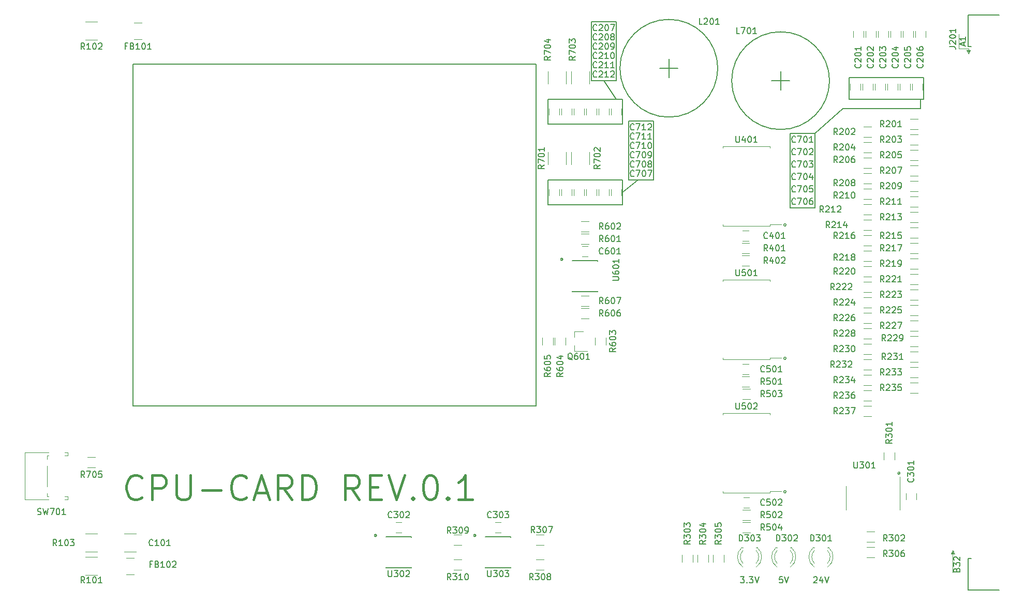
<source format=gto>
G04 #@! TF.GenerationSoftware,KiCad,Pcbnew,(5.1.5)-3*
G04 #@! TF.CreationDate,2020-06-07T12:27:59+08:00*
G04 #@! TF.ProjectId,HEMAC_MCU,48454d41-435f-44d4-9355-2e6b69636164,rev?*
G04 #@! TF.SameCoordinates,Original*
G04 #@! TF.FileFunction,Legend,Top*
G04 #@! TF.FilePolarity,Positive*
%FSLAX46Y46*%
G04 Gerber Fmt 4.6, Leading zero omitted, Abs format (unit mm)*
G04 Created by KiCad (PCBNEW (5.1.5)-3) date 2020-06-07 12:27:59*
%MOMM*%
%LPD*%
G04 APERTURE LIST*
%ADD10C,0.200000*%
%ADD11C,0.400000*%
%ADD12C,0.150000*%
%ADD13C,0.120000*%
G04 APERTURE END LIST*
D10*
X182419809Y-145248380D02*
X183038857Y-145248380D01*
X182705523Y-145629333D01*
X182848380Y-145629333D01*
X182943619Y-145676952D01*
X182991238Y-145724571D01*
X183038857Y-145819809D01*
X183038857Y-146057904D01*
X182991238Y-146153142D01*
X182943619Y-146200761D01*
X182848380Y-146248380D01*
X182562666Y-146248380D01*
X182467428Y-146200761D01*
X182419809Y-146153142D01*
X183467428Y-146153142D02*
X183515047Y-146200761D01*
X183467428Y-146248380D01*
X183419809Y-146200761D01*
X183467428Y-146153142D01*
X183467428Y-146248380D01*
X183848380Y-145248380D02*
X184467428Y-145248380D01*
X184134095Y-145629333D01*
X184276952Y-145629333D01*
X184372190Y-145676952D01*
X184419809Y-145724571D01*
X184467428Y-145819809D01*
X184467428Y-146057904D01*
X184419809Y-146153142D01*
X184372190Y-146200761D01*
X184276952Y-146248380D01*
X183991238Y-146248380D01*
X183896000Y-146200761D01*
X183848380Y-146153142D01*
X184753142Y-145248380D02*
X185086476Y-146248380D01*
X185419809Y-145248380D01*
X189293523Y-145248380D02*
X188817333Y-145248380D01*
X188769714Y-145724571D01*
X188817333Y-145676952D01*
X188912571Y-145629333D01*
X189150666Y-145629333D01*
X189245904Y-145676952D01*
X189293523Y-145724571D01*
X189341142Y-145819809D01*
X189341142Y-146057904D01*
X189293523Y-146153142D01*
X189245904Y-146200761D01*
X189150666Y-146248380D01*
X188912571Y-146248380D01*
X188817333Y-146200761D01*
X188769714Y-146153142D01*
X189626857Y-145248380D02*
X189960190Y-146248380D01*
X190293523Y-145248380D01*
X194389523Y-145343619D02*
X194437142Y-145296000D01*
X194532380Y-145248380D01*
X194770476Y-145248380D01*
X194865714Y-145296000D01*
X194913333Y-145343619D01*
X194960952Y-145438857D01*
X194960952Y-145534095D01*
X194913333Y-145676952D01*
X194341904Y-146248380D01*
X194960952Y-146248380D01*
X195818095Y-145581714D02*
X195818095Y-146248380D01*
X195580000Y-145200761D02*
X195341904Y-145915047D01*
X195960952Y-145915047D01*
X196199047Y-145248380D02*
X196532380Y-146248380D01*
X196865714Y-145248380D01*
D11*
X84426476Y-132238571D02*
X84236000Y-132429047D01*
X83664571Y-132619523D01*
X83283619Y-132619523D01*
X82712190Y-132429047D01*
X82331238Y-132048095D01*
X82140761Y-131667142D01*
X81950285Y-130905238D01*
X81950285Y-130333809D01*
X82140761Y-129571904D01*
X82331238Y-129190952D01*
X82712190Y-128810000D01*
X83283619Y-128619523D01*
X83664571Y-128619523D01*
X84236000Y-128810000D01*
X84426476Y-129000476D01*
X86140761Y-132619523D02*
X86140761Y-128619523D01*
X87664571Y-128619523D01*
X88045523Y-128810000D01*
X88236000Y-129000476D01*
X88426476Y-129381428D01*
X88426476Y-129952857D01*
X88236000Y-130333809D01*
X88045523Y-130524285D01*
X87664571Y-130714761D01*
X86140761Y-130714761D01*
X90140761Y-128619523D02*
X90140761Y-131857619D01*
X90331238Y-132238571D01*
X90521714Y-132429047D01*
X90902666Y-132619523D01*
X91664571Y-132619523D01*
X92045523Y-132429047D01*
X92236000Y-132238571D01*
X92426476Y-131857619D01*
X92426476Y-128619523D01*
X94331238Y-131095714D02*
X97378857Y-131095714D01*
X101569333Y-132238571D02*
X101378857Y-132429047D01*
X100807428Y-132619523D01*
X100426476Y-132619523D01*
X99855047Y-132429047D01*
X99474095Y-132048095D01*
X99283619Y-131667142D01*
X99093142Y-130905238D01*
X99093142Y-130333809D01*
X99283619Y-129571904D01*
X99474095Y-129190952D01*
X99855047Y-128810000D01*
X100426476Y-128619523D01*
X100807428Y-128619523D01*
X101378857Y-128810000D01*
X101569333Y-129000476D01*
X103093142Y-131476666D02*
X104997904Y-131476666D01*
X102712190Y-132619523D02*
X104045523Y-128619523D01*
X105378857Y-132619523D01*
X108997904Y-132619523D02*
X107664571Y-130714761D01*
X106712190Y-132619523D02*
X106712190Y-128619523D01*
X108236000Y-128619523D01*
X108616952Y-128810000D01*
X108807428Y-129000476D01*
X108997904Y-129381428D01*
X108997904Y-129952857D01*
X108807428Y-130333809D01*
X108616952Y-130524285D01*
X108236000Y-130714761D01*
X106712190Y-130714761D01*
X110712190Y-132619523D02*
X110712190Y-128619523D01*
X111664571Y-128619523D01*
X112236000Y-128810000D01*
X112616952Y-129190952D01*
X112807428Y-129571904D01*
X112997904Y-130333809D01*
X112997904Y-130905238D01*
X112807428Y-131667142D01*
X112616952Y-132048095D01*
X112236000Y-132429047D01*
X111664571Y-132619523D01*
X110712190Y-132619523D01*
X120045523Y-132619523D02*
X118712190Y-130714761D01*
X117759809Y-132619523D02*
X117759809Y-128619523D01*
X119283619Y-128619523D01*
X119664571Y-128810000D01*
X119855047Y-129000476D01*
X120045523Y-129381428D01*
X120045523Y-129952857D01*
X119855047Y-130333809D01*
X119664571Y-130524285D01*
X119283619Y-130714761D01*
X117759809Y-130714761D01*
X121759809Y-130524285D02*
X123093142Y-130524285D01*
X123664571Y-132619523D02*
X121759809Y-132619523D01*
X121759809Y-128619523D01*
X123664571Y-128619523D01*
X124807428Y-128619523D02*
X126140761Y-132619523D01*
X127474095Y-128619523D01*
X128807428Y-132238571D02*
X128997904Y-132429047D01*
X128807428Y-132619523D01*
X128616952Y-132429047D01*
X128807428Y-132238571D01*
X128807428Y-132619523D01*
X131474095Y-128619523D02*
X131855047Y-128619523D01*
X132236000Y-128810000D01*
X132426476Y-129000476D01*
X132616952Y-129381428D01*
X132807428Y-130143333D01*
X132807428Y-131095714D01*
X132616952Y-131857619D01*
X132426476Y-132238571D01*
X132236000Y-132429047D01*
X131855047Y-132619523D01*
X131474095Y-132619523D01*
X131093142Y-132429047D01*
X130902666Y-132238571D01*
X130712190Y-131857619D01*
X130521714Y-131095714D01*
X130521714Y-130143333D01*
X130712190Y-129381428D01*
X130902666Y-129000476D01*
X131093142Y-128810000D01*
X131474095Y-128619523D01*
X134521714Y-132238571D02*
X134712190Y-132429047D01*
X134521714Y-132619523D01*
X134331238Y-132429047D01*
X134521714Y-132238571D01*
X134521714Y-132619523D01*
X138521714Y-132619523D02*
X136236000Y-132619523D01*
X137378857Y-132619523D02*
X137378857Y-128619523D01*
X136997904Y-129190952D01*
X136616952Y-129571904D01*
X136236000Y-129762380D01*
D12*
X211836000Y-68580000D02*
X211836000Y-67056000D01*
X199136000Y-68580000D02*
X211836000Y-68580000D01*
X194564000Y-72644000D02*
X199136000Y-68580000D01*
X212344000Y-63500000D02*
X212344000Y-67056000D01*
X200152000Y-63500000D02*
X212344000Y-63500000D01*
X200152000Y-67056000D02*
X200152000Y-63500000D01*
X212344000Y-67056000D02*
X200152000Y-67056000D01*
X194564000Y-72644000D02*
X190500000Y-72644000D01*
X194564000Y-84836000D02*
X194564000Y-72644000D01*
X190500000Y-84836000D02*
X194564000Y-84836000D01*
X190500000Y-72644000D02*
X190500000Y-84836000D01*
X163068000Y-80264000D02*
X163068000Y-84328000D01*
X150876000Y-80264000D02*
X163068000Y-80264000D01*
X150876000Y-84328000D02*
X150876000Y-80264000D01*
X163068000Y-84328000D02*
X150876000Y-84328000D01*
X160020000Y-64008000D02*
X162052000Y-67056000D01*
X163068000Y-67056000D02*
X163068000Y-71120000D01*
X150876000Y-67056000D02*
X163068000Y-67056000D01*
X150876000Y-71120000D02*
X150876000Y-67056000D01*
X163068000Y-71120000D02*
X150876000Y-71120000D01*
X165608000Y-80264000D02*
X163068000Y-82296000D01*
X168148000Y-70612000D02*
X164084000Y-70612000D01*
X168148000Y-80264000D02*
X168148000Y-70612000D01*
X164084000Y-80264000D02*
X168148000Y-80264000D01*
X164084000Y-70612000D02*
X164084000Y-80264000D01*
X162052000Y-54356000D02*
X157988000Y-54356000D01*
X162052000Y-64008000D02*
X162052000Y-54356000D01*
X157988000Y-64008000D02*
X162052000Y-64008000D01*
X157988000Y-54356000D02*
X157988000Y-64008000D01*
D13*
X217160000Y-141460000D02*
X217160000Y-144510000D01*
X217210000Y-141010000D02*
X217260000Y-141160000D01*
X217110000Y-141060000D02*
X217210000Y-141010000D01*
X217460000Y-141460000D02*
X217160000Y-140860000D01*
X216860000Y-141460000D02*
X217460000Y-141460000D01*
X217160000Y-140860000D02*
X216860000Y-141460000D01*
X217060000Y-141310000D02*
X217310000Y-141260000D01*
X217360000Y-141360000D02*
X217060000Y-141310000D01*
X216960000Y-141360000D02*
X217360000Y-141360000D01*
X217010000Y-141210000D02*
X217260000Y-141110000D01*
X217260000Y-141110000D02*
X217110000Y-141060000D01*
X217310000Y-141260000D02*
X217010000Y-141210000D01*
X218110000Y-58760000D02*
X218110000Y-56360000D01*
X219710000Y-58760000D02*
X218110000Y-58760000D01*
X219710000Y-58760000D02*
X219710000Y-58960000D01*
X219660000Y-59460000D02*
X219610000Y-59310000D01*
X219760000Y-59410000D02*
X219660000Y-59460000D01*
X219610000Y-59360000D02*
X219760000Y-59410000D01*
X219860000Y-59260000D02*
X219610000Y-59360000D01*
X219560000Y-59210000D02*
X219860000Y-59260000D01*
X219810000Y-59160000D02*
X219560000Y-59210000D01*
X219510000Y-59110000D02*
X219810000Y-59160000D01*
X219910000Y-59110000D02*
X219510000Y-59110000D01*
X219410000Y-59010000D02*
X219710000Y-59610000D01*
X220010000Y-59010000D02*
X219410000Y-59010000D01*
X219710000Y-59610000D02*
X220010000Y-59010000D01*
D12*
X219650000Y-147430000D02*
X224750000Y-147430000D01*
X219650000Y-142230000D02*
X219650000Y-147430000D01*
X220150000Y-142230000D02*
X219650000Y-142230000D01*
X219650000Y-53230000D02*
X224750000Y-53230000D01*
X219650000Y-58430000D02*
X219650000Y-53230000D01*
X220150000Y-58430000D02*
X219650000Y-58430000D01*
D13*
X153395607Y-93262000D02*
G75*
G03X153395607Y-93262000I-223607J0D01*
G01*
X153322000Y-93262000D02*
G75*
G03X153322000Y-93262000I-150000J0D01*
G01*
X153222000Y-93262000D02*
G75*
G03X153222000Y-93262000I-50000J0D01*
G01*
D12*
X154897000Y-98587000D02*
X159047000Y-98587000D01*
X154897000Y-93437000D02*
X159047000Y-93437000D01*
X154897000Y-98587000D02*
X154897000Y-98442000D01*
X159047000Y-98587000D02*
X159047000Y-98442000D01*
X159047000Y-93437000D02*
X159047000Y-93582000D01*
X154897000Y-93437000D02*
X154897000Y-93487000D01*
D13*
X139171607Y-138474000D02*
G75*
G03X139171607Y-138474000I-223607J0D01*
G01*
X139098000Y-138474000D02*
G75*
G03X139098000Y-138474000I-150000J0D01*
G01*
X138998000Y-138474000D02*
G75*
G03X138998000Y-138474000I-50000J0D01*
G01*
D12*
X140673000Y-143799000D02*
X144823000Y-143799000D01*
X140673000Y-138649000D02*
X144823000Y-138649000D01*
X140673000Y-143799000D02*
X140673000Y-143654000D01*
X144823000Y-143799000D02*
X144823000Y-143654000D01*
X144823000Y-138649000D02*
X144823000Y-138794000D01*
X140673000Y-138649000D02*
X140673000Y-138699000D01*
D13*
X190562608Y-143658335D02*
G75*
G03X190719516Y-140426000I-1078608J1672335D01*
G01*
X188405392Y-143658335D02*
G75*
G02X188248484Y-140426000I1078608J1672335D01*
G01*
X190563837Y-143027130D02*
G75*
G03X190564000Y-140945039I-1079837J1041130D01*
G01*
X188404163Y-143027130D02*
G75*
G02X188404000Y-140945039I1079837J1041130D01*
G01*
X190720000Y-140426000D02*
X190564000Y-140426000D01*
X188404000Y-140426000D02*
X188248000Y-140426000D01*
X184974608Y-143658335D02*
G75*
G03X185131516Y-140426000I-1078608J1672335D01*
G01*
X182817392Y-143658335D02*
G75*
G02X182660484Y-140426000I1078608J1672335D01*
G01*
X184975837Y-143027130D02*
G75*
G03X184976000Y-140945039I-1079837J1041130D01*
G01*
X182816163Y-143027130D02*
G75*
G02X182816000Y-140945039I1079837J1041130D01*
G01*
X185132000Y-140426000D02*
X184976000Y-140426000D01*
X182816000Y-140426000D02*
X182660000Y-140426000D01*
X194500000Y-140426000D02*
X194344000Y-140426000D01*
X196816000Y-140426000D02*
X196660000Y-140426000D01*
X194500163Y-143027130D02*
G75*
G02X194500000Y-140945039I1079837J1041130D01*
G01*
X196659837Y-143027130D02*
G75*
G03X196660000Y-140945039I-1079837J1041130D01*
G01*
X194501392Y-143658335D02*
G75*
G02X194344484Y-140426000I1078608J1672335D01*
G01*
X196658608Y-143658335D02*
G75*
G03X196815516Y-140426000I-1078608J1672335D01*
G01*
D10*
X83000000Y-61270000D02*
X149000000Y-61270000D01*
X83000000Y-117270000D02*
X149000000Y-117270000D01*
X83000000Y-61270000D02*
X83000000Y-117270000D01*
X149000000Y-61270000D02*
X149000000Y-117270000D01*
D13*
X83217936Y-54520000D02*
X84422064Y-54520000D01*
X83217936Y-57240000D02*
X84422064Y-57240000D01*
X81947936Y-144870000D02*
X83152064Y-144870000D01*
X81947936Y-142150000D02*
X83152064Y-142150000D01*
D10*
X178688000Y-61976000D02*
G75*
G03X178688000Y-61976000I-8000000J0D01*
G01*
X169188000Y-61976000D02*
X172188000Y-61976000D01*
X170688000Y-63476000D02*
X170688000Y-60476000D01*
D13*
X68970000Y-130450000D02*
X68970000Y-127050000D01*
X68970000Y-132090000D02*
X68970000Y-131550000D01*
X71800000Y-124890000D02*
X72310000Y-124890000D01*
X72310000Y-125410000D02*
X72310000Y-124890000D01*
X71800000Y-125410000D02*
X72310000Y-125410000D01*
X68970000Y-125950000D02*
X68970000Y-125410000D01*
X71800000Y-132610000D02*
X72310000Y-132610000D01*
X71800000Y-132090000D02*
X72310000Y-132090000D01*
X68970000Y-125410000D02*
X69200000Y-125410000D01*
X65300000Y-132610000D02*
X69200000Y-132610000D01*
X72310000Y-132610000D02*
X72310000Y-132090000D01*
X65300000Y-124890000D02*
X69200000Y-124890000D01*
X65300000Y-132610000D02*
X65300000Y-124890000D01*
X68970000Y-132090000D02*
X69200000Y-132090000D01*
X208524000Y-132334000D02*
X208524000Y-128884000D01*
X208524000Y-132334000D02*
X208524000Y-134284000D01*
X199654000Y-132334000D02*
X199654000Y-130384000D01*
X199654000Y-132334000D02*
X199654000Y-134284000D01*
X208389000Y-128284000D02*
G75*
G03X208389000Y-128284000I-50000J0D01*
G01*
X208489000Y-128284000D02*
G75*
G03X208489000Y-128284000I-150000J0D01*
G01*
X208562607Y-128284000D02*
G75*
G03X208562607Y-128284000I-223607J0D01*
G01*
X189911607Y-87630000D02*
G75*
G03X189911607Y-87630000I-223607J0D01*
G01*
X189738000Y-87630000D02*
G75*
G03X189738000Y-87630000I-50000J0D01*
G01*
X189838000Y-87630000D02*
G75*
G03X189838000Y-87630000I-150000J0D01*
G01*
X183388000Y-74770000D02*
X179528000Y-74770000D01*
X179528000Y-74770000D02*
X179528000Y-75005000D01*
X183388000Y-74770000D02*
X187248000Y-74770000D01*
X187248000Y-74770000D02*
X187248000Y-75005000D01*
X183388000Y-87790000D02*
X179528000Y-87790000D01*
X179528000Y-87790000D02*
X179528000Y-87555000D01*
X183388000Y-87790000D02*
X187248000Y-87790000D01*
X187248000Y-87790000D02*
X187248000Y-87555000D01*
X187248000Y-87555000D02*
X189063000Y-87555000D01*
X187248000Y-109399000D02*
X189063000Y-109399000D01*
X187248000Y-109634000D02*
X187248000Y-109399000D01*
X183388000Y-109634000D02*
X187248000Y-109634000D01*
X179528000Y-109634000D02*
X179528000Y-109399000D01*
X183388000Y-109634000D02*
X179528000Y-109634000D01*
X187248000Y-96614000D02*
X187248000Y-96849000D01*
X183388000Y-96614000D02*
X187248000Y-96614000D01*
X179528000Y-96614000D02*
X179528000Y-96849000D01*
X183388000Y-96614000D02*
X179528000Y-96614000D01*
X189838000Y-109474000D02*
G75*
G03X189838000Y-109474000I-150000J0D01*
G01*
X189738000Y-109474000D02*
G75*
G03X189738000Y-109474000I-50000J0D01*
G01*
X189911607Y-109474000D02*
G75*
G03X189911607Y-109474000I-223607J0D01*
G01*
X187248000Y-131243000D02*
X189063000Y-131243000D01*
X187248000Y-131478000D02*
X187248000Y-131243000D01*
X183388000Y-131478000D02*
X187248000Y-131478000D01*
X179528000Y-131478000D02*
X179528000Y-131243000D01*
X183388000Y-131478000D02*
X179528000Y-131478000D01*
X187248000Y-118458000D02*
X187248000Y-118693000D01*
X183388000Y-118458000D02*
X187248000Y-118458000D01*
X179528000Y-118458000D02*
X179528000Y-118693000D01*
X183388000Y-118458000D02*
X179528000Y-118458000D01*
X189838000Y-131318000D02*
G75*
G03X189838000Y-131318000I-150000J0D01*
G01*
X189738000Y-131318000D02*
G75*
G03X189738000Y-131318000I-50000J0D01*
G01*
X189911607Y-131318000D02*
G75*
G03X189911607Y-131318000I-223607J0D01*
G01*
X81550000Y-141180000D02*
X83550000Y-141180000D01*
X83550000Y-138220000D02*
X81550000Y-138220000D01*
X202526000Y-56888000D02*
X202526000Y-55888000D01*
X200826000Y-55888000D02*
X200826000Y-56888000D01*
X202858000Y-55888000D02*
X202858000Y-56888000D01*
X204558000Y-56888000D02*
X204558000Y-55888000D01*
X206590000Y-56888000D02*
X206590000Y-55888000D01*
X204890000Y-55888000D02*
X204890000Y-56888000D01*
X206922000Y-55888000D02*
X206922000Y-56888000D01*
X208622000Y-56888000D02*
X208622000Y-55888000D01*
X210654000Y-56888000D02*
X210654000Y-55888000D01*
X208954000Y-55888000D02*
X208954000Y-56888000D01*
X210986000Y-55888000D02*
X210986000Y-56888000D01*
X212686000Y-56888000D02*
X212686000Y-55888000D01*
X151042000Y-68572000D02*
X151042000Y-69572000D01*
X152742000Y-69572000D02*
X152742000Y-68572000D01*
X154774000Y-69588000D02*
X154774000Y-68588000D01*
X153074000Y-68588000D02*
X153074000Y-69588000D01*
X155106000Y-68588000D02*
X155106000Y-69588000D01*
X156806000Y-69588000D02*
X156806000Y-68588000D01*
X158838000Y-69588000D02*
X158838000Y-68588000D01*
X157138000Y-68588000D02*
X157138000Y-69588000D01*
X160870000Y-69588000D02*
X160870000Y-68588000D01*
X159170000Y-68588000D02*
X159170000Y-69588000D01*
X162902000Y-69588000D02*
X162902000Y-68588000D01*
X161202000Y-68588000D02*
X161202000Y-69588000D01*
X211162000Y-132596000D02*
X211162000Y-131596000D01*
X209462000Y-131596000D02*
X209462000Y-132596000D01*
X125992000Y-138010000D02*
X126992000Y-138010000D01*
X126992000Y-136310000D02*
X125992000Y-136310000D01*
X143248000Y-136310000D02*
X142248000Y-136310000D01*
X142248000Y-138010000D02*
X143248000Y-138010000D01*
X183761000Y-88558000D02*
X182761000Y-88558000D01*
X182761000Y-90258000D02*
X183761000Y-90258000D01*
X182761000Y-112102000D02*
X183761000Y-112102000D01*
X183761000Y-110402000D02*
X182761000Y-110402000D01*
X182888000Y-133946000D02*
X183888000Y-133946000D01*
X183888000Y-132246000D02*
X182888000Y-132246000D01*
X156472000Y-92798000D02*
X157472000Y-92798000D01*
X157472000Y-91098000D02*
X156472000Y-91098000D01*
X210478000Y-64524000D02*
X210478000Y-65524000D01*
X212178000Y-65524000D02*
X212178000Y-64524000D01*
X210146000Y-65524000D02*
X210146000Y-64524000D01*
X208446000Y-64524000D02*
X208446000Y-65524000D01*
X206414000Y-64524000D02*
X206414000Y-65524000D01*
X208114000Y-65524000D02*
X208114000Y-64524000D01*
X206082000Y-65524000D02*
X206082000Y-64524000D01*
X204382000Y-64524000D02*
X204382000Y-65524000D01*
X202350000Y-64524000D02*
X202350000Y-65524000D01*
X204050000Y-65524000D02*
X204050000Y-64524000D01*
X202018000Y-65524000D02*
X202018000Y-64524000D01*
X200318000Y-64524000D02*
X200318000Y-65524000D01*
X161202000Y-81796000D02*
X161202000Y-82796000D01*
X162902000Y-82796000D02*
X162902000Y-81796000D01*
X160870000Y-82796000D02*
X160870000Y-81796000D01*
X159170000Y-81796000D02*
X159170000Y-82796000D01*
X157138000Y-81796000D02*
X157138000Y-82796000D01*
X158838000Y-82796000D02*
X158838000Y-81796000D01*
X155106000Y-81796000D02*
X155106000Y-82796000D01*
X156806000Y-82796000D02*
X156806000Y-81796000D01*
X154774000Y-82796000D02*
X154774000Y-81796000D01*
X153074000Y-81796000D02*
X153074000Y-82796000D01*
X151042000Y-81796000D02*
X151042000Y-82796000D01*
X152742000Y-82796000D02*
X152742000Y-81796000D01*
D10*
X196976000Y-64008000D02*
G75*
G03X196976000Y-64008000I-8000000J0D01*
G01*
X188976000Y-65508000D02*
X188976000Y-62508000D01*
X190476000Y-64008000D02*
X187476000Y-64008000D01*
D13*
X155196000Y-105100000D02*
X156656000Y-105100000D01*
X155196000Y-108260000D02*
X157356000Y-108260000D01*
X155196000Y-108260000D02*
X155196000Y-107330000D01*
X155196000Y-105100000D02*
X155196000Y-106030000D01*
X77200000Y-144990000D02*
X75200000Y-144990000D01*
X75200000Y-142030000D02*
X77200000Y-142030000D01*
X75200000Y-54400000D02*
X77200000Y-54400000D01*
X77200000Y-57360000D02*
X75200000Y-57360000D01*
X77200000Y-141180000D02*
X75200000Y-141180000D01*
X75200000Y-138220000D02*
X77200000Y-138220000D01*
X210220000Y-70240000D02*
X211420000Y-70240000D01*
X211420000Y-72000000D02*
X210220000Y-72000000D01*
X203800000Y-73270000D02*
X202600000Y-73270000D01*
X202600000Y-71510000D02*
X203800000Y-71510000D01*
X211420000Y-74540000D02*
X210220000Y-74540000D01*
X210220000Y-72780000D02*
X211420000Y-72780000D01*
X202600000Y-74050000D02*
X203800000Y-74050000D01*
X203800000Y-75810000D02*
X202600000Y-75810000D01*
X211420000Y-77080000D02*
X210220000Y-77080000D01*
X210220000Y-75320000D02*
X211420000Y-75320000D01*
X202600000Y-76590000D02*
X203800000Y-76590000D01*
X203800000Y-78350000D02*
X202600000Y-78350000D01*
X210220000Y-77860000D02*
X211420000Y-77860000D01*
X211420000Y-79620000D02*
X210220000Y-79620000D01*
X202600000Y-79130000D02*
X203800000Y-79130000D01*
X203800000Y-80890000D02*
X202600000Y-80890000D01*
X211420000Y-82160000D02*
X210220000Y-82160000D01*
X210220000Y-80400000D02*
X211420000Y-80400000D01*
X202600000Y-81670000D02*
X203800000Y-81670000D01*
X203800000Y-83430000D02*
X202600000Y-83430000D01*
X210220000Y-82940000D02*
X211420000Y-82940000D01*
X211420000Y-84700000D02*
X210220000Y-84700000D01*
X203800000Y-85970000D02*
X202600000Y-85970000D01*
X202600000Y-84210000D02*
X203800000Y-84210000D01*
X211420000Y-87240000D02*
X210220000Y-87240000D01*
X210220000Y-85480000D02*
X211420000Y-85480000D01*
X202600000Y-86750000D02*
X203800000Y-86750000D01*
X203800000Y-88510000D02*
X202600000Y-88510000D01*
X211420000Y-89780000D02*
X210220000Y-89780000D01*
X210220000Y-88020000D02*
X211420000Y-88020000D01*
X203800000Y-91050000D02*
X202600000Y-91050000D01*
X202600000Y-89290000D02*
X203800000Y-89290000D01*
X211420000Y-92320000D02*
X210220000Y-92320000D01*
X210220000Y-90560000D02*
X211420000Y-90560000D01*
X202600000Y-91830000D02*
X203800000Y-91830000D01*
X203800000Y-93590000D02*
X202600000Y-93590000D01*
X210220000Y-93100000D02*
X211420000Y-93100000D01*
X211420000Y-94860000D02*
X210220000Y-94860000D01*
X203800000Y-96130000D02*
X202600000Y-96130000D01*
X202600000Y-94370000D02*
X203800000Y-94370000D01*
X211420000Y-97400000D02*
X210220000Y-97400000D01*
X210220000Y-95640000D02*
X211420000Y-95640000D01*
X202600000Y-96910000D02*
X203800000Y-96910000D01*
X203800000Y-98670000D02*
X202600000Y-98670000D01*
X210220000Y-98180000D02*
X211420000Y-98180000D01*
X211420000Y-99940000D02*
X210220000Y-99940000D01*
X203800000Y-101210000D02*
X202600000Y-101210000D01*
X202600000Y-99450000D02*
X203800000Y-99450000D01*
X210220000Y-100720000D02*
X211420000Y-100720000D01*
X211420000Y-102480000D02*
X210220000Y-102480000D01*
X202600000Y-101990000D02*
X203800000Y-101990000D01*
X203800000Y-103750000D02*
X202600000Y-103750000D01*
X211420000Y-105020000D02*
X210220000Y-105020000D01*
X210220000Y-103260000D02*
X211420000Y-103260000D01*
X203800000Y-106290000D02*
X202600000Y-106290000D01*
X202600000Y-104530000D02*
X203800000Y-104530000D01*
X211420000Y-107560000D02*
X210220000Y-107560000D01*
X210220000Y-105800000D02*
X211420000Y-105800000D01*
X202600000Y-107070000D02*
X203800000Y-107070000D01*
X203800000Y-108830000D02*
X202600000Y-108830000D01*
X210220000Y-108340000D02*
X211420000Y-108340000D01*
X211420000Y-110100000D02*
X210220000Y-110100000D01*
X203800000Y-111370000D02*
X202600000Y-111370000D01*
X202600000Y-109610000D02*
X203800000Y-109610000D01*
X211420000Y-112640000D02*
X210220000Y-112640000D01*
X210220000Y-110880000D02*
X211420000Y-110880000D01*
X202600000Y-112150000D02*
X203800000Y-112150000D01*
X203800000Y-113910000D02*
X202600000Y-113910000D01*
X210220000Y-113420000D02*
X211420000Y-113420000D01*
X211420000Y-115180000D02*
X210220000Y-115180000D01*
X203800000Y-116450000D02*
X202600000Y-116450000D01*
X202600000Y-114690000D02*
X203800000Y-114690000D01*
X202600000Y-117230000D02*
X203800000Y-117230000D01*
X203800000Y-118990000D02*
X202600000Y-118990000D01*
X205876000Y-126076000D02*
X205876000Y-124876000D01*
X207636000Y-124876000D02*
X207636000Y-126076000D01*
X203108000Y-137804000D02*
X204308000Y-137804000D01*
X204308000Y-139564000D02*
X203108000Y-139564000D01*
X172856000Y-142840000D02*
X172856000Y-141640000D01*
X174616000Y-141640000D02*
X174616000Y-142840000D01*
X177156000Y-141640000D02*
X177156000Y-142840000D01*
X175396000Y-142840000D02*
X175396000Y-141640000D01*
X177936000Y-142840000D02*
X177936000Y-141640000D01*
X179696000Y-141640000D02*
X179696000Y-142840000D01*
X204308000Y-142104000D02*
X203108000Y-142104000D01*
X203108000Y-140344000D02*
X204308000Y-140344000D01*
X149006000Y-138312000D02*
X150206000Y-138312000D01*
X150206000Y-140072000D02*
X149006000Y-140072000D01*
X150206000Y-144136000D02*
X149006000Y-144136000D01*
X149006000Y-142376000D02*
X150206000Y-142376000D01*
X136744000Y-140072000D02*
X135544000Y-140072000D01*
X135544000Y-138312000D02*
X136744000Y-138312000D01*
X135544000Y-142376000D02*
X136744000Y-142376000D01*
X136744000Y-144136000D02*
X135544000Y-144136000D01*
X183861000Y-92320000D02*
X182661000Y-92320000D01*
X182661000Y-90560000D02*
X183861000Y-90560000D01*
X183861000Y-94352000D02*
X182661000Y-94352000D01*
X182661000Y-92592000D02*
X183861000Y-92592000D01*
X183861000Y-114164000D02*
X182661000Y-114164000D01*
X182661000Y-112404000D02*
X183861000Y-112404000D01*
X183988000Y-136008000D02*
X182788000Y-136008000D01*
X182788000Y-134248000D02*
X183988000Y-134248000D01*
X183988000Y-116196000D02*
X182788000Y-116196000D01*
X182788000Y-114436000D02*
X183988000Y-114436000D01*
X183988000Y-138040000D02*
X182788000Y-138040000D01*
X182788000Y-136280000D02*
X183988000Y-136280000D01*
X157572000Y-90796000D02*
X156372000Y-90796000D01*
X156372000Y-89036000D02*
X157572000Y-89036000D01*
X156372000Y-87004000D02*
X157572000Y-87004000D01*
X157572000Y-88764000D02*
X156372000Y-88764000D01*
X158632000Y-107280000D02*
X158632000Y-106080000D01*
X160392000Y-106080000D02*
X160392000Y-107280000D01*
X152028000Y-107280000D02*
X152028000Y-106080000D01*
X153788000Y-106080000D02*
X153788000Y-107280000D01*
X149996000Y-107280000D02*
X149996000Y-106080000D01*
X151756000Y-106080000D02*
X151756000Y-107280000D01*
X157572000Y-102988000D02*
X156372000Y-102988000D01*
X156372000Y-101228000D02*
X157572000Y-101228000D01*
X157572000Y-100956000D02*
X156372000Y-100956000D01*
X156372000Y-99196000D02*
X157572000Y-99196000D01*
X150920000Y-77708000D02*
X150920000Y-75708000D01*
X153880000Y-75708000D02*
X153880000Y-77708000D01*
X157690000Y-75708000D02*
X157690000Y-77708000D01*
X154730000Y-77708000D02*
X154730000Y-75708000D01*
X154730000Y-64500000D02*
X154730000Y-62500000D01*
X157690000Y-62500000D02*
X157690000Y-64500000D01*
X153880000Y-62500000D02*
X153880000Y-64500000D01*
X150920000Y-64500000D02*
X150920000Y-62500000D01*
X75600000Y-125612000D02*
X76800000Y-125612000D01*
X76800000Y-127372000D02*
X75600000Y-127372000D01*
D12*
X124417000Y-138649000D02*
X124417000Y-138699000D01*
X128567000Y-138649000D02*
X128567000Y-138794000D01*
X128567000Y-143799000D02*
X128567000Y-143654000D01*
X124417000Y-143799000D02*
X124417000Y-143654000D01*
X124417000Y-138649000D02*
X128567000Y-138649000D01*
X124417000Y-143799000D02*
X128567000Y-143799000D01*
D13*
X122742000Y-138474000D02*
G75*
G03X122742000Y-138474000I-50000J0D01*
G01*
X122842000Y-138474000D02*
G75*
G03X122842000Y-138474000I-150000J0D01*
G01*
X122915607Y-138474000D02*
G75*
G03X122915607Y-138474000I-223607J0D01*
G01*
D12*
X216622380Y-58435714D02*
X217336666Y-58435714D01*
X217479523Y-58483333D01*
X217574761Y-58578571D01*
X217622380Y-58721428D01*
X217622380Y-58816666D01*
X216717619Y-58007142D02*
X216670000Y-57959523D01*
X216622380Y-57864285D01*
X216622380Y-57626190D01*
X216670000Y-57530952D01*
X216717619Y-57483333D01*
X216812857Y-57435714D01*
X216908095Y-57435714D01*
X217050952Y-57483333D01*
X217622380Y-58054761D01*
X217622380Y-57435714D01*
X216622380Y-56816666D02*
X216622380Y-56721428D01*
X216670000Y-56626190D01*
X216717619Y-56578571D01*
X216812857Y-56530952D01*
X217003333Y-56483333D01*
X217241428Y-56483333D01*
X217431904Y-56530952D01*
X217527142Y-56578571D01*
X217574761Y-56626190D01*
X217622380Y-56721428D01*
X217622380Y-56816666D01*
X217574761Y-56911904D01*
X217527142Y-56959523D01*
X217431904Y-57007142D01*
X217241428Y-57054761D01*
X217003333Y-57054761D01*
X216812857Y-57007142D01*
X216717619Y-56959523D01*
X216670000Y-56911904D01*
X216622380Y-56816666D01*
X217622380Y-55530952D02*
X217622380Y-56102380D01*
X217622380Y-55816666D02*
X216622380Y-55816666D01*
X216765238Y-55911904D01*
X216860476Y-56007142D01*
X216908095Y-56102380D01*
X218976666Y-58274285D02*
X218976666Y-57798095D01*
X219262380Y-58369523D02*
X218262380Y-58036190D01*
X219262380Y-57702857D01*
X219262380Y-56845714D02*
X219262380Y-57417142D01*
X219262380Y-57131428D02*
X218262380Y-57131428D01*
X218405238Y-57226666D01*
X218500476Y-57321904D01*
X218548095Y-57417142D01*
X217788571Y-144090952D02*
X217836190Y-143948095D01*
X217883809Y-143900476D01*
X217979047Y-143852857D01*
X218121904Y-143852857D01*
X218217142Y-143900476D01*
X218264761Y-143948095D01*
X218312380Y-144043333D01*
X218312380Y-144424285D01*
X217312380Y-144424285D01*
X217312380Y-144090952D01*
X217360000Y-143995714D01*
X217407619Y-143948095D01*
X217502857Y-143900476D01*
X217598095Y-143900476D01*
X217693333Y-143948095D01*
X217740952Y-143995714D01*
X217788571Y-144090952D01*
X217788571Y-144424285D01*
X217312380Y-143519523D02*
X217312380Y-142900476D01*
X217693333Y-143233809D01*
X217693333Y-143090952D01*
X217740952Y-142995714D01*
X217788571Y-142948095D01*
X217883809Y-142900476D01*
X218121904Y-142900476D01*
X218217142Y-142948095D01*
X218264761Y-142995714D01*
X218312380Y-143090952D01*
X218312380Y-143376666D01*
X218264761Y-143471904D01*
X218217142Y-143519523D01*
X217407619Y-142519523D02*
X217360000Y-142471904D01*
X217312380Y-142376666D01*
X217312380Y-142138571D01*
X217360000Y-142043333D01*
X217407619Y-141995714D01*
X217502857Y-141948095D01*
X217598095Y-141948095D01*
X217740952Y-141995714D01*
X218312380Y-142567142D01*
X218312380Y-141948095D01*
X161504380Y-96710285D02*
X162313904Y-96710285D01*
X162409142Y-96662666D01*
X162456761Y-96615047D01*
X162504380Y-96519809D01*
X162504380Y-96329333D01*
X162456761Y-96234095D01*
X162409142Y-96186476D01*
X162313904Y-96138857D01*
X161504380Y-96138857D01*
X161504380Y-95234095D02*
X161504380Y-95424571D01*
X161552000Y-95519809D01*
X161599619Y-95567428D01*
X161742476Y-95662666D01*
X161932952Y-95710285D01*
X162313904Y-95710285D01*
X162409142Y-95662666D01*
X162456761Y-95615047D01*
X162504380Y-95519809D01*
X162504380Y-95329333D01*
X162456761Y-95234095D01*
X162409142Y-95186476D01*
X162313904Y-95138857D01*
X162075809Y-95138857D01*
X161980571Y-95186476D01*
X161932952Y-95234095D01*
X161885333Y-95329333D01*
X161885333Y-95519809D01*
X161932952Y-95615047D01*
X161980571Y-95662666D01*
X162075809Y-95710285D01*
X161504380Y-94519809D02*
X161504380Y-94424571D01*
X161552000Y-94329333D01*
X161599619Y-94281714D01*
X161694857Y-94234095D01*
X161885333Y-94186476D01*
X162123428Y-94186476D01*
X162313904Y-94234095D01*
X162409142Y-94281714D01*
X162456761Y-94329333D01*
X162504380Y-94424571D01*
X162504380Y-94519809D01*
X162456761Y-94615047D01*
X162409142Y-94662666D01*
X162313904Y-94710285D01*
X162123428Y-94757904D01*
X161885333Y-94757904D01*
X161694857Y-94710285D01*
X161599619Y-94662666D01*
X161552000Y-94615047D01*
X161504380Y-94519809D01*
X162504380Y-93234095D02*
X162504380Y-93805523D01*
X162504380Y-93519809D02*
X161504380Y-93519809D01*
X161647238Y-93615047D01*
X161742476Y-93710285D01*
X161790095Y-93805523D01*
X141033714Y-144232380D02*
X141033714Y-145041904D01*
X141081333Y-145137142D01*
X141128952Y-145184761D01*
X141224190Y-145232380D01*
X141414666Y-145232380D01*
X141509904Y-145184761D01*
X141557523Y-145137142D01*
X141605142Y-145041904D01*
X141605142Y-144232380D01*
X141986095Y-144232380D02*
X142605142Y-144232380D01*
X142271809Y-144613333D01*
X142414666Y-144613333D01*
X142509904Y-144660952D01*
X142557523Y-144708571D01*
X142605142Y-144803809D01*
X142605142Y-145041904D01*
X142557523Y-145137142D01*
X142509904Y-145184761D01*
X142414666Y-145232380D01*
X142128952Y-145232380D01*
X142033714Y-145184761D01*
X141986095Y-145137142D01*
X143224190Y-144232380D02*
X143319428Y-144232380D01*
X143414666Y-144280000D01*
X143462285Y-144327619D01*
X143509904Y-144422857D01*
X143557523Y-144613333D01*
X143557523Y-144851428D01*
X143509904Y-145041904D01*
X143462285Y-145137142D01*
X143414666Y-145184761D01*
X143319428Y-145232380D01*
X143224190Y-145232380D01*
X143128952Y-145184761D01*
X143081333Y-145137142D01*
X143033714Y-145041904D01*
X142986095Y-144851428D01*
X142986095Y-144613333D01*
X143033714Y-144422857D01*
X143081333Y-144327619D01*
X143128952Y-144280000D01*
X143224190Y-144232380D01*
X143890857Y-144232380D02*
X144509904Y-144232380D01*
X144176571Y-144613333D01*
X144319428Y-144613333D01*
X144414666Y-144660952D01*
X144462285Y-144708571D01*
X144509904Y-144803809D01*
X144509904Y-145041904D01*
X144462285Y-145137142D01*
X144414666Y-145184761D01*
X144319428Y-145232380D01*
X144033714Y-145232380D01*
X143938476Y-145184761D01*
X143890857Y-145137142D01*
X188301523Y-139390380D02*
X188301523Y-138390380D01*
X188539619Y-138390380D01*
X188682476Y-138438000D01*
X188777714Y-138533238D01*
X188825333Y-138628476D01*
X188872952Y-138818952D01*
X188872952Y-138961809D01*
X188825333Y-139152285D01*
X188777714Y-139247523D01*
X188682476Y-139342761D01*
X188539619Y-139390380D01*
X188301523Y-139390380D01*
X189206285Y-138390380D02*
X189825333Y-138390380D01*
X189492000Y-138771333D01*
X189634857Y-138771333D01*
X189730095Y-138818952D01*
X189777714Y-138866571D01*
X189825333Y-138961809D01*
X189825333Y-139199904D01*
X189777714Y-139295142D01*
X189730095Y-139342761D01*
X189634857Y-139390380D01*
X189349142Y-139390380D01*
X189253904Y-139342761D01*
X189206285Y-139295142D01*
X190444380Y-138390380D02*
X190539619Y-138390380D01*
X190634857Y-138438000D01*
X190682476Y-138485619D01*
X190730095Y-138580857D01*
X190777714Y-138771333D01*
X190777714Y-139009428D01*
X190730095Y-139199904D01*
X190682476Y-139295142D01*
X190634857Y-139342761D01*
X190539619Y-139390380D01*
X190444380Y-139390380D01*
X190349142Y-139342761D01*
X190301523Y-139295142D01*
X190253904Y-139199904D01*
X190206285Y-139009428D01*
X190206285Y-138771333D01*
X190253904Y-138580857D01*
X190301523Y-138485619D01*
X190349142Y-138438000D01*
X190444380Y-138390380D01*
X191158666Y-138485619D02*
X191206285Y-138438000D01*
X191301523Y-138390380D01*
X191539619Y-138390380D01*
X191634857Y-138438000D01*
X191682476Y-138485619D01*
X191730095Y-138580857D01*
X191730095Y-138676095D01*
X191682476Y-138818952D01*
X191111047Y-139390380D01*
X191730095Y-139390380D01*
X182205523Y-139390380D02*
X182205523Y-138390380D01*
X182443619Y-138390380D01*
X182586476Y-138438000D01*
X182681714Y-138533238D01*
X182729333Y-138628476D01*
X182776952Y-138818952D01*
X182776952Y-138961809D01*
X182729333Y-139152285D01*
X182681714Y-139247523D01*
X182586476Y-139342761D01*
X182443619Y-139390380D01*
X182205523Y-139390380D01*
X183110285Y-138390380D02*
X183729333Y-138390380D01*
X183396000Y-138771333D01*
X183538857Y-138771333D01*
X183634095Y-138818952D01*
X183681714Y-138866571D01*
X183729333Y-138961809D01*
X183729333Y-139199904D01*
X183681714Y-139295142D01*
X183634095Y-139342761D01*
X183538857Y-139390380D01*
X183253142Y-139390380D01*
X183157904Y-139342761D01*
X183110285Y-139295142D01*
X184348380Y-138390380D02*
X184443619Y-138390380D01*
X184538857Y-138438000D01*
X184586476Y-138485619D01*
X184634095Y-138580857D01*
X184681714Y-138771333D01*
X184681714Y-139009428D01*
X184634095Y-139199904D01*
X184586476Y-139295142D01*
X184538857Y-139342761D01*
X184443619Y-139390380D01*
X184348380Y-139390380D01*
X184253142Y-139342761D01*
X184205523Y-139295142D01*
X184157904Y-139199904D01*
X184110285Y-139009428D01*
X184110285Y-138771333D01*
X184157904Y-138580857D01*
X184205523Y-138485619D01*
X184253142Y-138438000D01*
X184348380Y-138390380D01*
X185015047Y-138390380D02*
X185634095Y-138390380D01*
X185300761Y-138771333D01*
X185443619Y-138771333D01*
X185538857Y-138818952D01*
X185586476Y-138866571D01*
X185634095Y-138961809D01*
X185634095Y-139199904D01*
X185586476Y-139295142D01*
X185538857Y-139342761D01*
X185443619Y-139390380D01*
X185157904Y-139390380D01*
X185062666Y-139342761D01*
X185015047Y-139295142D01*
X193889523Y-139390380D02*
X193889523Y-138390380D01*
X194127619Y-138390380D01*
X194270476Y-138438000D01*
X194365714Y-138533238D01*
X194413333Y-138628476D01*
X194460952Y-138818952D01*
X194460952Y-138961809D01*
X194413333Y-139152285D01*
X194365714Y-139247523D01*
X194270476Y-139342761D01*
X194127619Y-139390380D01*
X193889523Y-139390380D01*
X194794285Y-138390380D02*
X195413333Y-138390380D01*
X195080000Y-138771333D01*
X195222857Y-138771333D01*
X195318095Y-138818952D01*
X195365714Y-138866571D01*
X195413333Y-138961809D01*
X195413333Y-139199904D01*
X195365714Y-139295142D01*
X195318095Y-139342761D01*
X195222857Y-139390380D01*
X194937142Y-139390380D01*
X194841904Y-139342761D01*
X194794285Y-139295142D01*
X196032380Y-138390380D02*
X196127619Y-138390380D01*
X196222857Y-138438000D01*
X196270476Y-138485619D01*
X196318095Y-138580857D01*
X196365714Y-138771333D01*
X196365714Y-139009428D01*
X196318095Y-139199904D01*
X196270476Y-139295142D01*
X196222857Y-139342761D01*
X196127619Y-139390380D01*
X196032380Y-139390380D01*
X195937142Y-139342761D01*
X195889523Y-139295142D01*
X195841904Y-139199904D01*
X195794285Y-139009428D01*
X195794285Y-138771333D01*
X195841904Y-138580857D01*
X195889523Y-138485619D01*
X195937142Y-138438000D01*
X196032380Y-138390380D01*
X197318095Y-139390380D02*
X196746666Y-139390380D01*
X197032380Y-139390380D02*
X197032380Y-138390380D01*
X196937142Y-138533238D01*
X196841904Y-138628476D01*
X196746666Y-138676095D01*
X82034285Y-58348571D02*
X81700952Y-58348571D01*
X81700952Y-58872380D02*
X81700952Y-57872380D01*
X82177142Y-57872380D01*
X82891428Y-58348571D02*
X83034285Y-58396190D01*
X83081904Y-58443809D01*
X83129523Y-58539047D01*
X83129523Y-58681904D01*
X83081904Y-58777142D01*
X83034285Y-58824761D01*
X82939047Y-58872380D01*
X82558095Y-58872380D01*
X82558095Y-57872380D01*
X82891428Y-57872380D01*
X82986666Y-57920000D01*
X83034285Y-57967619D01*
X83081904Y-58062857D01*
X83081904Y-58158095D01*
X83034285Y-58253333D01*
X82986666Y-58300952D01*
X82891428Y-58348571D01*
X82558095Y-58348571D01*
X84081904Y-58872380D02*
X83510476Y-58872380D01*
X83796190Y-58872380D02*
X83796190Y-57872380D01*
X83700952Y-58015238D01*
X83605714Y-58110476D01*
X83510476Y-58158095D01*
X84700952Y-57872380D02*
X84796190Y-57872380D01*
X84891428Y-57920000D01*
X84939047Y-57967619D01*
X84986666Y-58062857D01*
X85034285Y-58253333D01*
X85034285Y-58491428D01*
X84986666Y-58681904D01*
X84939047Y-58777142D01*
X84891428Y-58824761D01*
X84796190Y-58872380D01*
X84700952Y-58872380D01*
X84605714Y-58824761D01*
X84558095Y-58777142D01*
X84510476Y-58681904D01*
X84462857Y-58491428D01*
X84462857Y-58253333D01*
X84510476Y-58062857D01*
X84558095Y-57967619D01*
X84605714Y-57920000D01*
X84700952Y-57872380D01*
X85986666Y-58872380D02*
X85415238Y-58872380D01*
X85700952Y-58872380D02*
X85700952Y-57872380D01*
X85605714Y-58015238D01*
X85510476Y-58110476D01*
X85415238Y-58158095D01*
X86098285Y-143184571D02*
X85764952Y-143184571D01*
X85764952Y-143708380D02*
X85764952Y-142708380D01*
X86241142Y-142708380D01*
X86955428Y-143184571D02*
X87098285Y-143232190D01*
X87145904Y-143279809D01*
X87193523Y-143375047D01*
X87193523Y-143517904D01*
X87145904Y-143613142D01*
X87098285Y-143660761D01*
X87003047Y-143708380D01*
X86622095Y-143708380D01*
X86622095Y-142708380D01*
X86955428Y-142708380D01*
X87050666Y-142756000D01*
X87098285Y-142803619D01*
X87145904Y-142898857D01*
X87145904Y-142994095D01*
X87098285Y-143089333D01*
X87050666Y-143136952D01*
X86955428Y-143184571D01*
X86622095Y-143184571D01*
X88145904Y-143708380D02*
X87574476Y-143708380D01*
X87860190Y-143708380D02*
X87860190Y-142708380D01*
X87764952Y-142851238D01*
X87669714Y-142946476D01*
X87574476Y-142994095D01*
X88764952Y-142708380D02*
X88860190Y-142708380D01*
X88955428Y-142756000D01*
X89003047Y-142803619D01*
X89050666Y-142898857D01*
X89098285Y-143089333D01*
X89098285Y-143327428D01*
X89050666Y-143517904D01*
X89003047Y-143613142D01*
X88955428Y-143660761D01*
X88860190Y-143708380D01*
X88764952Y-143708380D01*
X88669714Y-143660761D01*
X88622095Y-143613142D01*
X88574476Y-143517904D01*
X88526857Y-143327428D01*
X88526857Y-143089333D01*
X88574476Y-142898857D01*
X88622095Y-142803619D01*
X88669714Y-142756000D01*
X88764952Y-142708380D01*
X89479238Y-142803619D02*
X89526857Y-142756000D01*
X89622095Y-142708380D01*
X89860190Y-142708380D01*
X89955428Y-142756000D01*
X90003047Y-142803619D01*
X90050666Y-142898857D01*
X90050666Y-142994095D01*
X90003047Y-143136952D01*
X89431619Y-143708380D01*
X90050666Y-143708380D01*
X176172952Y-54808380D02*
X175696761Y-54808380D01*
X175696761Y-53808380D01*
X176458666Y-53903619D02*
X176506285Y-53856000D01*
X176601523Y-53808380D01*
X176839619Y-53808380D01*
X176934857Y-53856000D01*
X176982476Y-53903619D01*
X177030095Y-53998857D01*
X177030095Y-54094095D01*
X176982476Y-54236952D01*
X176411047Y-54808380D01*
X177030095Y-54808380D01*
X177649142Y-53808380D02*
X177744380Y-53808380D01*
X177839619Y-53856000D01*
X177887238Y-53903619D01*
X177934857Y-53998857D01*
X177982476Y-54189333D01*
X177982476Y-54427428D01*
X177934857Y-54617904D01*
X177887238Y-54713142D01*
X177839619Y-54760761D01*
X177744380Y-54808380D01*
X177649142Y-54808380D01*
X177553904Y-54760761D01*
X177506285Y-54713142D01*
X177458666Y-54617904D01*
X177411047Y-54427428D01*
X177411047Y-54189333D01*
X177458666Y-53998857D01*
X177506285Y-53903619D01*
X177553904Y-53856000D01*
X177649142Y-53808380D01*
X178934857Y-54808380D02*
X178363428Y-54808380D01*
X178649142Y-54808380D02*
X178649142Y-53808380D01*
X178553904Y-53951238D01*
X178458666Y-54046476D01*
X178363428Y-54094095D01*
X67394285Y-135024761D02*
X67537142Y-135072380D01*
X67775238Y-135072380D01*
X67870476Y-135024761D01*
X67918095Y-134977142D01*
X67965714Y-134881904D01*
X67965714Y-134786666D01*
X67918095Y-134691428D01*
X67870476Y-134643809D01*
X67775238Y-134596190D01*
X67584761Y-134548571D01*
X67489523Y-134500952D01*
X67441904Y-134453333D01*
X67394285Y-134358095D01*
X67394285Y-134262857D01*
X67441904Y-134167619D01*
X67489523Y-134120000D01*
X67584761Y-134072380D01*
X67822857Y-134072380D01*
X67965714Y-134120000D01*
X68299047Y-134072380D02*
X68537142Y-135072380D01*
X68727619Y-134358095D01*
X68918095Y-135072380D01*
X69156190Y-134072380D01*
X69441904Y-134072380D02*
X70108571Y-134072380D01*
X69680000Y-135072380D01*
X70680000Y-134072380D02*
X70775238Y-134072380D01*
X70870476Y-134120000D01*
X70918095Y-134167619D01*
X70965714Y-134262857D01*
X71013333Y-134453333D01*
X71013333Y-134691428D01*
X70965714Y-134881904D01*
X70918095Y-134977142D01*
X70870476Y-135024761D01*
X70775238Y-135072380D01*
X70680000Y-135072380D01*
X70584761Y-135024761D01*
X70537142Y-134977142D01*
X70489523Y-134881904D01*
X70441904Y-134691428D01*
X70441904Y-134453333D01*
X70489523Y-134262857D01*
X70537142Y-134167619D01*
X70584761Y-134120000D01*
X70680000Y-134072380D01*
X71965714Y-135072380D02*
X71394285Y-135072380D01*
X71680000Y-135072380D02*
X71680000Y-134072380D01*
X71584761Y-134215238D01*
X71489523Y-134310476D01*
X71394285Y-134358095D01*
X200977714Y-126452380D02*
X200977714Y-127261904D01*
X201025333Y-127357142D01*
X201072952Y-127404761D01*
X201168190Y-127452380D01*
X201358666Y-127452380D01*
X201453904Y-127404761D01*
X201501523Y-127357142D01*
X201549142Y-127261904D01*
X201549142Y-126452380D01*
X201930095Y-126452380D02*
X202549142Y-126452380D01*
X202215809Y-126833333D01*
X202358666Y-126833333D01*
X202453904Y-126880952D01*
X202501523Y-126928571D01*
X202549142Y-127023809D01*
X202549142Y-127261904D01*
X202501523Y-127357142D01*
X202453904Y-127404761D01*
X202358666Y-127452380D01*
X202072952Y-127452380D01*
X201977714Y-127404761D01*
X201930095Y-127357142D01*
X203168190Y-126452380D02*
X203263428Y-126452380D01*
X203358666Y-126500000D01*
X203406285Y-126547619D01*
X203453904Y-126642857D01*
X203501523Y-126833333D01*
X203501523Y-127071428D01*
X203453904Y-127261904D01*
X203406285Y-127357142D01*
X203358666Y-127404761D01*
X203263428Y-127452380D01*
X203168190Y-127452380D01*
X203072952Y-127404761D01*
X203025333Y-127357142D01*
X202977714Y-127261904D01*
X202930095Y-127071428D01*
X202930095Y-126833333D01*
X202977714Y-126642857D01*
X203025333Y-126547619D01*
X203072952Y-126500000D01*
X203168190Y-126452380D01*
X204453904Y-127452380D02*
X203882476Y-127452380D01*
X204168190Y-127452380D02*
X204168190Y-126452380D01*
X204072952Y-126595238D01*
X203977714Y-126690476D01*
X203882476Y-126738095D01*
X181673714Y-73112380D02*
X181673714Y-73921904D01*
X181721333Y-74017142D01*
X181768952Y-74064761D01*
X181864190Y-74112380D01*
X182054666Y-74112380D01*
X182149904Y-74064761D01*
X182197523Y-74017142D01*
X182245142Y-73921904D01*
X182245142Y-73112380D01*
X183149904Y-73445714D02*
X183149904Y-74112380D01*
X182911809Y-73064761D02*
X182673714Y-73779047D01*
X183292761Y-73779047D01*
X183864190Y-73112380D02*
X183959428Y-73112380D01*
X184054666Y-73160000D01*
X184102285Y-73207619D01*
X184149904Y-73302857D01*
X184197523Y-73493333D01*
X184197523Y-73731428D01*
X184149904Y-73921904D01*
X184102285Y-74017142D01*
X184054666Y-74064761D01*
X183959428Y-74112380D01*
X183864190Y-74112380D01*
X183768952Y-74064761D01*
X183721333Y-74017142D01*
X183673714Y-73921904D01*
X183626095Y-73731428D01*
X183626095Y-73493333D01*
X183673714Y-73302857D01*
X183721333Y-73207619D01*
X183768952Y-73160000D01*
X183864190Y-73112380D01*
X185149904Y-74112380D02*
X184578476Y-74112380D01*
X184864190Y-74112380D02*
X184864190Y-73112380D01*
X184768952Y-73255238D01*
X184673714Y-73350476D01*
X184578476Y-73398095D01*
X181673714Y-94956380D02*
X181673714Y-95765904D01*
X181721333Y-95861142D01*
X181768952Y-95908761D01*
X181864190Y-95956380D01*
X182054666Y-95956380D01*
X182149904Y-95908761D01*
X182197523Y-95861142D01*
X182245142Y-95765904D01*
X182245142Y-94956380D01*
X183197523Y-94956380D02*
X182721333Y-94956380D01*
X182673714Y-95432571D01*
X182721333Y-95384952D01*
X182816571Y-95337333D01*
X183054666Y-95337333D01*
X183149904Y-95384952D01*
X183197523Y-95432571D01*
X183245142Y-95527809D01*
X183245142Y-95765904D01*
X183197523Y-95861142D01*
X183149904Y-95908761D01*
X183054666Y-95956380D01*
X182816571Y-95956380D01*
X182721333Y-95908761D01*
X182673714Y-95861142D01*
X183864190Y-94956380D02*
X183959428Y-94956380D01*
X184054666Y-95004000D01*
X184102285Y-95051619D01*
X184149904Y-95146857D01*
X184197523Y-95337333D01*
X184197523Y-95575428D01*
X184149904Y-95765904D01*
X184102285Y-95861142D01*
X184054666Y-95908761D01*
X183959428Y-95956380D01*
X183864190Y-95956380D01*
X183768952Y-95908761D01*
X183721333Y-95861142D01*
X183673714Y-95765904D01*
X183626095Y-95575428D01*
X183626095Y-95337333D01*
X183673714Y-95146857D01*
X183721333Y-95051619D01*
X183768952Y-95004000D01*
X183864190Y-94956380D01*
X185149904Y-95956380D02*
X184578476Y-95956380D01*
X184864190Y-95956380D02*
X184864190Y-94956380D01*
X184768952Y-95099238D01*
X184673714Y-95194476D01*
X184578476Y-95242095D01*
X181673714Y-116800380D02*
X181673714Y-117609904D01*
X181721333Y-117705142D01*
X181768952Y-117752761D01*
X181864190Y-117800380D01*
X182054666Y-117800380D01*
X182149904Y-117752761D01*
X182197523Y-117705142D01*
X182245142Y-117609904D01*
X182245142Y-116800380D01*
X183197523Y-116800380D02*
X182721333Y-116800380D01*
X182673714Y-117276571D01*
X182721333Y-117228952D01*
X182816571Y-117181333D01*
X183054666Y-117181333D01*
X183149904Y-117228952D01*
X183197523Y-117276571D01*
X183245142Y-117371809D01*
X183245142Y-117609904D01*
X183197523Y-117705142D01*
X183149904Y-117752761D01*
X183054666Y-117800380D01*
X182816571Y-117800380D01*
X182721333Y-117752761D01*
X182673714Y-117705142D01*
X183864190Y-116800380D02*
X183959428Y-116800380D01*
X184054666Y-116848000D01*
X184102285Y-116895619D01*
X184149904Y-116990857D01*
X184197523Y-117181333D01*
X184197523Y-117419428D01*
X184149904Y-117609904D01*
X184102285Y-117705142D01*
X184054666Y-117752761D01*
X183959428Y-117800380D01*
X183864190Y-117800380D01*
X183768952Y-117752761D01*
X183721333Y-117705142D01*
X183673714Y-117609904D01*
X183626095Y-117419428D01*
X183626095Y-117181333D01*
X183673714Y-116990857D01*
X183721333Y-116895619D01*
X183768952Y-116848000D01*
X183864190Y-116800380D01*
X184578476Y-116895619D02*
X184626095Y-116848000D01*
X184721333Y-116800380D01*
X184959428Y-116800380D01*
X185054666Y-116848000D01*
X185102285Y-116895619D01*
X185149904Y-116990857D01*
X185149904Y-117086095D01*
X185102285Y-117228952D01*
X184530857Y-117800380D01*
X185149904Y-117800380D01*
X86256952Y-140057142D02*
X86209333Y-140104761D01*
X86066476Y-140152380D01*
X85971238Y-140152380D01*
X85828380Y-140104761D01*
X85733142Y-140009523D01*
X85685523Y-139914285D01*
X85637904Y-139723809D01*
X85637904Y-139580952D01*
X85685523Y-139390476D01*
X85733142Y-139295238D01*
X85828380Y-139200000D01*
X85971238Y-139152380D01*
X86066476Y-139152380D01*
X86209333Y-139200000D01*
X86256952Y-139247619D01*
X87209333Y-140152380D02*
X86637904Y-140152380D01*
X86923619Y-140152380D02*
X86923619Y-139152380D01*
X86828380Y-139295238D01*
X86733142Y-139390476D01*
X86637904Y-139438095D01*
X87828380Y-139152380D02*
X87923619Y-139152380D01*
X88018857Y-139200000D01*
X88066476Y-139247619D01*
X88114095Y-139342857D01*
X88161714Y-139533333D01*
X88161714Y-139771428D01*
X88114095Y-139961904D01*
X88066476Y-140057142D01*
X88018857Y-140104761D01*
X87923619Y-140152380D01*
X87828380Y-140152380D01*
X87733142Y-140104761D01*
X87685523Y-140057142D01*
X87637904Y-139961904D01*
X87590285Y-139771428D01*
X87590285Y-139533333D01*
X87637904Y-139342857D01*
X87685523Y-139247619D01*
X87733142Y-139200000D01*
X87828380Y-139152380D01*
X89114095Y-140152380D02*
X88542666Y-140152380D01*
X88828380Y-140152380D02*
X88828380Y-139152380D01*
X88733142Y-139295238D01*
X88637904Y-139390476D01*
X88542666Y-139438095D01*
X202033142Y-61317047D02*
X202080761Y-61364666D01*
X202128380Y-61507523D01*
X202128380Y-61602761D01*
X202080761Y-61745619D01*
X201985523Y-61840857D01*
X201890285Y-61888476D01*
X201699809Y-61936095D01*
X201556952Y-61936095D01*
X201366476Y-61888476D01*
X201271238Y-61840857D01*
X201176000Y-61745619D01*
X201128380Y-61602761D01*
X201128380Y-61507523D01*
X201176000Y-61364666D01*
X201223619Y-61317047D01*
X201223619Y-60936095D02*
X201176000Y-60888476D01*
X201128380Y-60793238D01*
X201128380Y-60555142D01*
X201176000Y-60459904D01*
X201223619Y-60412285D01*
X201318857Y-60364666D01*
X201414095Y-60364666D01*
X201556952Y-60412285D01*
X202128380Y-60983714D01*
X202128380Y-60364666D01*
X201128380Y-59745619D02*
X201128380Y-59650380D01*
X201176000Y-59555142D01*
X201223619Y-59507523D01*
X201318857Y-59459904D01*
X201509333Y-59412285D01*
X201747428Y-59412285D01*
X201937904Y-59459904D01*
X202033142Y-59507523D01*
X202080761Y-59555142D01*
X202128380Y-59650380D01*
X202128380Y-59745619D01*
X202080761Y-59840857D01*
X202033142Y-59888476D01*
X201937904Y-59936095D01*
X201747428Y-59983714D01*
X201509333Y-59983714D01*
X201318857Y-59936095D01*
X201223619Y-59888476D01*
X201176000Y-59840857D01*
X201128380Y-59745619D01*
X202128380Y-58459904D02*
X202128380Y-59031333D01*
X202128380Y-58745619D02*
X201128380Y-58745619D01*
X201271238Y-58840857D01*
X201366476Y-58936095D01*
X201414095Y-59031333D01*
X204065142Y-61317047D02*
X204112761Y-61364666D01*
X204160380Y-61507523D01*
X204160380Y-61602761D01*
X204112761Y-61745619D01*
X204017523Y-61840857D01*
X203922285Y-61888476D01*
X203731809Y-61936095D01*
X203588952Y-61936095D01*
X203398476Y-61888476D01*
X203303238Y-61840857D01*
X203208000Y-61745619D01*
X203160380Y-61602761D01*
X203160380Y-61507523D01*
X203208000Y-61364666D01*
X203255619Y-61317047D01*
X203255619Y-60936095D02*
X203208000Y-60888476D01*
X203160380Y-60793238D01*
X203160380Y-60555142D01*
X203208000Y-60459904D01*
X203255619Y-60412285D01*
X203350857Y-60364666D01*
X203446095Y-60364666D01*
X203588952Y-60412285D01*
X204160380Y-60983714D01*
X204160380Y-60364666D01*
X203160380Y-59745619D02*
X203160380Y-59650380D01*
X203208000Y-59555142D01*
X203255619Y-59507523D01*
X203350857Y-59459904D01*
X203541333Y-59412285D01*
X203779428Y-59412285D01*
X203969904Y-59459904D01*
X204065142Y-59507523D01*
X204112761Y-59555142D01*
X204160380Y-59650380D01*
X204160380Y-59745619D01*
X204112761Y-59840857D01*
X204065142Y-59888476D01*
X203969904Y-59936095D01*
X203779428Y-59983714D01*
X203541333Y-59983714D01*
X203350857Y-59936095D01*
X203255619Y-59888476D01*
X203208000Y-59840857D01*
X203160380Y-59745619D01*
X203255619Y-59031333D02*
X203208000Y-58983714D01*
X203160380Y-58888476D01*
X203160380Y-58650380D01*
X203208000Y-58555142D01*
X203255619Y-58507523D01*
X203350857Y-58459904D01*
X203446095Y-58459904D01*
X203588952Y-58507523D01*
X204160380Y-59078952D01*
X204160380Y-58459904D01*
X206097142Y-61317047D02*
X206144761Y-61364666D01*
X206192380Y-61507523D01*
X206192380Y-61602761D01*
X206144761Y-61745619D01*
X206049523Y-61840857D01*
X205954285Y-61888476D01*
X205763809Y-61936095D01*
X205620952Y-61936095D01*
X205430476Y-61888476D01*
X205335238Y-61840857D01*
X205240000Y-61745619D01*
X205192380Y-61602761D01*
X205192380Y-61507523D01*
X205240000Y-61364666D01*
X205287619Y-61317047D01*
X205287619Y-60936095D02*
X205240000Y-60888476D01*
X205192380Y-60793238D01*
X205192380Y-60555142D01*
X205240000Y-60459904D01*
X205287619Y-60412285D01*
X205382857Y-60364666D01*
X205478095Y-60364666D01*
X205620952Y-60412285D01*
X206192380Y-60983714D01*
X206192380Y-60364666D01*
X205192380Y-59745619D02*
X205192380Y-59650380D01*
X205240000Y-59555142D01*
X205287619Y-59507523D01*
X205382857Y-59459904D01*
X205573333Y-59412285D01*
X205811428Y-59412285D01*
X206001904Y-59459904D01*
X206097142Y-59507523D01*
X206144761Y-59555142D01*
X206192380Y-59650380D01*
X206192380Y-59745619D01*
X206144761Y-59840857D01*
X206097142Y-59888476D01*
X206001904Y-59936095D01*
X205811428Y-59983714D01*
X205573333Y-59983714D01*
X205382857Y-59936095D01*
X205287619Y-59888476D01*
X205240000Y-59840857D01*
X205192380Y-59745619D01*
X205192380Y-59078952D02*
X205192380Y-58459904D01*
X205573333Y-58793238D01*
X205573333Y-58650380D01*
X205620952Y-58555142D01*
X205668571Y-58507523D01*
X205763809Y-58459904D01*
X206001904Y-58459904D01*
X206097142Y-58507523D01*
X206144761Y-58555142D01*
X206192380Y-58650380D01*
X206192380Y-58936095D01*
X206144761Y-59031333D01*
X206097142Y-59078952D01*
X208129142Y-61317047D02*
X208176761Y-61364666D01*
X208224380Y-61507523D01*
X208224380Y-61602761D01*
X208176761Y-61745619D01*
X208081523Y-61840857D01*
X207986285Y-61888476D01*
X207795809Y-61936095D01*
X207652952Y-61936095D01*
X207462476Y-61888476D01*
X207367238Y-61840857D01*
X207272000Y-61745619D01*
X207224380Y-61602761D01*
X207224380Y-61507523D01*
X207272000Y-61364666D01*
X207319619Y-61317047D01*
X207319619Y-60936095D02*
X207272000Y-60888476D01*
X207224380Y-60793238D01*
X207224380Y-60555142D01*
X207272000Y-60459904D01*
X207319619Y-60412285D01*
X207414857Y-60364666D01*
X207510095Y-60364666D01*
X207652952Y-60412285D01*
X208224380Y-60983714D01*
X208224380Y-60364666D01*
X207224380Y-59745619D02*
X207224380Y-59650380D01*
X207272000Y-59555142D01*
X207319619Y-59507523D01*
X207414857Y-59459904D01*
X207605333Y-59412285D01*
X207843428Y-59412285D01*
X208033904Y-59459904D01*
X208129142Y-59507523D01*
X208176761Y-59555142D01*
X208224380Y-59650380D01*
X208224380Y-59745619D01*
X208176761Y-59840857D01*
X208129142Y-59888476D01*
X208033904Y-59936095D01*
X207843428Y-59983714D01*
X207605333Y-59983714D01*
X207414857Y-59936095D01*
X207319619Y-59888476D01*
X207272000Y-59840857D01*
X207224380Y-59745619D01*
X207557714Y-58555142D02*
X208224380Y-58555142D01*
X207176761Y-58793238D02*
X207891047Y-59031333D01*
X207891047Y-58412285D01*
X210161142Y-61317047D02*
X210208761Y-61364666D01*
X210256380Y-61507523D01*
X210256380Y-61602761D01*
X210208761Y-61745619D01*
X210113523Y-61840857D01*
X210018285Y-61888476D01*
X209827809Y-61936095D01*
X209684952Y-61936095D01*
X209494476Y-61888476D01*
X209399238Y-61840857D01*
X209304000Y-61745619D01*
X209256380Y-61602761D01*
X209256380Y-61507523D01*
X209304000Y-61364666D01*
X209351619Y-61317047D01*
X209351619Y-60936095D02*
X209304000Y-60888476D01*
X209256380Y-60793238D01*
X209256380Y-60555142D01*
X209304000Y-60459904D01*
X209351619Y-60412285D01*
X209446857Y-60364666D01*
X209542095Y-60364666D01*
X209684952Y-60412285D01*
X210256380Y-60983714D01*
X210256380Y-60364666D01*
X209256380Y-59745619D02*
X209256380Y-59650380D01*
X209304000Y-59555142D01*
X209351619Y-59507523D01*
X209446857Y-59459904D01*
X209637333Y-59412285D01*
X209875428Y-59412285D01*
X210065904Y-59459904D01*
X210161142Y-59507523D01*
X210208761Y-59555142D01*
X210256380Y-59650380D01*
X210256380Y-59745619D01*
X210208761Y-59840857D01*
X210161142Y-59888476D01*
X210065904Y-59936095D01*
X209875428Y-59983714D01*
X209637333Y-59983714D01*
X209446857Y-59936095D01*
X209351619Y-59888476D01*
X209304000Y-59840857D01*
X209256380Y-59745619D01*
X209256380Y-58507523D02*
X209256380Y-58983714D01*
X209732571Y-59031333D01*
X209684952Y-58983714D01*
X209637333Y-58888476D01*
X209637333Y-58650380D01*
X209684952Y-58555142D01*
X209732571Y-58507523D01*
X209827809Y-58459904D01*
X210065904Y-58459904D01*
X210161142Y-58507523D01*
X210208761Y-58555142D01*
X210256380Y-58650380D01*
X210256380Y-58888476D01*
X210208761Y-58983714D01*
X210161142Y-59031333D01*
X212193142Y-61317047D02*
X212240761Y-61364666D01*
X212288380Y-61507523D01*
X212288380Y-61602761D01*
X212240761Y-61745619D01*
X212145523Y-61840857D01*
X212050285Y-61888476D01*
X211859809Y-61936095D01*
X211716952Y-61936095D01*
X211526476Y-61888476D01*
X211431238Y-61840857D01*
X211336000Y-61745619D01*
X211288380Y-61602761D01*
X211288380Y-61507523D01*
X211336000Y-61364666D01*
X211383619Y-61317047D01*
X211383619Y-60936095D02*
X211336000Y-60888476D01*
X211288380Y-60793238D01*
X211288380Y-60555142D01*
X211336000Y-60459904D01*
X211383619Y-60412285D01*
X211478857Y-60364666D01*
X211574095Y-60364666D01*
X211716952Y-60412285D01*
X212288380Y-60983714D01*
X212288380Y-60364666D01*
X211288380Y-59745619D02*
X211288380Y-59650380D01*
X211336000Y-59555142D01*
X211383619Y-59507523D01*
X211478857Y-59459904D01*
X211669333Y-59412285D01*
X211907428Y-59412285D01*
X212097904Y-59459904D01*
X212193142Y-59507523D01*
X212240761Y-59555142D01*
X212288380Y-59650380D01*
X212288380Y-59745619D01*
X212240761Y-59840857D01*
X212193142Y-59888476D01*
X212097904Y-59936095D01*
X211907428Y-59983714D01*
X211669333Y-59983714D01*
X211478857Y-59936095D01*
X211383619Y-59888476D01*
X211336000Y-59840857D01*
X211288380Y-59745619D01*
X211288380Y-58555142D02*
X211288380Y-58745619D01*
X211336000Y-58840857D01*
X211383619Y-58888476D01*
X211526476Y-58983714D01*
X211716952Y-59031333D01*
X212097904Y-59031333D01*
X212193142Y-58983714D01*
X212240761Y-58936095D01*
X212288380Y-58840857D01*
X212288380Y-58650380D01*
X212240761Y-58555142D01*
X212193142Y-58507523D01*
X212097904Y-58459904D01*
X211859809Y-58459904D01*
X211764571Y-58507523D01*
X211716952Y-58555142D01*
X211669333Y-58650380D01*
X211669333Y-58840857D01*
X211716952Y-58936095D01*
X211764571Y-58983714D01*
X211859809Y-59031333D01*
X158900952Y-55729142D02*
X158853333Y-55776761D01*
X158710476Y-55824380D01*
X158615238Y-55824380D01*
X158472380Y-55776761D01*
X158377142Y-55681523D01*
X158329523Y-55586285D01*
X158281904Y-55395809D01*
X158281904Y-55252952D01*
X158329523Y-55062476D01*
X158377142Y-54967238D01*
X158472380Y-54872000D01*
X158615238Y-54824380D01*
X158710476Y-54824380D01*
X158853333Y-54872000D01*
X158900952Y-54919619D01*
X159281904Y-54919619D02*
X159329523Y-54872000D01*
X159424761Y-54824380D01*
X159662857Y-54824380D01*
X159758095Y-54872000D01*
X159805714Y-54919619D01*
X159853333Y-55014857D01*
X159853333Y-55110095D01*
X159805714Y-55252952D01*
X159234285Y-55824380D01*
X159853333Y-55824380D01*
X160472380Y-54824380D02*
X160567619Y-54824380D01*
X160662857Y-54872000D01*
X160710476Y-54919619D01*
X160758095Y-55014857D01*
X160805714Y-55205333D01*
X160805714Y-55443428D01*
X160758095Y-55633904D01*
X160710476Y-55729142D01*
X160662857Y-55776761D01*
X160567619Y-55824380D01*
X160472380Y-55824380D01*
X160377142Y-55776761D01*
X160329523Y-55729142D01*
X160281904Y-55633904D01*
X160234285Y-55443428D01*
X160234285Y-55205333D01*
X160281904Y-55014857D01*
X160329523Y-54919619D01*
X160377142Y-54872000D01*
X160472380Y-54824380D01*
X161139047Y-54824380D02*
X161805714Y-54824380D01*
X161377142Y-55824380D01*
X158900952Y-57253142D02*
X158853333Y-57300761D01*
X158710476Y-57348380D01*
X158615238Y-57348380D01*
X158472380Y-57300761D01*
X158377142Y-57205523D01*
X158329523Y-57110285D01*
X158281904Y-56919809D01*
X158281904Y-56776952D01*
X158329523Y-56586476D01*
X158377142Y-56491238D01*
X158472380Y-56396000D01*
X158615238Y-56348380D01*
X158710476Y-56348380D01*
X158853333Y-56396000D01*
X158900952Y-56443619D01*
X159281904Y-56443619D02*
X159329523Y-56396000D01*
X159424761Y-56348380D01*
X159662857Y-56348380D01*
X159758095Y-56396000D01*
X159805714Y-56443619D01*
X159853333Y-56538857D01*
X159853333Y-56634095D01*
X159805714Y-56776952D01*
X159234285Y-57348380D01*
X159853333Y-57348380D01*
X160472380Y-56348380D02*
X160567619Y-56348380D01*
X160662857Y-56396000D01*
X160710476Y-56443619D01*
X160758095Y-56538857D01*
X160805714Y-56729333D01*
X160805714Y-56967428D01*
X160758095Y-57157904D01*
X160710476Y-57253142D01*
X160662857Y-57300761D01*
X160567619Y-57348380D01*
X160472380Y-57348380D01*
X160377142Y-57300761D01*
X160329523Y-57253142D01*
X160281904Y-57157904D01*
X160234285Y-56967428D01*
X160234285Y-56729333D01*
X160281904Y-56538857D01*
X160329523Y-56443619D01*
X160377142Y-56396000D01*
X160472380Y-56348380D01*
X161377142Y-56776952D02*
X161281904Y-56729333D01*
X161234285Y-56681714D01*
X161186666Y-56586476D01*
X161186666Y-56538857D01*
X161234285Y-56443619D01*
X161281904Y-56396000D01*
X161377142Y-56348380D01*
X161567619Y-56348380D01*
X161662857Y-56396000D01*
X161710476Y-56443619D01*
X161758095Y-56538857D01*
X161758095Y-56586476D01*
X161710476Y-56681714D01*
X161662857Y-56729333D01*
X161567619Y-56776952D01*
X161377142Y-56776952D01*
X161281904Y-56824571D01*
X161234285Y-56872190D01*
X161186666Y-56967428D01*
X161186666Y-57157904D01*
X161234285Y-57253142D01*
X161281904Y-57300761D01*
X161377142Y-57348380D01*
X161567619Y-57348380D01*
X161662857Y-57300761D01*
X161710476Y-57253142D01*
X161758095Y-57157904D01*
X161758095Y-56967428D01*
X161710476Y-56872190D01*
X161662857Y-56824571D01*
X161567619Y-56776952D01*
X158900952Y-58777142D02*
X158853333Y-58824761D01*
X158710476Y-58872380D01*
X158615238Y-58872380D01*
X158472380Y-58824761D01*
X158377142Y-58729523D01*
X158329523Y-58634285D01*
X158281904Y-58443809D01*
X158281904Y-58300952D01*
X158329523Y-58110476D01*
X158377142Y-58015238D01*
X158472380Y-57920000D01*
X158615238Y-57872380D01*
X158710476Y-57872380D01*
X158853333Y-57920000D01*
X158900952Y-57967619D01*
X159281904Y-57967619D02*
X159329523Y-57920000D01*
X159424761Y-57872380D01*
X159662857Y-57872380D01*
X159758095Y-57920000D01*
X159805714Y-57967619D01*
X159853333Y-58062857D01*
X159853333Y-58158095D01*
X159805714Y-58300952D01*
X159234285Y-58872380D01*
X159853333Y-58872380D01*
X160472380Y-57872380D02*
X160567619Y-57872380D01*
X160662857Y-57920000D01*
X160710476Y-57967619D01*
X160758095Y-58062857D01*
X160805714Y-58253333D01*
X160805714Y-58491428D01*
X160758095Y-58681904D01*
X160710476Y-58777142D01*
X160662857Y-58824761D01*
X160567619Y-58872380D01*
X160472380Y-58872380D01*
X160377142Y-58824761D01*
X160329523Y-58777142D01*
X160281904Y-58681904D01*
X160234285Y-58491428D01*
X160234285Y-58253333D01*
X160281904Y-58062857D01*
X160329523Y-57967619D01*
X160377142Y-57920000D01*
X160472380Y-57872380D01*
X161281904Y-58872380D02*
X161472380Y-58872380D01*
X161567619Y-58824761D01*
X161615238Y-58777142D01*
X161710476Y-58634285D01*
X161758095Y-58443809D01*
X161758095Y-58062857D01*
X161710476Y-57967619D01*
X161662857Y-57920000D01*
X161567619Y-57872380D01*
X161377142Y-57872380D01*
X161281904Y-57920000D01*
X161234285Y-57967619D01*
X161186666Y-58062857D01*
X161186666Y-58300952D01*
X161234285Y-58396190D01*
X161281904Y-58443809D01*
X161377142Y-58491428D01*
X161567619Y-58491428D01*
X161662857Y-58443809D01*
X161710476Y-58396190D01*
X161758095Y-58300952D01*
X158900952Y-60301142D02*
X158853333Y-60348761D01*
X158710476Y-60396380D01*
X158615238Y-60396380D01*
X158472380Y-60348761D01*
X158377142Y-60253523D01*
X158329523Y-60158285D01*
X158281904Y-59967809D01*
X158281904Y-59824952D01*
X158329523Y-59634476D01*
X158377142Y-59539238D01*
X158472380Y-59444000D01*
X158615238Y-59396380D01*
X158710476Y-59396380D01*
X158853333Y-59444000D01*
X158900952Y-59491619D01*
X159281904Y-59491619D02*
X159329523Y-59444000D01*
X159424761Y-59396380D01*
X159662857Y-59396380D01*
X159758095Y-59444000D01*
X159805714Y-59491619D01*
X159853333Y-59586857D01*
X159853333Y-59682095D01*
X159805714Y-59824952D01*
X159234285Y-60396380D01*
X159853333Y-60396380D01*
X160805714Y-60396380D02*
X160234285Y-60396380D01*
X160520000Y-60396380D02*
X160520000Y-59396380D01*
X160424761Y-59539238D01*
X160329523Y-59634476D01*
X160234285Y-59682095D01*
X161424761Y-59396380D02*
X161520000Y-59396380D01*
X161615238Y-59444000D01*
X161662857Y-59491619D01*
X161710476Y-59586857D01*
X161758095Y-59777333D01*
X161758095Y-60015428D01*
X161710476Y-60205904D01*
X161662857Y-60301142D01*
X161615238Y-60348761D01*
X161520000Y-60396380D01*
X161424761Y-60396380D01*
X161329523Y-60348761D01*
X161281904Y-60301142D01*
X161234285Y-60205904D01*
X161186666Y-60015428D01*
X161186666Y-59777333D01*
X161234285Y-59586857D01*
X161281904Y-59491619D01*
X161329523Y-59444000D01*
X161424761Y-59396380D01*
X158900952Y-61825142D02*
X158853333Y-61872761D01*
X158710476Y-61920380D01*
X158615238Y-61920380D01*
X158472380Y-61872761D01*
X158377142Y-61777523D01*
X158329523Y-61682285D01*
X158281904Y-61491809D01*
X158281904Y-61348952D01*
X158329523Y-61158476D01*
X158377142Y-61063238D01*
X158472380Y-60968000D01*
X158615238Y-60920380D01*
X158710476Y-60920380D01*
X158853333Y-60968000D01*
X158900952Y-61015619D01*
X159281904Y-61015619D02*
X159329523Y-60968000D01*
X159424761Y-60920380D01*
X159662857Y-60920380D01*
X159758095Y-60968000D01*
X159805714Y-61015619D01*
X159853333Y-61110857D01*
X159853333Y-61206095D01*
X159805714Y-61348952D01*
X159234285Y-61920380D01*
X159853333Y-61920380D01*
X160805714Y-61920380D02*
X160234285Y-61920380D01*
X160520000Y-61920380D02*
X160520000Y-60920380D01*
X160424761Y-61063238D01*
X160329523Y-61158476D01*
X160234285Y-61206095D01*
X161758095Y-61920380D02*
X161186666Y-61920380D01*
X161472380Y-61920380D02*
X161472380Y-60920380D01*
X161377142Y-61063238D01*
X161281904Y-61158476D01*
X161186666Y-61206095D01*
X158900952Y-63349142D02*
X158853333Y-63396761D01*
X158710476Y-63444380D01*
X158615238Y-63444380D01*
X158472380Y-63396761D01*
X158377142Y-63301523D01*
X158329523Y-63206285D01*
X158281904Y-63015809D01*
X158281904Y-62872952D01*
X158329523Y-62682476D01*
X158377142Y-62587238D01*
X158472380Y-62492000D01*
X158615238Y-62444380D01*
X158710476Y-62444380D01*
X158853333Y-62492000D01*
X158900952Y-62539619D01*
X159281904Y-62539619D02*
X159329523Y-62492000D01*
X159424761Y-62444380D01*
X159662857Y-62444380D01*
X159758095Y-62492000D01*
X159805714Y-62539619D01*
X159853333Y-62634857D01*
X159853333Y-62730095D01*
X159805714Y-62872952D01*
X159234285Y-63444380D01*
X159853333Y-63444380D01*
X160805714Y-63444380D02*
X160234285Y-63444380D01*
X160520000Y-63444380D02*
X160520000Y-62444380D01*
X160424761Y-62587238D01*
X160329523Y-62682476D01*
X160234285Y-62730095D01*
X161186666Y-62539619D02*
X161234285Y-62492000D01*
X161329523Y-62444380D01*
X161567619Y-62444380D01*
X161662857Y-62492000D01*
X161710476Y-62539619D01*
X161758095Y-62634857D01*
X161758095Y-62730095D01*
X161710476Y-62872952D01*
X161139047Y-63444380D01*
X161758095Y-63444380D01*
X210669142Y-129135047D02*
X210716761Y-129182666D01*
X210764380Y-129325523D01*
X210764380Y-129420761D01*
X210716761Y-129563619D01*
X210621523Y-129658857D01*
X210526285Y-129706476D01*
X210335809Y-129754095D01*
X210192952Y-129754095D01*
X210002476Y-129706476D01*
X209907238Y-129658857D01*
X209812000Y-129563619D01*
X209764380Y-129420761D01*
X209764380Y-129325523D01*
X209812000Y-129182666D01*
X209859619Y-129135047D01*
X209764380Y-128801714D02*
X209764380Y-128182666D01*
X210145333Y-128516000D01*
X210145333Y-128373142D01*
X210192952Y-128277904D01*
X210240571Y-128230285D01*
X210335809Y-128182666D01*
X210573904Y-128182666D01*
X210669142Y-128230285D01*
X210716761Y-128277904D01*
X210764380Y-128373142D01*
X210764380Y-128658857D01*
X210716761Y-128754095D01*
X210669142Y-128801714D01*
X209764380Y-127563619D02*
X209764380Y-127468380D01*
X209812000Y-127373142D01*
X209859619Y-127325523D01*
X209954857Y-127277904D01*
X210145333Y-127230285D01*
X210383428Y-127230285D01*
X210573904Y-127277904D01*
X210669142Y-127325523D01*
X210716761Y-127373142D01*
X210764380Y-127468380D01*
X210764380Y-127563619D01*
X210716761Y-127658857D01*
X210669142Y-127706476D01*
X210573904Y-127754095D01*
X210383428Y-127801714D01*
X210145333Y-127801714D01*
X209954857Y-127754095D01*
X209859619Y-127706476D01*
X209812000Y-127658857D01*
X209764380Y-127563619D01*
X210764380Y-126277904D02*
X210764380Y-126849333D01*
X210764380Y-126563619D02*
X209764380Y-126563619D01*
X209907238Y-126658857D01*
X210002476Y-126754095D01*
X210050095Y-126849333D01*
X125372952Y-135485142D02*
X125325333Y-135532761D01*
X125182476Y-135580380D01*
X125087238Y-135580380D01*
X124944380Y-135532761D01*
X124849142Y-135437523D01*
X124801523Y-135342285D01*
X124753904Y-135151809D01*
X124753904Y-135008952D01*
X124801523Y-134818476D01*
X124849142Y-134723238D01*
X124944380Y-134628000D01*
X125087238Y-134580380D01*
X125182476Y-134580380D01*
X125325333Y-134628000D01*
X125372952Y-134675619D01*
X125706285Y-134580380D02*
X126325333Y-134580380D01*
X125992000Y-134961333D01*
X126134857Y-134961333D01*
X126230095Y-135008952D01*
X126277714Y-135056571D01*
X126325333Y-135151809D01*
X126325333Y-135389904D01*
X126277714Y-135485142D01*
X126230095Y-135532761D01*
X126134857Y-135580380D01*
X125849142Y-135580380D01*
X125753904Y-135532761D01*
X125706285Y-135485142D01*
X126944380Y-134580380D02*
X127039619Y-134580380D01*
X127134857Y-134628000D01*
X127182476Y-134675619D01*
X127230095Y-134770857D01*
X127277714Y-134961333D01*
X127277714Y-135199428D01*
X127230095Y-135389904D01*
X127182476Y-135485142D01*
X127134857Y-135532761D01*
X127039619Y-135580380D01*
X126944380Y-135580380D01*
X126849142Y-135532761D01*
X126801523Y-135485142D01*
X126753904Y-135389904D01*
X126706285Y-135199428D01*
X126706285Y-134961333D01*
X126753904Y-134770857D01*
X126801523Y-134675619D01*
X126849142Y-134628000D01*
X126944380Y-134580380D01*
X127658666Y-134675619D02*
X127706285Y-134628000D01*
X127801523Y-134580380D01*
X128039619Y-134580380D01*
X128134857Y-134628000D01*
X128182476Y-134675619D01*
X128230095Y-134770857D01*
X128230095Y-134866095D01*
X128182476Y-135008952D01*
X127611047Y-135580380D01*
X128230095Y-135580380D01*
X141628952Y-135485142D02*
X141581333Y-135532761D01*
X141438476Y-135580380D01*
X141343238Y-135580380D01*
X141200380Y-135532761D01*
X141105142Y-135437523D01*
X141057523Y-135342285D01*
X141009904Y-135151809D01*
X141009904Y-135008952D01*
X141057523Y-134818476D01*
X141105142Y-134723238D01*
X141200380Y-134628000D01*
X141343238Y-134580380D01*
X141438476Y-134580380D01*
X141581333Y-134628000D01*
X141628952Y-134675619D01*
X141962285Y-134580380D02*
X142581333Y-134580380D01*
X142248000Y-134961333D01*
X142390857Y-134961333D01*
X142486095Y-135008952D01*
X142533714Y-135056571D01*
X142581333Y-135151809D01*
X142581333Y-135389904D01*
X142533714Y-135485142D01*
X142486095Y-135532761D01*
X142390857Y-135580380D01*
X142105142Y-135580380D01*
X142009904Y-135532761D01*
X141962285Y-135485142D01*
X143200380Y-134580380D02*
X143295619Y-134580380D01*
X143390857Y-134628000D01*
X143438476Y-134675619D01*
X143486095Y-134770857D01*
X143533714Y-134961333D01*
X143533714Y-135199428D01*
X143486095Y-135389904D01*
X143438476Y-135485142D01*
X143390857Y-135532761D01*
X143295619Y-135580380D01*
X143200380Y-135580380D01*
X143105142Y-135532761D01*
X143057523Y-135485142D01*
X143009904Y-135389904D01*
X142962285Y-135199428D01*
X142962285Y-134961333D01*
X143009904Y-134770857D01*
X143057523Y-134675619D01*
X143105142Y-134628000D01*
X143200380Y-134580380D01*
X143867047Y-134580380D02*
X144486095Y-134580380D01*
X144152761Y-134961333D01*
X144295619Y-134961333D01*
X144390857Y-135008952D01*
X144438476Y-135056571D01*
X144486095Y-135151809D01*
X144486095Y-135389904D01*
X144438476Y-135485142D01*
X144390857Y-135532761D01*
X144295619Y-135580380D01*
X144009904Y-135580380D01*
X143914666Y-135532761D01*
X143867047Y-135485142D01*
X186840952Y-89765142D02*
X186793333Y-89812761D01*
X186650476Y-89860380D01*
X186555238Y-89860380D01*
X186412380Y-89812761D01*
X186317142Y-89717523D01*
X186269523Y-89622285D01*
X186221904Y-89431809D01*
X186221904Y-89288952D01*
X186269523Y-89098476D01*
X186317142Y-89003238D01*
X186412380Y-88908000D01*
X186555238Y-88860380D01*
X186650476Y-88860380D01*
X186793333Y-88908000D01*
X186840952Y-88955619D01*
X187698095Y-89193714D02*
X187698095Y-89860380D01*
X187460000Y-88812761D02*
X187221904Y-89527047D01*
X187840952Y-89527047D01*
X188412380Y-88860380D02*
X188507619Y-88860380D01*
X188602857Y-88908000D01*
X188650476Y-88955619D01*
X188698095Y-89050857D01*
X188745714Y-89241333D01*
X188745714Y-89479428D01*
X188698095Y-89669904D01*
X188650476Y-89765142D01*
X188602857Y-89812761D01*
X188507619Y-89860380D01*
X188412380Y-89860380D01*
X188317142Y-89812761D01*
X188269523Y-89765142D01*
X188221904Y-89669904D01*
X188174285Y-89479428D01*
X188174285Y-89241333D01*
X188221904Y-89050857D01*
X188269523Y-88955619D01*
X188317142Y-88908000D01*
X188412380Y-88860380D01*
X189698095Y-89860380D02*
X189126666Y-89860380D01*
X189412380Y-89860380D02*
X189412380Y-88860380D01*
X189317142Y-89003238D01*
X189221904Y-89098476D01*
X189126666Y-89146095D01*
X186332952Y-111609142D02*
X186285333Y-111656761D01*
X186142476Y-111704380D01*
X186047238Y-111704380D01*
X185904380Y-111656761D01*
X185809142Y-111561523D01*
X185761523Y-111466285D01*
X185713904Y-111275809D01*
X185713904Y-111132952D01*
X185761523Y-110942476D01*
X185809142Y-110847238D01*
X185904380Y-110752000D01*
X186047238Y-110704380D01*
X186142476Y-110704380D01*
X186285333Y-110752000D01*
X186332952Y-110799619D01*
X187237714Y-110704380D02*
X186761523Y-110704380D01*
X186713904Y-111180571D01*
X186761523Y-111132952D01*
X186856761Y-111085333D01*
X187094857Y-111085333D01*
X187190095Y-111132952D01*
X187237714Y-111180571D01*
X187285333Y-111275809D01*
X187285333Y-111513904D01*
X187237714Y-111609142D01*
X187190095Y-111656761D01*
X187094857Y-111704380D01*
X186856761Y-111704380D01*
X186761523Y-111656761D01*
X186713904Y-111609142D01*
X187904380Y-110704380D02*
X187999619Y-110704380D01*
X188094857Y-110752000D01*
X188142476Y-110799619D01*
X188190095Y-110894857D01*
X188237714Y-111085333D01*
X188237714Y-111323428D01*
X188190095Y-111513904D01*
X188142476Y-111609142D01*
X188094857Y-111656761D01*
X187999619Y-111704380D01*
X187904380Y-111704380D01*
X187809142Y-111656761D01*
X187761523Y-111609142D01*
X187713904Y-111513904D01*
X187666285Y-111323428D01*
X187666285Y-111085333D01*
X187713904Y-110894857D01*
X187761523Y-110799619D01*
X187809142Y-110752000D01*
X187904380Y-110704380D01*
X189190095Y-111704380D02*
X188618666Y-111704380D01*
X188904380Y-111704380D02*
X188904380Y-110704380D01*
X188809142Y-110847238D01*
X188713904Y-110942476D01*
X188618666Y-110990095D01*
X186332952Y-133453142D02*
X186285333Y-133500761D01*
X186142476Y-133548380D01*
X186047238Y-133548380D01*
X185904380Y-133500761D01*
X185809142Y-133405523D01*
X185761523Y-133310285D01*
X185713904Y-133119809D01*
X185713904Y-132976952D01*
X185761523Y-132786476D01*
X185809142Y-132691238D01*
X185904380Y-132596000D01*
X186047238Y-132548380D01*
X186142476Y-132548380D01*
X186285333Y-132596000D01*
X186332952Y-132643619D01*
X187237714Y-132548380D02*
X186761523Y-132548380D01*
X186713904Y-133024571D01*
X186761523Y-132976952D01*
X186856761Y-132929333D01*
X187094857Y-132929333D01*
X187190095Y-132976952D01*
X187237714Y-133024571D01*
X187285333Y-133119809D01*
X187285333Y-133357904D01*
X187237714Y-133453142D01*
X187190095Y-133500761D01*
X187094857Y-133548380D01*
X186856761Y-133548380D01*
X186761523Y-133500761D01*
X186713904Y-133453142D01*
X187904380Y-132548380D02*
X187999619Y-132548380D01*
X188094857Y-132596000D01*
X188142476Y-132643619D01*
X188190095Y-132738857D01*
X188237714Y-132929333D01*
X188237714Y-133167428D01*
X188190095Y-133357904D01*
X188142476Y-133453142D01*
X188094857Y-133500761D01*
X187999619Y-133548380D01*
X187904380Y-133548380D01*
X187809142Y-133500761D01*
X187761523Y-133453142D01*
X187713904Y-133357904D01*
X187666285Y-133167428D01*
X187666285Y-132929333D01*
X187713904Y-132738857D01*
X187761523Y-132643619D01*
X187809142Y-132596000D01*
X187904380Y-132548380D01*
X188618666Y-132643619D02*
X188666285Y-132596000D01*
X188761523Y-132548380D01*
X188999619Y-132548380D01*
X189094857Y-132596000D01*
X189142476Y-132643619D01*
X189190095Y-132738857D01*
X189190095Y-132834095D01*
X189142476Y-132976952D01*
X188571047Y-133548380D01*
X189190095Y-133548380D01*
X159916952Y-92305142D02*
X159869333Y-92352761D01*
X159726476Y-92400380D01*
X159631238Y-92400380D01*
X159488380Y-92352761D01*
X159393142Y-92257523D01*
X159345523Y-92162285D01*
X159297904Y-91971809D01*
X159297904Y-91828952D01*
X159345523Y-91638476D01*
X159393142Y-91543238D01*
X159488380Y-91448000D01*
X159631238Y-91400380D01*
X159726476Y-91400380D01*
X159869333Y-91448000D01*
X159916952Y-91495619D01*
X160774095Y-91400380D02*
X160583619Y-91400380D01*
X160488380Y-91448000D01*
X160440761Y-91495619D01*
X160345523Y-91638476D01*
X160297904Y-91828952D01*
X160297904Y-92209904D01*
X160345523Y-92305142D01*
X160393142Y-92352761D01*
X160488380Y-92400380D01*
X160678857Y-92400380D01*
X160774095Y-92352761D01*
X160821714Y-92305142D01*
X160869333Y-92209904D01*
X160869333Y-91971809D01*
X160821714Y-91876571D01*
X160774095Y-91828952D01*
X160678857Y-91781333D01*
X160488380Y-91781333D01*
X160393142Y-91828952D01*
X160345523Y-91876571D01*
X160297904Y-91971809D01*
X161488380Y-91400380D02*
X161583619Y-91400380D01*
X161678857Y-91448000D01*
X161726476Y-91495619D01*
X161774095Y-91590857D01*
X161821714Y-91781333D01*
X161821714Y-92019428D01*
X161774095Y-92209904D01*
X161726476Y-92305142D01*
X161678857Y-92352761D01*
X161583619Y-92400380D01*
X161488380Y-92400380D01*
X161393142Y-92352761D01*
X161345523Y-92305142D01*
X161297904Y-92209904D01*
X161250285Y-92019428D01*
X161250285Y-91781333D01*
X161297904Y-91590857D01*
X161345523Y-91495619D01*
X161393142Y-91448000D01*
X161488380Y-91400380D01*
X162774095Y-92400380D02*
X162202666Y-92400380D01*
X162488380Y-92400380D02*
X162488380Y-91400380D01*
X162393142Y-91543238D01*
X162297904Y-91638476D01*
X162202666Y-91686095D01*
X191412952Y-74017142D02*
X191365333Y-74064761D01*
X191222476Y-74112380D01*
X191127238Y-74112380D01*
X190984380Y-74064761D01*
X190889142Y-73969523D01*
X190841523Y-73874285D01*
X190793904Y-73683809D01*
X190793904Y-73540952D01*
X190841523Y-73350476D01*
X190889142Y-73255238D01*
X190984380Y-73160000D01*
X191127238Y-73112380D01*
X191222476Y-73112380D01*
X191365333Y-73160000D01*
X191412952Y-73207619D01*
X191746285Y-73112380D02*
X192412952Y-73112380D01*
X191984380Y-74112380D01*
X192984380Y-73112380D02*
X193079619Y-73112380D01*
X193174857Y-73160000D01*
X193222476Y-73207619D01*
X193270095Y-73302857D01*
X193317714Y-73493333D01*
X193317714Y-73731428D01*
X193270095Y-73921904D01*
X193222476Y-74017142D01*
X193174857Y-74064761D01*
X193079619Y-74112380D01*
X192984380Y-74112380D01*
X192889142Y-74064761D01*
X192841523Y-74017142D01*
X192793904Y-73921904D01*
X192746285Y-73731428D01*
X192746285Y-73493333D01*
X192793904Y-73302857D01*
X192841523Y-73207619D01*
X192889142Y-73160000D01*
X192984380Y-73112380D01*
X194270095Y-74112380D02*
X193698666Y-74112380D01*
X193984380Y-74112380D02*
X193984380Y-73112380D01*
X193889142Y-73255238D01*
X193793904Y-73350476D01*
X193698666Y-73398095D01*
X191412952Y-76049142D02*
X191365333Y-76096761D01*
X191222476Y-76144380D01*
X191127238Y-76144380D01*
X190984380Y-76096761D01*
X190889142Y-76001523D01*
X190841523Y-75906285D01*
X190793904Y-75715809D01*
X190793904Y-75572952D01*
X190841523Y-75382476D01*
X190889142Y-75287238D01*
X190984380Y-75192000D01*
X191127238Y-75144380D01*
X191222476Y-75144380D01*
X191365333Y-75192000D01*
X191412952Y-75239619D01*
X191746285Y-75144380D02*
X192412952Y-75144380D01*
X191984380Y-76144380D01*
X192984380Y-75144380D02*
X193079619Y-75144380D01*
X193174857Y-75192000D01*
X193222476Y-75239619D01*
X193270095Y-75334857D01*
X193317714Y-75525333D01*
X193317714Y-75763428D01*
X193270095Y-75953904D01*
X193222476Y-76049142D01*
X193174857Y-76096761D01*
X193079619Y-76144380D01*
X192984380Y-76144380D01*
X192889142Y-76096761D01*
X192841523Y-76049142D01*
X192793904Y-75953904D01*
X192746285Y-75763428D01*
X192746285Y-75525333D01*
X192793904Y-75334857D01*
X192841523Y-75239619D01*
X192889142Y-75192000D01*
X192984380Y-75144380D01*
X193698666Y-75239619D02*
X193746285Y-75192000D01*
X193841523Y-75144380D01*
X194079619Y-75144380D01*
X194174857Y-75192000D01*
X194222476Y-75239619D01*
X194270095Y-75334857D01*
X194270095Y-75430095D01*
X194222476Y-75572952D01*
X193651047Y-76144380D01*
X194270095Y-76144380D01*
X191412952Y-78081142D02*
X191365333Y-78128761D01*
X191222476Y-78176380D01*
X191127238Y-78176380D01*
X190984380Y-78128761D01*
X190889142Y-78033523D01*
X190841523Y-77938285D01*
X190793904Y-77747809D01*
X190793904Y-77604952D01*
X190841523Y-77414476D01*
X190889142Y-77319238D01*
X190984380Y-77224000D01*
X191127238Y-77176380D01*
X191222476Y-77176380D01*
X191365333Y-77224000D01*
X191412952Y-77271619D01*
X191746285Y-77176380D02*
X192412952Y-77176380D01*
X191984380Y-78176380D01*
X192984380Y-77176380D02*
X193079619Y-77176380D01*
X193174857Y-77224000D01*
X193222476Y-77271619D01*
X193270095Y-77366857D01*
X193317714Y-77557333D01*
X193317714Y-77795428D01*
X193270095Y-77985904D01*
X193222476Y-78081142D01*
X193174857Y-78128761D01*
X193079619Y-78176380D01*
X192984380Y-78176380D01*
X192889142Y-78128761D01*
X192841523Y-78081142D01*
X192793904Y-77985904D01*
X192746285Y-77795428D01*
X192746285Y-77557333D01*
X192793904Y-77366857D01*
X192841523Y-77271619D01*
X192889142Y-77224000D01*
X192984380Y-77176380D01*
X193651047Y-77176380D02*
X194270095Y-77176380D01*
X193936761Y-77557333D01*
X194079619Y-77557333D01*
X194174857Y-77604952D01*
X194222476Y-77652571D01*
X194270095Y-77747809D01*
X194270095Y-77985904D01*
X194222476Y-78081142D01*
X194174857Y-78128761D01*
X194079619Y-78176380D01*
X193793904Y-78176380D01*
X193698666Y-78128761D01*
X193651047Y-78081142D01*
X191412952Y-80113142D02*
X191365333Y-80160761D01*
X191222476Y-80208380D01*
X191127238Y-80208380D01*
X190984380Y-80160761D01*
X190889142Y-80065523D01*
X190841523Y-79970285D01*
X190793904Y-79779809D01*
X190793904Y-79636952D01*
X190841523Y-79446476D01*
X190889142Y-79351238D01*
X190984380Y-79256000D01*
X191127238Y-79208380D01*
X191222476Y-79208380D01*
X191365333Y-79256000D01*
X191412952Y-79303619D01*
X191746285Y-79208380D02*
X192412952Y-79208380D01*
X191984380Y-80208380D01*
X192984380Y-79208380D02*
X193079619Y-79208380D01*
X193174857Y-79256000D01*
X193222476Y-79303619D01*
X193270095Y-79398857D01*
X193317714Y-79589333D01*
X193317714Y-79827428D01*
X193270095Y-80017904D01*
X193222476Y-80113142D01*
X193174857Y-80160761D01*
X193079619Y-80208380D01*
X192984380Y-80208380D01*
X192889142Y-80160761D01*
X192841523Y-80113142D01*
X192793904Y-80017904D01*
X192746285Y-79827428D01*
X192746285Y-79589333D01*
X192793904Y-79398857D01*
X192841523Y-79303619D01*
X192889142Y-79256000D01*
X192984380Y-79208380D01*
X194174857Y-79541714D02*
X194174857Y-80208380D01*
X193936761Y-79160761D02*
X193698666Y-79875047D01*
X194317714Y-79875047D01*
X191412952Y-82145142D02*
X191365333Y-82192761D01*
X191222476Y-82240380D01*
X191127238Y-82240380D01*
X190984380Y-82192761D01*
X190889142Y-82097523D01*
X190841523Y-82002285D01*
X190793904Y-81811809D01*
X190793904Y-81668952D01*
X190841523Y-81478476D01*
X190889142Y-81383238D01*
X190984380Y-81288000D01*
X191127238Y-81240380D01*
X191222476Y-81240380D01*
X191365333Y-81288000D01*
X191412952Y-81335619D01*
X191746285Y-81240380D02*
X192412952Y-81240380D01*
X191984380Y-82240380D01*
X192984380Y-81240380D02*
X193079619Y-81240380D01*
X193174857Y-81288000D01*
X193222476Y-81335619D01*
X193270095Y-81430857D01*
X193317714Y-81621333D01*
X193317714Y-81859428D01*
X193270095Y-82049904D01*
X193222476Y-82145142D01*
X193174857Y-82192761D01*
X193079619Y-82240380D01*
X192984380Y-82240380D01*
X192889142Y-82192761D01*
X192841523Y-82145142D01*
X192793904Y-82049904D01*
X192746285Y-81859428D01*
X192746285Y-81621333D01*
X192793904Y-81430857D01*
X192841523Y-81335619D01*
X192889142Y-81288000D01*
X192984380Y-81240380D01*
X194222476Y-81240380D02*
X193746285Y-81240380D01*
X193698666Y-81716571D01*
X193746285Y-81668952D01*
X193841523Y-81621333D01*
X194079619Y-81621333D01*
X194174857Y-81668952D01*
X194222476Y-81716571D01*
X194270095Y-81811809D01*
X194270095Y-82049904D01*
X194222476Y-82145142D01*
X194174857Y-82192761D01*
X194079619Y-82240380D01*
X193841523Y-82240380D01*
X193746285Y-82192761D01*
X193698666Y-82145142D01*
X191412952Y-84177142D02*
X191365333Y-84224761D01*
X191222476Y-84272380D01*
X191127238Y-84272380D01*
X190984380Y-84224761D01*
X190889142Y-84129523D01*
X190841523Y-84034285D01*
X190793904Y-83843809D01*
X190793904Y-83700952D01*
X190841523Y-83510476D01*
X190889142Y-83415238D01*
X190984380Y-83320000D01*
X191127238Y-83272380D01*
X191222476Y-83272380D01*
X191365333Y-83320000D01*
X191412952Y-83367619D01*
X191746285Y-83272380D02*
X192412952Y-83272380D01*
X191984380Y-84272380D01*
X192984380Y-83272380D02*
X193079619Y-83272380D01*
X193174857Y-83320000D01*
X193222476Y-83367619D01*
X193270095Y-83462857D01*
X193317714Y-83653333D01*
X193317714Y-83891428D01*
X193270095Y-84081904D01*
X193222476Y-84177142D01*
X193174857Y-84224761D01*
X193079619Y-84272380D01*
X192984380Y-84272380D01*
X192889142Y-84224761D01*
X192841523Y-84177142D01*
X192793904Y-84081904D01*
X192746285Y-83891428D01*
X192746285Y-83653333D01*
X192793904Y-83462857D01*
X192841523Y-83367619D01*
X192889142Y-83320000D01*
X192984380Y-83272380D01*
X194174857Y-83272380D02*
X193984380Y-83272380D01*
X193889142Y-83320000D01*
X193841523Y-83367619D01*
X193746285Y-83510476D01*
X193698666Y-83700952D01*
X193698666Y-84081904D01*
X193746285Y-84177142D01*
X193793904Y-84224761D01*
X193889142Y-84272380D01*
X194079619Y-84272380D01*
X194174857Y-84224761D01*
X194222476Y-84177142D01*
X194270095Y-84081904D01*
X194270095Y-83843809D01*
X194222476Y-83748571D01*
X194174857Y-83700952D01*
X194079619Y-83653333D01*
X193889142Y-83653333D01*
X193793904Y-83700952D01*
X193746285Y-83748571D01*
X193698666Y-83843809D01*
X164996952Y-79605142D02*
X164949333Y-79652761D01*
X164806476Y-79700380D01*
X164711238Y-79700380D01*
X164568380Y-79652761D01*
X164473142Y-79557523D01*
X164425523Y-79462285D01*
X164377904Y-79271809D01*
X164377904Y-79128952D01*
X164425523Y-78938476D01*
X164473142Y-78843238D01*
X164568380Y-78748000D01*
X164711238Y-78700380D01*
X164806476Y-78700380D01*
X164949333Y-78748000D01*
X164996952Y-78795619D01*
X165330285Y-78700380D02*
X165996952Y-78700380D01*
X165568380Y-79700380D01*
X166568380Y-78700380D02*
X166663619Y-78700380D01*
X166758857Y-78748000D01*
X166806476Y-78795619D01*
X166854095Y-78890857D01*
X166901714Y-79081333D01*
X166901714Y-79319428D01*
X166854095Y-79509904D01*
X166806476Y-79605142D01*
X166758857Y-79652761D01*
X166663619Y-79700380D01*
X166568380Y-79700380D01*
X166473142Y-79652761D01*
X166425523Y-79605142D01*
X166377904Y-79509904D01*
X166330285Y-79319428D01*
X166330285Y-79081333D01*
X166377904Y-78890857D01*
X166425523Y-78795619D01*
X166473142Y-78748000D01*
X166568380Y-78700380D01*
X167235047Y-78700380D02*
X167901714Y-78700380D01*
X167473142Y-79700380D01*
X164996952Y-78081142D02*
X164949333Y-78128761D01*
X164806476Y-78176380D01*
X164711238Y-78176380D01*
X164568380Y-78128761D01*
X164473142Y-78033523D01*
X164425523Y-77938285D01*
X164377904Y-77747809D01*
X164377904Y-77604952D01*
X164425523Y-77414476D01*
X164473142Y-77319238D01*
X164568380Y-77224000D01*
X164711238Y-77176380D01*
X164806476Y-77176380D01*
X164949333Y-77224000D01*
X164996952Y-77271619D01*
X165330285Y-77176380D02*
X165996952Y-77176380D01*
X165568380Y-78176380D01*
X166568380Y-77176380D02*
X166663619Y-77176380D01*
X166758857Y-77224000D01*
X166806476Y-77271619D01*
X166854095Y-77366857D01*
X166901714Y-77557333D01*
X166901714Y-77795428D01*
X166854095Y-77985904D01*
X166806476Y-78081142D01*
X166758857Y-78128761D01*
X166663619Y-78176380D01*
X166568380Y-78176380D01*
X166473142Y-78128761D01*
X166425523Y-78081142D01*
X166377904Y-77985904D01*
X166330285Y-77795428D01*
X166330285Y-77557333D01*
X166377904Y-77366857D01*
X166425523Y-77271619D01*
X166473142Y-77224000D01*
X166568380Y-77176380D01*
X167473142Y-77604952D02*
X167377904Y-77557333D01*
X167330285Y-77509714D01*
X167282666Y-77414476D01*
X167282666Y-77366857D01*
X167330285Y-77271619D01*
X167377904Y-77224000D01*
X167473142Y-77176380D01*
X167663619Y-77176380D01*
X167758857Y-77224000D01*
X167806476Y-77271619D01*
X167854095Y-77366857D01*
X167854095Y-77414476D01*
X167806476Y-77509714D01*
X167758857Y-77557333D01*
X167663619Y-77604952D01*
X167473142Y-77604952D01*
X167377904Y-77652571D01*
X167330285Y-77700190D01*
X167282666Y-77795428D01*
X167282666Y-77985904D01*
X167330285Y-78081142D01*
X167377904Y-78128761D01*
X167473142Y-78176380D01*
X167663619Y-78176380D01*
X167758857Y-78128761D01*
X167806476Y-78081142D01*
X167854095Y-77985904D01*
X167854095Y-77795428D01*
X167806476Y-77700190D01*
X167758857Y-77652571D01*
X167663619Y-77604952D01*
X164996952Y-76557142D02*
X164949333Y-76604761D01*
X164806476Y-76652380D01*
X164711238Y-76652380D01*
X164568380Y-76604761D01*
X164473142Y-76509523D01*
X164425523Y-76414285D01*
X164377904Y-76223809D01*
X164377904Y-76080952D01*
X164425523Y-75890476D01*
X164473142Y-75795238D01*
X164568380Y-75700000D01*
X164711238Y-75652380D01*
X164806476Y-75652380D01*
X164949333Y-75700000D01*
X164996952Y-75747619D01*
X165330285Y-75652380D02*
X165996952Y-75652380D01*
X165568380Y-76652380D01*
X166568380Y-75652380D02*
X166663619Y-75652380D01*
X166758857Y-75700000D01*
X166806476Y-75747619D01*
X166854095Y-75842857D01*
X166901714Y-76033333D01*
X166901714Y-76271428D01*
X166854095Y-76461904D01*
X166806476Y-76557142D01*
X166758857Y-76604761D01*
X166663619Y-76652380D01*
X166568380Y-76652380D01*
X166473142Y-76604761D01*
X166425523Y-76557142D01*
X166377904Y-76461904D01*
X166330285Y-76271428D01*
X166330285Y-76033333D01*
X166377904Y-75842857D01*
X166425523Y-75747619D01*
X166473142Y-75700000D01*
X166568380Y-75652380D01*
X167377904Y-76652380D02*
X167568380Y-76652380D01*
X167663619Y-76604761D01*
X167711238Y-76557142D01*
X167806476Y-76414285D01*
X167854095Y-76223809D01*
X167854095Y-75842857D01*
X167806476Y-75747619D01*
X167758857Y-75700000D01*
X167663619Y-75652380D01*
X167473142Y-75652380D01*
X167377904Y-75700000D01*
X167330285Y-75747619D01*
X167282666Y-75842857D01*
X167282666Y-76080952D01*
X167330285Y-76176190D01*
X167377904Y-76223809D01*
X167473142Y-76271428D01*
X167663619Y-76271428D01*
X167758857Y-76223809D01*
X167806476Y-76176190D01*
X167854095Y-76080952D01*
X164996952Y-75033142D02*
X164949333Y-75080761D01*
X164806476Y-75128380D01*
X164711238Y-75128380D01*
X164568380Y-75080761D01*
X164473142Y-74985523D01*
X164425523Y-74890285D01*
X164377904Y-74699809D01*
X164377904Y-74556952D01*
X164425523Y-74366476D01*
X164473142Y-74271238D01*
X164568380Y-74176000D01*
X164711238Y-74128380D01*
X164806476Y-74128380D01*
X164949333Y-74176000D01*
X164996952Y-74223619D01*
X165330285Y-74128380D02*
X165996952Y-74128380D01*
X165568380Y-75128380D01*
X166901714Y-75128380D02*
X166330285Y-75128380D01*
X166616000Y-75128380D02*
X166616000Y-74128380D01*
X166520761Y-74271238D01*
X166425523Y-74366476D01*
X166330285Y-74414095D01*
X167520761Y-74128380D02*
X167616000Y-74128380D01*
X167711238Y-74176000D01*
X167758857Y-74223619D01*
X167806476Y-74318857D01*
X167854095Y-74509333D01*
X167854095Y-74747428D01*
X167806476Y-74937904D01*
X167758857Y-75033142D01*
X167711238Y-75080761D01*
X167616000Y-75128380D01*
X167520761Y-75128380D01*
X167425523Y-75080761D01*
X167377904Y-75033142D01*
X167330285Y-74937904D01*
X167282666Y-74747428D01*
X167282666Y-74509333D01*
X167330285Y-74318857D01*
X167377904Y-74223619D01*
X167425523Y-74176000D01*
X167520761Y-74128380D01*
X164996952Y-73509142D02*
X164949333Y-73556761D01*
X164806476Y-73604380D01*
X164711238Y-73604380D01*
X164568380Y-73556761D01*
X164473142Y-73461523D01*
X164425523Y-73366285D01*
X164377904Y-73175809D01*
X164377904Y-73032952D01*
X164425523Y-72842476D01*
X164473142Y-72747238D01*
X164568380Y-72652000D01*
X164711238Y-72604380D01*
X164806476Y-72604380D01*
X164949333Y-72652000D01*
X164996952Y-72699619D01*
X165330285Y-72604380D02*
X165996952Y-72604380D01*
X165568380Y-73604380D01*
X166901714Y-73604380D02*
X166330285Y-73604380D01*
X166616000Y-73604380D02*
X166616000Y-72604380D01*
X166520761Y-72747238D01*
X166425523Y-72842476D01*
X166330285Y-72890095D01*
X167854095Y-73604380D02*
X167282666Y-73604380D01*
X167568380Y-73604380D02*
X167568380Y-72604380D01*
X167473142Y-72747238D01*
X167377904Y-72842476D01*
X167282666Y-72890095D01*
X164996952Y-71985142D02*
X164949333Y-72032761D01*
X164806476Y-72080380D01*
X164711238Y-72080380D01*
X164568380Y-72032761D01*
X164473142Y-71937523D01*
X164425523Y-71842285D01*
X164377904Y-71651809D01*
X164377904Y-71508952D01*
X164425523Y-71318476D01*
X164473142Y-71223238D01*
X164568380Y-71128000D01*
X164711238Y-71080380D01*
X164806476Y-71080380D01*
X164949333Y-71128000D01*
X164996952Y-71175619D01*
X165330285Y-71080380D02*
X165996952Y-71080380D01*
X165568380Y-72080380D01*
X166901714Y-72080380D02*
X166330285Y-72080380D01*
X166616000Y-72080380D02*
X166616000Y-71080380D01*
X166520761Y-71223238D01*
X166425523Y-71318476D01*
X166330285Y-71366095D01*
X167282666Y-71175619D02*
X167330285Y-71128000D01*
X167425523Y-71080380D01*
X167663619Y-71080380D01*
X167758857Y-71128000D01*
X167806476Y-71175619D01*
X167854095Y-71270857D01*
X167854095Y-71366095D01*
X167806476Y-71508952D01*
X167235047Y-72080380D01*
X167854095Y-72080380D01*
X182268952Y-56332380D02*
X181792761Y-56332380D01*
X181792761Y-55332380D01*
X182507047Y-55332380D02*
X183173714Y-55332380D01*
X182745142Y-56332380D01*
X183745142Y-55332380D02*
X183840380Y-55332380D01*
X183935619Y-55380000D01*
X183983238Y-55427619D01*
X184030857Y-55522857D01*
X184078476Y-55713333D01*
X184078476Y-55951428D01*
X184030857Y-56141904D01*
X183983238Y-56237142D01*
X183935619Y-56284761D01*
X183840380Y-56332380D01*
X183745142Y-56332380D01*
X183649904Y-56284761D01*
X183602285Y-56237142D01*
X183554666Y-56141904D01*
X183507047Y-55951428D01*
X183507047Y-55713333D01*
X183554666Y-55522857D01*
X183602285Y-55427619D01*
X183649904Y-55380000D01*
X183745142Y-55332380D01*
X185030857Y-56332380D02*
X184459428Y-56332380D01*
X184745142Y-56332380D02*
X184745142Y-55332380D01*
X184649904Y-55475238D01*
X184554666Y-55570476D01*
X184459428Y-55618095D01*
X154908380Y-109727619D02*
X154813142Y-109680000D01*
X154717904Y-109584761D01*
X154575047Y-109441904D01*
X154479809Y-109394285D01*
X154384571Y-109394285D01*
X154432190Y-109632380D02*
X154336952Y-109584761D01*
X154241714Y-109489523D01*
X154194095Y-109299047D01*
X154194095Y-108965714D01*
X154241714Y-108775238D01*
X154336952Y-108680000D01*
X154432190Y-108632380D01*
X154622666Y-108632380D01*
X154717904Y-108680000D01*
X154813142Y-108775238D01*
X154860761Y-108965714D01*
X154860761Y-109299047D01*
X154813142Y-109489523D01*
X154717904Y-109584761D01*
X154622666Y-109632380D01*
X154432190Y-109632380D01*
X155717904Y-108632380D02*
X155527428Y-108632380D01*
X155432190Y-108680000D01*
X155384571Y-108727619D01*
X155289333Y-108870476D01*
X155241714Y-109060952D01*
X155241714Y-109441904D01*
X155289333Y-109537142D01*
X155336952Y-109584761D01*
X155432190Y-109632380D01*
X155622666Y-109632380D01*
X155717904Y-109584761D01*
X155765523Y-109537142D01*
X155813142Y-109441904D01*
X155813142Y-109203809D01*
X155765523Y-109108571D01*
X155717904Y-109060952D01*
X155622666Y-109013333D01*
X155432190Y-109013333D01*
X155336952Y-109060952D01*
X155289333Y-109108571D01*
X155241714Y-109203809D01*
X156432190Y-108632380D02*
X156527428Y-108632380D01*
X156622666Y-108680000D01*
X156670285Y-108727619D01*
X156717904Y-108822857D01*
X156765523Y-109013333D01*
X156765523Y-109251428D01*
X156717904Y-109441904D01*
X156670285Y-109537142D01*
X156622666Y-109584761D01*
X156527428Y-109632380D01*
X156432190Y-109632380D01*
X156336952Y-109584761D01*
X156289333Y-109537142D01*
X156241714Y-109441904D01*
X156194095Y-109251428D01*
X156194095Y-109013333D01*
X156241714Y-108822857D01*
X156289333Y-108727619D01*
X156336952Y-108680000D01*
X156432190Y-108632380D01*
X157717904Y-109632380D02*
X157146476Y-109632380D01*
X157432190Y-109632380D02*
X157432190Y-108632380D01*
X157336952Y-108775238D01*
X157241714Y-108870476D01*
X157146476Y-108918095D01*
X75080952Y-146248380D02*
X74747619Y-145772190D01*
X74509523Y-146248380D02*
X74509523Y-145248380D01*
X74890476Y-145248380D01*
X74985714Y-145296000D01*
X75033333Y-145343619D01*
X75080952Y-145438857D01*
X75080952Y-145581714D01*
X75033333Y-145676952D01*
X74985714Y-145724571D01*
X74890476Y-145772190D01*
X74509523Y-145772190D01*
X76033333Y-146248380D02*
X75461904Y-146248380D01*
X75747619Y-146248380D02*
X75747619Y-145248380D01*
X75652380Y-145391238D01*
X75557142Y-145486476D01*
X75461904Y-145534095D01*
X76652380Y-145248380D02*
X76747619Y-145248380D01*
X76842857Y-145296000D01*
X76890476Y-145343619D01*
X76938095Y-145438857D01*
X76985714Y-145629333D01*
X76985714Y-145867428D01*
X76938095Y-146057904D01*
X76890476Y-146153142D01*
X76842857Y-146200761D01*
X76747619Y-146248380D01*
X76652380Y-146248380D01*
X76557142Y-146200761D01*
X76509523Y-146153142D01*
X76461904Y-146057904D01*
X76414285Y-145867428D01*
X76414285Y-145629333D01*
X76461904Y-145438857D01*
X76509523Y-145343619D01*
X76557142Y-145296000D01*
X76652380Y-145248380D01*
X77938095Y-146248380D02*
X77366666Y-146248380D01*
X77652380Y-146248380D02*
X77652380Y-145248380D01*
X77557142Y-145391238D01*
X77461904Y-145486476D01*
X77366666Y-145534095D01*
X75080952Y-58872380D02*
X74747619Y-58396190D01*
X74509523Y-58872380D02*
X74509523Y-57872380D01*
X74890476Y-57872380D01*
X74985714Y-57920000D01*
X75033333Y-57967619D01*
X75080952Y-58062857D01*
X75080952Y-58205714D01*
X75033333Y-58300952D01*
X74985714Y-58348571D01*
X74890476Y-58396190D01*
X74509523Y-58396190D01*
X76033333Y-58872380D02*
X75461904Y-58872380D01*
X75747619Y-58872380D02*
X75747619Y-57872380D01*
X75652380Y-58015238D01*
X75557142Y-58110476D01*
X75461904Y-58158095D01*
X76652380Y-57872380D02*
X76747619Y-57872380D01*
X76842857Y-57920000D01*
X76890476Y-57967619D01*
X76938095Y-58062857D01*
X76985714Y-58253333D01*
X76985714Y-58491428D01*
X76938095Y-58681904D01*
X76890476Y-58777142D01*
X76842857Y-58824761D01*
X76747619Y-58872380D01*
X76652380Y-58872380D01*
X76557142Y-58824761D01*
X76509523Y-58777142D01*
X76461904Y-58681904D01*
X76414285Y-58491428D01*
X76414285Y-58253333D01*
X76461904Y-58062857D01*
X76509523Y-57967619D01*
X76557142Y-57920000D01*
X76652380Y-57872380D01*
X77366666Y-57967619D02*
X77414285Y-57920000D01*
X77509523Y-57872380D01*
X77747619Y-57872380D01*
X77842857Y-57920000D01*
X77890476Y-57967619D01*
X77938095Y-58062857D01*
X77938095Y-58158095D01*
X77890476Y-58300952D01*
X77319047Y-58872380D01*
X77938095Y-58872380D01*
X70508952Y-140152380D02*
X70175619Y-139676190D01*
X69937523Y-140152380D02*
X69937523Y-139152380D01*
X70318476Y-139152380D01*
X70413714Y-139200000D01*
X70461333Y-139247619D01*
X70508952Y-139342857D01*
X70508952Y-139485714D01*
X70461333Y-139580952D01*
X70413714Y-139628571D01*
X70318476Y-139676190D01*
X69937523Y-139676190D01*
X71461333Y-140152380D02*
X70889904Y-140152380D01*
X71175619Y-140152380D02*
X71175619Y-139152380D01*
X71080380Y-139295238D01*
X70985142Y-139390476D01*
X70889904Y-139438095D01*
X72080380Y-139152380D02*
X72175619Y-139152380D01*
X72270857Y-139200000D01*
X72318476Y-139247619D01*
X72366095Y-139342857D01*
X72413714Y-139533333D01*
X72413714Y-139771428D01*
X72366095Y-139961904D01*
X72318476Y-140057142D01*
X72270857Y-140104761D01*
X72175619Y-140152380D01*
X72080380Y-140152380D01*
X71985142Y-140104761D01*
X71937523Y-140057142D01*
X71889904Y-139961904D01*
X71842285Y-139771428D01*
X71842285Y-139533333D01*
X71889904Y-139342857D01*
X71937523Y-139247619D01*
X71985142Y-139200000D01*
X72080380Y-139152380D01*
X72747047Y-139152380D02*
X73366095Y-139152380D01*
X73032761Y-139533333D01*
X73175619Y-139533333D01*
X73270857Y-139580952D01*
X73318476Y-139628571D01*
X73366095Y-139723809D01*
X73366095Y-139961904D01*
X73318476Y-140057142D01*
X73270857Y-140104761D01*
X73175619Y-140152380D01*
X72889904Y-140152380D01*
X72794666Y-140104761D01*
X72747047Y-140057142D01*
X205890952Y-71572380D02*
X205557619Y-71096190D01*
X205319523Y-71572380D02*
X205319523Y-70572380D01*
X205700476Y-70572380D01*
X205795714Y-70620000D01*
X205843333Y-70667619D01*
X205890952Y-70762857D01*
X205890952Y-70905714D01*
X205843333Y-71000952D01*
X205795714Y-71048571D01*
X205700476Y-71096190D01*
X205319523Y-71096190D01*
X206271904Y-70667619D02*
X206319523Y-70620000D01*
X206414761Y-70572380D01*
X206652857Y-70572380D01*
X206748095Y-70620000D01*
X206795714Y-70667619D01*
X206843333Y-70762857D01*
X206843333Y-70858095D01*
X206795714Y-71000952D01*
X206224285Y-71572380D01*
X206843333Y-71572380D01*
X207462380Y-70572380D02*
X207557619Y-70572380D01*
X207652857Y-70620000D01*
X207700476Y-70667619D01*
X207748095Y-70762857D01*
X207795714Y-70953333D01*
X207795714Y-71191428D01*
X207748095Y-71381904D01*
X207700476Y-71477142D01*
X207652857Y-71524761D01*
X207557619Y-71572380D01*
X207462380Y-71572380D01*
X207367142Y-71524761D01*
X207319523Y-71477142D01*
X207271904Y-71381904D01*
X207224285Y-71191428D01*
X207224285Y-70953333D01*
X207271904Y-70762857D01*
X207319523Y-70667619D01*
X207367142Y-70620000D01*
X207462380Y-70572380D01*
X208748095Y-71572380D02*
X208176666Y-71572380D01*
X208462380Y-71572380D02*
X208462380Y-70572380D01*
X208367142Y-70715238D01*
X208271904Y-70810476D01*
X208176666Y-70858095D01*
X198270952Y-72842380D02*
X197937619Y-72366190D01*
X197699523Y-72842380D02*
X197699523Y-71842380D01*
X198080476Y-71842380D01*
X198175714Y-71890000D01*
X198223333Y-71937619D01*
X198270952Y-72032857D01*
X198270952Y-72175714D01*
X198223333Y-72270952D01*
X198175714Y-72318571D01*
X198080476Y-72366190D01*
X197699523Y-72366190D01*
X198651904Y-71937619D02*
X198699523Y-71890000D01*
X198794761Y-71842380D01*
X199032857Y-71842380D01*
X199128095Y-71890000D01*
X199175714Y-71937619D01*
X199223333Y-72032857D01*
X199223333Y-72128095D01*
X199175714Y-72270952D01*
X198604285Y-72842380D01*
X199223333Y-72842380D01*
X199842380Y-71842380D02*
X199937619Y-71842380D01*
X200032857Y-71890000D01*
X200080476Y-71937619D01*
X200128095Y-72032857D01*
X200175714Y-72223333D01*
X200175714Y-72461428D01*
X200128095Y-72651904D01*
X200080476Y-72747142D01*
X200032857Y-72794761D01*
X199937619Y-72842380D01*
X199842380Y-72842380D01*
X199747142Y-72794761D01*
X199699523Y-72747142D01*
X199651904Y-72651904D01*
X199604285Y-72461428D01*
X199604285Y-72223333D01*
X199651904Y-72032857D01*
X199699523Y-71937619D01*
X199747142Y-71890000D01*
X199842380Y-71842380D01*
X200556666Y-71937619D02*
X200604285Y-71890000D01*
X200699523Y-71842380D01*
X200937619Y-71842380D01*
X201032857Y-71890000D01*
X201080476Y-71937619D01*
X201128095Y-72032857D01*
X201128095Y-72128095D01*
X201080476Y-72270952D01*
X200509047Y-72842380D01*
X201128095Y-72842380D01*
X205890952Y-74112380D02*
X205557619Y-73636190D01*
X205319523Y-74112380D02*
X205319523Y-73112380D01*
X205700476Y-73112380D01*
X205795714Y-73160000D01*
X205843333Y-73207619D01*
X205890952Y-73302857D01*
X205890952Y-73445714D01*
X205843333Y-73540952D01*
X205795714Y-73588571D01*
X205700476Y-73636190D01*
X205319523Y-73636190D01*
X206271904Y-73207619D02*
X206319523Y-73160000D01*
X206414761Y-73112380D01*
X206652857Y-73112380D01*
X206748095Y-73160000D01*
X206795714Y-73207619D01*
X206843333Y-73302857D01*
X206843333Y-73398095D01*
X206795714Y-73540952D01*
X206224285Y-74112380D01*
X206843333Y-74112380D01*
X207462380Y-73112380D02*
X207557619Y-73112380D01*
X207652857Y-73160000D01*
X207700476Y-73207619D01*
X207748095Y-73302857D01*
X207795714Y-73493333D01*
X207795714Y-73731428D01*
X207748095Y-73921904D01*
X207700476Y-74017142D01*
X207652857Y-74064761D01*
X207557619Y-74112380D01*
X207462380Y-74112380D01*
X207367142Y-74064761D01*
X207319523Y-74017142D01*
X207271904Y-73921904D01*
X207224285Y-73731428D01*
X207224285Y-73493333D01*
X207271904Y-73302857D01*
X207319523Y-73207619D01*
X207367142Y-73160000D01*
X207462380Y-73112380D01*
X208129047Y-73112380D02*
X208748095Y-73112380D01*
X208414761Y-73493333D01*
X208557619Y-73493333D01*
X208652857Y-73540952D01*
X208700476Y-73588571D01*
X208748095Y-73683809D01*
X208748095Y-73921904D01*
X208700476Y-74017142D01*
X208652857Y-74064761D01*
X208557619Y-74112380D01*
X208271904Y-74112380D01*
X208176666Y-74064761D01*
X208129047Y-74017142D01*
X198270952Y-75382380D02*
X197937619Y-74906190D01*
X197699523Y-75382380D02*
X197699523Y-74382380D01*
X198080476Y-74382380D01*
X198175714Y-74430000D01*
X198223333Y-74477619D01*
X198270952Y-74572857D01*
X198270952Y-74715714D01*
X198223333Y-74810952D01*
X198175714Y-74858571D01*
X198080476Y-74906190D01*
X197699523Y-74906190D01*
X198651904Y-74477619D02*
X198699523Y-74430000D01*
X198794761Y-74382380D01*
X199032857Y-74382380D01*
X199128095Y-74430000D01*
X199175714Y-74477619D01*
X199223333Y-74572857D01*
X199223333Y-74668095D01*
X199175714Y-74810952D01*
X198604285Y-75382380D01*
X199223333Y-75382380D01*
X199842380Y-74382380D02*
X199937619Y-74382380D01*
X200032857Y-74430000D01*
X200080476Y-74477619D01*
X200128095Y-74572857D01*
X200175714Y-74763333D01*
X200175714Y-75001428D01*
X200128095Y-75191904D01*
X200080476Y-75287142D01*
X200032857Y-75334761D01*
X199937619Y-75382380D01*
X199842380Y-75382380D01*
X199747142Y-75334761D01*
X199699523Y-75287142D01*
X199651904Y-75191904D01*
X199604285Y-75001428D01*
X199604285Y-74763333D01*
X199651904Y-74572857D01*
X199699523Y-74477619D01*
X199747142Y-74430000D01*
X199842380Y-74382380D01*
X201032857Y-74715714D02*
X201032857Y-75382380D01*
X200794761Y-74334761D02*
X200556666Y-75049047D01*
X201175714Y-75049047D01*
X205890952Y-76652380D02*
X205557619Y-76176190D01*
X205319523Y-76652380D02*
X205319523Y-75652380D01*
X205700476Y-75652380D01*
X205795714Y-75700000D01*
X205843333Y-75747619D01*
X205890952Y-75842857D01*
X205890952Y-75985714D01*
X205843333Y-76080952D01*
X205795714Y-76128571D01*
X205700476Y-76176190D01*
X205319523Y-76176190D01*
X206271904Y-75747619D02*
X206319523Y-75700000D01*
X206414761Y-75652380D01*
X206652857Y-75652380D01*
X206748095Y-75700000D01*
X206795714Y-75747619D01*
X206843333Y-75842857D01*
X206843333Y-75938095D01*
X206795714Y-76080952D01*
X206224285Y-76652380D01*
X206843333Y-76652380D01*
X207462380Y-75652380D02*
X207557619Y-75652380D01*
X207652857Y-75700000D01*
X207700476Y-75747619D01*
X207748095Y-75842857D01*
X207795714Y-76033333D01*
X207795714Y-76271428D01*
X207748095Y-76461904D01*
X207700476Y-76557142D01*
X207652857Y-76604761D01*
X207557619Y-76652380D01*
X207462380Y-76652380D01*
X207367142Y-76604761D01*
X207319523Y-76557142D01*
X207271904Y-76461904D01*
X207224285Y-76271428D01*
X207224285Y-76033333D01*
X207271904Y-75842857D01*
X207319523Y-75747619D01*
X207367142Y-75700000D01*
X207462380Y-75652380D01*
X208700476Y-75652380D02*
X208224285Y-75652380D01*
X208176666Y-76128571D01*
X208224285Y-76080952D01*
X208319523Y-76033333D01*
X208557619Y-76033333D01*
X208652857Y-76080952D01*
X208700476Y-76128571D01*
X208748095Y-76223809D01*
X208748095Y-76461904D01*
X208700476Y-76557142D01*
X208652857Y-76604761D01*
X208557619Y-76652380D01*
X208319523Y-76652380D01*
X208224285Y-76604761D01*
X208176666Y-76557142D01*
X198270952Y-77414380D02*
X197937619Y-76938190D01*
X197699523Y-77414380D02*
X197699523Y-76414380D01*
X198080476Y-76414380D01*
X198175714Y-76462000D01*
X198223333Y-76509619D01*
X198270952Y-76604857D01*
X198270952Y-76747714D01*
X198223333Y-76842952D01*
X198175714Y-76890571D01*
X198080476Y-76938190D01*
X197699523Y-76938190D01*
X198651904Y-76509619D02*
X198699523Y-76462000D01*
X198794761Y-76414380D01*
X199032857Y-76414380D01*
X199128095Y-76462000D01*
X199175714Y-76509619D01*
X199223333Y-76604857D01*
X199223333Y-76700095D01*
X199175714Y-76842952D01*
X198604285Y-77414380D01*
X199223333Y-77414380D01*
X199842380Y-76414380D02*
X199937619Y-76414380D01*
X200032857Y-76462000D01*
X200080476Y-76509619D01*
X200128095Y-76604857D01*
X200175714Y-76795333D01*
X200175714Y-77033428D01*
X200128095Y-77223904D01*
X200080476Y-77319142D01*
X200032857Y-77366761D01*
X199937619Y-77414380D01*
X199842380Y-77414380D01*
X199747142Y-77366761D01*
X199699523Y-77319142D01*
X199651904Y-77223904D01*
X199604285Y-77033428D01*
X199604285Y-76795333D01*
X199651904Y-76604857D01*
X199699523Y-76509619D01*
X199747142Y-76462000D01*
X199842380Y-76414380D01*
X201032857Y-76414380D02*
X200842380Y-76414380D01*
X200747142Y-76462000D01*
X200699523Y-76509619D01*
X200604285Y-76652476D01*
X200556666Y-76842952D01*
X200556666Y-77223904D01*
X200604285Y-77319142D01*
X200651904Y-77366761D01*
X200747142Y-77414380D01*
X200937619Y-77414380D01*
X201032857Y-77366761D01*
X201080476Y-77319142D01*
X201128095Y-77223904D01*
X201128095Y-76985809D01*
X201080476Y-76890571D01*
X201032857Y-76842952D01*
X200937619Y-76795333D01*
X200747142Y-76795333D01*
X200651904Y-76842952D01*
X200604285Y-76890571D01*
X200556666Y-76985809D01*
X205890952Y-79192380D02*
X205557619Y-78716190D01*
X205319523Y-79192380D02*
X205319523Y-78192380D01*
X205700476Y-78192380D01*
X205795714Y-78240000D01*
X205843333Y-78287619D01*
X205890952Y-78382857D01*
X205890952Y-78525714D01*
X205843333Y-78620952D01*
X205795714Y-78668571D01*
X205700476Y-78716190D01*
X205319523Y-78716190D01*
X206271904Y-78287619D02*
X206319523Y-78240000D01*
X206414761Y-78192380D01*
X206652857Y-78192380D01*
X206748095Y-78240000D01*
X206795714Y-78287619D01*
X206843333Y-78382857D01*
X206843333Y-78478095D01*
X206795714Y-78620952D01*
X206224285Y-79192380D01*
X206843333Y-79192380D01*
X207462380Y-78192380D02*
X207557619Y-78192380D01*
X207652857Y-78240000D01*
X207700476Y-78287619D01*
X207748095Y-78382857D01*
X207795714Y-78573333D01*
X207795714Y-78811428D01*
X207748095Y-79001904D01*
X207700476Y-79097142D01*
X207652857Y-79144761D01*
X207557619Y-79192380D01*
X207462380Y-79192380D01*
X207367142Y-79144761D01*
X207319523Y-79097142D01*
X207271904Y-79001904D01*
X207224285Y-78811428D01*
X207224285Y-78573333D01*
X207271904Y-78382857D01*
X207319523Y-78287619D01*
X207367142Y-78240000D01*
X207462380Y-78192380D01*
X208129047Y-78192380D02*
X208795714Y-78192380D01*
X208367142Y-79192380D01*
X198270952Y-81224380D02*
X197937619Y-80748190D01*
X197699523Y-81224380D02*
X197699523Y-80224380D01*
X198080476Y-80224380D01*
X198175714Y-80272000D01*
X198223333Y-80319619D01*
X198270952Y-80414857D01*
X198270952Y-80557714D01*
X198223333Y-80652952D01*
X198175714Y-80700571D01*
X198080476Y-80748190D01*
X197699523Y-80748190D01*
X198651904Y-80319619D02*
X198699523Y-80272000D01*
X198794761Y-80224380D01*
X199032857Y-80224380D01*
X199128095Y-80272000D01*
X199175714Y-80319619D01*
X199223333Y-80414857D01*
X199223333Y-80510095D01*
X199175714Y-80652952D01*
X198604285Y-81224380D01*
X199223333Y-81224380D01*
X199842380Y-80224380D02*
X199937619Y-80224380D01*
X200032857Y-80272000D01*
X200080476Y-80319619D01*
X200128095Y-80414857D01*
X200175714Y-80605333D01*
X200175714Y-80843428D01*
X200128095Y-81033904D01*
X200080476Y-81129142D01*
X200032857Y-81176761D01*
X199937619Y-81224380D01*
X199842380Y-81224380D01*
X199747142Y-81176761D01*
X199699523Y-81129142D01*
X199651904Y-81033904D01*
X199604285Y-80843428D01*
X199604285Y-80605333D01*
X199651904Y-80414857D01*
X199699523Y-80319619D01*
X199747142Y-80272000D01*
X199842380Y-80224380D01*
X200747142Y-80652952D02*
X200651904Y-80605333D01*
X200604285Y-80557714D01*
X200556666Y-80462476D01*
X200556666Y-80414857D01*
X200604285Y-80319619D01*
X200651904Y-80272000D01*
X200747142Y-80224380D01*
X200937619Y-80224380D01*
X201032857Y-80272000D01*
X201080476Y-80319619D01*
X201128095Y-80414857D01*
X201128095Y-80462476D01*
X201080476Y-80557714D01*
X201032857Y-80605333D01*
X200937619Y-80652952D01*
X200747142Y-80652952D01*
X200651904Y-80700571D01*
X200604285Y-80748190D01*
X200556666Y-80843428D01*
X200556666Y-81033904D01*
X200604285Y-81129142D01*
X200651904Y-81176761D01*
X200747142Y-81224380D01*
X200937619Y-81224380D01*
X201032857Y-81176761D01*
X201080476Y-81129142D01*
X201128095Y-81033904D01*
X201128095Y-80843428D01*
X201080476Y-80748190D01*
X201032857Y-80700571D01*
X200937619Y-80652952D01*
X205890952Y-81732380D02*
X205557619Y-81256190D01*
X205319523Y-81732380D02*
X205319523Y-80732380D01*
X205700476Y-80732380D01*
X205795714Y-80780000D01*
X205843333Y-80827619D01*
X205890952Y-80922857D01*
X205890952Y-81065714D01*
X205843333Y-81160952D01*
X205795714Y-81208571D01*
X205700476Y-81256190D01*
X205319523Y-81256190D01*
X206271904Y-80827619D02*
X206319523Y-80780000D01*
X206414761Y-80732380D01*
X206652857Y-80732380D01*
X206748095Y-80780000D01*
X206795714Y-80827619D01*
X206843333Y-80922857D01*
X206843333Y-81018095D01*
X206795714Y-81160952D01*
X206224285Y-81732380D01*
X206843333Y-81732380D01*
X207462380Y-80732380D02*
X207557619Y-80732380D01*
X207652857Y-80780000D01*
X207700476Y-80827619D01*
X207748095Y-80922857D01*
X207795714Y-81113333D01*
X207795714Y-81351428D01*
X207748095Y-81541904D01*
X207700476Y-81637142D01*
X207652857Y-81684761D01*
X207557619Y-81732380D01*
X207462380Y-81732380D01*
X207367142Y-81684761D01*
X207319523Y-81637142D01*
X207271904Y-81541904D01*
X207224285Y-81351428D01*
X207224285Y-81113333D01*
X207271904Y-80922857D01*
X207319523Y-80827619D01*
X207367142Y-80780000D01*
X207462380Y-80732380D01*
X208271904Y-81732380D02*
X208462380Y-81732380D01*
X208557619Y-81684761D01*
X208605238Y-81637142D01*
X208700476Y-81494285D01*
X208748095Y-81303809D01*
X208748095Y-80922857D01*
X208700476Y-80827619D01*
X208652857Y-80780000D01*
X208557619Y-80732380D01*
X208367142Y-80732380D01*
X208271904Y-80780000D01*
X208224285Y-80827619D01*
X208176666Y-80922857D01*
X208176666Y-81160952D01*
X208224285Y-81256190D01*
X208271904Y-81303809D01*
X208367142Y-81351428D01*
X208557619Y-81351428D01*
X208652857Y-81303809D01*
X208700476Y-81256190D01*
X208748095Y-81160952D01*
X198270952Y-83256380D02*
X197937619Y-82780190D01*
X197699523Y-83256380D02*
X197699523Y-82256380D01*
X198080476Y-82256380D01*
X198175714Y-82304000D01*
X198223333Y-82351619D01*
X198270952Y-82446857D01*
X198270952Y-82589714D01*
X198223333Y-82684952D01*
X198175714Y-82732571D01*
X198080476Y-82780190D01*
X197699523Y-82780190D01*
X198651904Y-82351619D02*
X198699523Y-82304000D01*
X198794761Y-82256380D01*
X199032857Y-82256380D01*
X199128095Y-82304000D01*
X199175714Y-82351619D01*
X199223333Y-82446857D01*
X199223333Y-82542095D01*
X199175714Y-82684952D01*
X198604285Y-83256380D01*
X199223333Y-83256380D01*
X200175714Y-83256380D02*
X199604285Y-83256380D01*
X199890000Y-83256380D02*
X199890000Y-82256380D01*
X199794761Y-82399238D01*
X199699523Y-82494476D01*
X199604285Y-82542095D01*
X200794761Y-82256380D02*
X200890000Y-82256380D01*
X200985238Y-82304000D01*
X201032857Y-82351619D01*
X201080476Y-82446857D01*
X201128095Y-82637333D01*
X201128095Y-82875428D01*
X201080476Y-83065904D01*
X201032857Y-83161142D01*
X200985238Y-83208761D01*
X200890000Y-83256380D01*
X200794761Y-83256380D01*
X200699523Y-83208761D01*
X200651904Y-83161142D01*
X200604285Y-83065904D01*
X200556666Y-82875428D01*
X200556666Y-82637333D01*
X200604285Y-82446857D01*
X200651904Y-82351619D01*
X200699523Y-82304000D01*
X200794761Y-82256380D01*
X205890952Y-84272380D02*
X205557619Y-83796190D01*
X205319523Y-84272380D02*
X205319523Y-83272380D01*
X205700476Y-83272380D01*
X205795714Y-83320000D01*
X205843333Y-83367619D01*
X205890952Y-83462857D01*
X205890952Y-83605714D01*
X205843333Y-83700952D01*
X205795714Y-83748571D01*
X205700476Y-83796190D01*
X205319523Y-83796190D01*
X206271904Y-83367619D02*
X206319523Y-83320000D01*
X206414761Y-83272380D01*
X206652857Y-83272380D01*
X206748095Y-83320000D01*
X206795714Y-83367619D01*
X206843333Y-83462857D01*
X206843333Y-83558095D01*
X206795714Y-83700952D01*
X206224285Y-84272380D01*
X206843333Y-84272380D01*
X207795714Y-84272380D02*
X207224285Y-84272380D01*
X207510000Y-84272380D02*
X207510000Y-83272380D01*
X207414761Y-83415238D01*
X207319523Y-83510476D01*
X207224285Y-83558095D01*
X208748095Y-84272380D02*
X208176666Y-84272380D01*
X208462380Y-84272380D02*
X208462380Y-83272380D01*
X208367142Y-83415238D01*
X208271904Y-83510476D01*
X208176666Y-83558095D01*
X195984952Y-85542380D02*
X195651619Y-85066190D01*
X195413523Y-85542380D02*
X195413523Y-84542380D01*
X195794476Y-84542380D01*
X195889714Y-84590000D01*
X195937333Y-84637619D01*
X195984952Y-84732857D01*
X195984952Y-84875714D01*
X195937333Y-84970952D01*
X195889714Y-85018571D01*
X195794476Y-85066190D01*
X195413523Y-85066190D01*
X196365904Y-84637619D02*
X196413523Y-84590000D01*
X196508761Y-84542380D01*
X196746857Y-84542380D01*
X196842095Y-84590000D01*
X196889714Y-84637619D01*
X196937333Y-84732857D01*
X196937333Y-84828095D01*
X196889714Y-84970952D01*
X196318285Y-85542380D01*
X196937333Y-85542380D01*
X197889714Y-85542380D02*
X197318285Y-85542380D01*
X197604000Y-85542380D02*
X197604000Y-84542380D01*
X197508761Y-84685238D01*
X197413523Y-84780476D01*
X197318285Y-84828095D01*
X198270666Y-84637619D02*
X198318285Y-84590000D01*
X198413523Y-84542380D01*
X198651619Y-84542380D01*
X198746857Y-84590000D01*
X198794476Y-84637619D01*
X198842095Y-84732857D01*
X198842095Y-84828095D01*
X198794476Y-84970952D01*
X198223047Y-85542380D01*
X198842095Y-85542380D01*
X205890952Y-86812380D02*
X205557619Y-86336190D01*
X205319523Y-86812380D02*
X205319523Y-85812380D01*
X205700476Y-85812380D01*
X205795714Y-85860000D01*
X205843333Y-85907619D01*
X205890952Y-86002857D01*
X205890952Y-86145714D01*
X205843333Y-86240952D01*
X205795714Y-86288571D01*
X205700476Y-86336190D01*
X205319523Y-86336190D01*
X206271904Y-85907619D02*
X206319523Y-85860000D01*
X206414761Y-85812380D01*
X206652857Y-85812380D01*
X206748095Y-85860000D01*
X206795714Y-85907619D01*
X206843333Y-86002857D01*
X206843333Y-86098095D01*
X206795714Y-86240952D01*
X206224285Y-86812380D01*
X206843333Y-86812380D01*
X207795714Y-86812380D02*
X207224285Y-86812380D01*
X207510000Y-86812380D02*
X207510000Y-85812380D01*
X207414761Y-85955238D01*
X207319523Y-86050476D01*
X207224285Y-86098095D01*
X208129047Y-85812380D02*
X208748095Y-85812380D01*
X208414761Y-86193333D01*
X208557619Y-86193333D01*
X208652857Y-86240952D01*
X208700476Y-86288571D01*
X208748095Y-86383809D01*
X208748095Y-86621904D01*
X208700476Y-86717142D01*
X208652857Y-86764761D01*
X208557619Y-86812380D01*
X208271904Y-86812380D01*
X208176666Y-86764761D01*
X208129047Y-86717142D01*
X197000952Y-88082380D02*
X196667619Y-87606190D01*
X196429523Y-88082380D02*
X196429523Y-87082380D01*
X196810476Y-87082380D01*
X196905714Y-87130000D01*
X196953333Y-87177619D01*
X197000952Y-87272857D01*
X197000952Y-87415714D01*
X196953333Y-87510952D01*
X196905714Y-87558571D01*
X196810476Y-87606190D01*
X196429523Y-87606190D01*
X197381904Y-87177619D02*
X197429523Y-87130000D01*
X197524761Y-87082380D01*
X197762857Y-87082380D01*
X197858095Y-87130000D01*
X197905714Y-87177619D01*
X197953333Y-87272857D01*
X197953333Y-87368095D01*
X197905714Y-87510952D01*
X197334285Y-88082380D01*
X197953333Y-88082380D01*
X198905714Y-88082380D02*
X198334285Y-88082380D01*
X198620000Y-88082380D02*
X198620000Y-87082380D01*
X198524761Y-87225238D01*
X198429523Y-87320476D01*
X198334285Y-87368095D01*
X199762857Y-87415714D02*
X199762857Y-88082380D01*
X199524761Y-87034761D02*
X199286666Y-87749047D01*
X199905714Y-87749047D01*
X205890952Y-89860380D02*
X205557619Y-89384190D01*
X205319523Y-89860380D02*
X205319523Y-88860380D01*
X205700476Y-88860380D01*
X205795714Y-88908000D01*
X205843333Y-88955619D01*
X205890952Y-89050857D01*
X205890952Y-89193714D01*
X205843333Y-89288952D01*
X205795714Y-89336571D01*
X205700476Y-89384190D01*
X205319523Y-89384190D01*
X206271904Y-88955619D02*
X206319523Y-88908000D01*
X206414761Y-88860380D01*
X206652857Y-88860380D01*
X206748095Y-88908000D01*
X206795714Y-88955619D01*
X206843333Y-89050857D01*
X206843333Y-89146095D01*
X206795714Y-89288952D01*
X206224285Y-89860380D01*
X206843333Y-89860380D01*
X207795714Y-89860380D02*
X207224285Y-89860380D01*
X207510000Y-89860380D02*
X207510000Y-88860380D01*
X207414761Y-89003238D01*
X207319523Y-89098476D01*
X207224285Y-89146095D01*
X208700476Y-88860380D02*
X208224285Y-88860380D01*
X208176666Y-89336571D01*
X208224285Y-89288952D01*
X208319523Y-89241333D01*
X208557619Y-89241333D01*
X208652857Y-89288952D01*
X208700476Y-89336571D01*
X208748095Y-89431809D01*
X208748095Y-89669904D01*
X208700476Y-89765142D01*
X208652857Y-89812761D01*
X208557619Y-89860380D01*
X208319523Y-89860380D01*
X208224285Y-89812761D01*
X208176666Y-89765142D01*
X198270952Y-89860380D02*
X197937619Y-89384190D01*
X197699523Y-89860380D02*
X197699523Y-88860380D01*
X198080476Y-88860380D01*
X198175714Y-88908000D01*
X198223333Y-88955619D01*
X198270952Y-89050857D01*
X198270952Y-89193714D01*
X198223333Y-89288952D01*
X198175714Y-89336571D01*
X198080476Y-89384190D01*
X197699523Y-89384190D01*
X198651904Y-88955619D02*
X198699523Y-88908000D01*
X198794761Y-88860380D01*
X199032857Y-88860380D01*
X199128095Y-88908000D01*
X199175714Y-88955619D01*
X199223333Y-89050857D01*
X199223333Y-89146095D01*
X199175714Y-89288952D01*
X198604285Y-89860380D01*
X199223333Y-89860380D01*
X200175714Y-89860380D02*
X199604285Y-89860380D01*
X199890000Y-89860380D02*
X199890000Y-88860380D01*
X199794761Y-89003238D01*
X199699523Y-89098476D01*
X199604285Y-89146095D01*
X201032857Y-88860380D02*
X200842380Y-88860380D01*
X200747142Y-88908000D01*
X200699523Y-88955619D01*
X200604285Y-89098476D01*
X200556666Y-89288952D01*
X200556666Y-89669904D01*
X200604285Y-89765142D01*
X200651904Y-89812761D01*
X200747142Y-89860380D01*
X200937619Y-89860380D01*
X201032857Y-89812761D01*
X201080476Y-89765142D01*
X201128095Y-89669904D01*
X201128095Y-89431809D01*
X201080476Y-89336571D01*
X201032857Y-89288952D01*
X200937619Y-89241333D01*
X200747142Y-89241333D01*
X200651904Y-89288952D01*
X200604285Y-89336571D01*
X200556666Y-89431809D01*
X205890952Y-91892380D02*
X205557619Y-91416190D01*
X205319523Y-91892380D02*
X205319523Y-90892380D01*
X205700476Y-90892380D01*
X205795714Y-90940000D01*
X205843333Y-90987619D01*
X205890952Y-91082857D01*
X205890952Y-91225714D01*
X205843333Y-91320952D01*
X205795714Y-91368571D01*
X205700476Y-91416190D01*
X205319523Y-91416190D01*
X206271904Y-90987619D02*
X206319523Y-90940000D01*
X206414761Y-90892380D01*
X206652857Y-90892380D01*
X206748095Y-90940000D01*
X206795714Y-90987619D01*
X206843333Y-91082857D01*
X206843333Y-91178095D01*
X206795714Y-91320952D01*
X206224285Y-91892380D01*
X206843333Y-91892380D01*
X207795714Y-91892380D02*
X207224285Y-91892380D01*
X207510000Y-91892380D02*
X207510000Y-90892380D01*
X207414761Y-91035238D01*
X207319523Y-91130476D01*
X207224285Y-91178095D01*
X208129047Y-90892380D02*
X208795714Y-90892380D01*
X208367142Y-91892380D01*
X198270952Y-93416380D02*
X197937619Y-92940190D01*
X197699523Y-93416380D02*
X197699523Y-92416380D01*
X198080476Y-92416380D01*
X198175714Y-92464000D01*
X198223333Y-92511619D01*
X198270952Y-92606857D01*
X198270952Y-92749714D01*
X198223333Y-92844952D01*
X198175714Y-92892571D01*
X198080476Y-92940190D01*
X197699523Y-92940190D01*
X198651904Y-92511619D02*
X198699523Y-92464000D01*
X198794761Y-92416380D01*
X199032857Y-92416380D01*
X199128095Y-92464000D01*
X199175714Y-92511619D01*
X199223333Y-92606857D01*
X199223333Y-92702095D01*
X199175714Y-92844952D01*
X198604285Y-93416380D01*
X199223333Y-93416380D01*
X200175714Y-93416380D02*
X199604285Y-93416380D01*
X199890000Y-93416380D02*
X199890000Y-92416380D01*
X199794761Y-92559238D01*
X199699523Y-92654476D01*
X199604285Y-92702095D01*
X200747142Y-92844952D02*
X200651904Y-92797333D01*
X200604285Y-92749714D01*
X200556666Y-92654476D01*
X200556666Y-92606857D01*
X200604285Y-92511619D01*
X200651904Y-92464000D01*
X200747142Y-92416380D01*
X200937619Y-92416380D01*
X201032857Y-92464000D01*
X201080476Y-92511619D01*
X201128095Y-92606857D01*
X201128095Y-92654476D01*
X201080476Y-92749714D01*
X201032857Y-92797333D01*
X200937619Y-92844952D01*
X200747142Y-92844952D01*
X200651904Y-92892571D01*
X200604285Y-92940190D01*
X200556666Y-93035428D01*
X200556666Y-93225904D01*
X200604285Y-93321142D01*
X200651904Y-93368761D01*
X200747142Y-93416380D01*
X200937619Y-93416380D01*
X201032857Y-93368761D01*
X201080476Y-93321142D01*
X201128095Y-93225904D01*
X201128095Y-93035428D01*
X201080476Y-92940190D01*
X201032857Y-92892571D01*
X200937619Y-92844952D01*
X205890952Y-94432380D02*
X205557619Y-93956190D01*
X205319523Y-94432380D02*
X205319523Y-93432380D01*
X205700476Y-93432380D01*
X205795714Y-93480000D01*
X205843333Y-93527619D01*
X205890952Y-93622857D01*
X205890952Y-93765714D01*
X205843333Y-93860952D01*
X205795714Y-93908571D01*
X205700476Y-93956190D01*
X205319523Y-93956190D01*
X206271904Y-93527619D02*
X206319523Y-93480000D01*
X206414761Y-93432380D01*
X206652857Y-93432380D01*
X206748095Y-93480000D01*
X206795714Y-93527619D01*
X206843333Y-93622857D01*
X206843333Y-93718095D01*
X206795714Y-93860952D01*
X206224285Y-94432380D01*
X206843333Y-94432380D01*
X207795714Y-94432380D02*
X207224285Y-94432380D01*
X207510000Y-94432380D02*
X207510000Y-93432380D01*
X207414761Y-93575238D01*
X207319523Y-93670476D01*
X207224285Y-93718095D01*
X208271904Y-94432380D02*
X208462380Y-94432380D01*
X208557619Y-94384761D01*
X208605238Y-94337142D01*
X208700476Y-94194285D01*
X208748095Y-94003809D01*
X208748095Y-93622857D01*
X208700476Y-93527619D01*
X208652857Y-93480000D01*
X208557619Y-93432380D01*
X208367142Y-93432380D01*
X208271904Y-93480000D01*
X208224285Y-93527619D01*
X208176666Y-93622857D01*
X208176666Y-93860952D01*
X208224285Y-93956190D01*
X208271904Y-94003809D01*
X208367142Y-94051428D01*
X208557619Y-94051428D01*
X208652857Y-94003809D01*
X208700476Y-93956190D01*
X208748095Y-93860952D01*
X198270952Y-95702380D02*
X197937619Y-95226190D01*
X197699523Y-95702380D02*
X197699523Y-94702380D01*
X198080476Y-94702380D01*
X198175714Y-94750000D01*
X198223333Y-94797619D01*
X198270952Y-94892857D01*
X198270952Y-95035714D01*
X198223333Y-95130952D01*
X198175714Y-95178571D01*
X198080476Y-95226190D01*
X197699523Y-95226190D01*
X198651904Y-94797619D02*
X198699523Y-94750000D01*
X198794761Y-94702380D01*
X199032857Y-94702380D01*
X199128095Y-94750000D01*
X199175714Y-94797619D01*
X199223333Y-94892857D01*
X199223333Y-94988095D01*
X199175714Y-95130952D01*
X198604285Y-95702380D01*
X199223333Y-95702380D01*
X199604285Y-94797619D02*
X199651904Y-94750000D01*
X199747142Y-94702380D01*
X199985238Y-94702380D01*
X200080476Y-94750000D01*
X200128095Y-94797619D01*
X200175714Y-94892857D01*
X200175714Y-94988095D01*
X200128095Y-95130952D01*
X199556666Y-95702380D01*
X200175714Y-95702380D01*
X200794761Y-94702380D02*
X200890000Y-94702380D01*
X200985238Y-94750000D01*
X201032857Y-94797619D01*
X201080476Y-94892857D01*
X201128095Y-95083333D01*
X201128095Y-95321428D01*
X201080476Y-95511904D01*
X201032857Y-95607142D01*
X200985238Y-95654761D01*
X200890000Y-95702380D01*
X200794761Y-95702380D01*
X200699523Y-95654761D01*
X200651904Y-95607142D01*
X200604285Y-95511904D01*
X200556666Y-95321428D01*
X200556666Y-95083333D01*
X200604285Y-94892857D01*
X200651904Y-94797619D01*
X200699523Y-94750000D01*
X200794761Y-94702380D01*
X205890952Y-96972380D02*
X205557619Y-96496190D01*
X205319523Y-96972380D02*
X205319523Y-95972380D01*
X205700476Y-95972380D01*
X205795714Y-96020000D01*
X205843333Y-96067619D01*
X205890952Y-96162857D01*
X205890952Y-96305714D01*
X205843333Y-96400952D01*
X205795714Y-96448571D01*
X205700476Y-96496190D01*
X205319523Y-96496190D01*
X206271904Y-96067619D02*
X206319523Y-96020000D01*
X206414761Y-95972380D01*
X206652857Y-95972380D01*
X206748095Y-96020000D01*
X206795714Y-96067619D01*
X206843333Y-96162857D01*
X206843333Y-96258095D01*
X206795714Y-96400952D01*
X206224285Y-96972380D01*
X206843333Y-96972380D01*
X207224285Y-96067619D02*
X207271904Y-96020000D01*
X207367142Y-95972380D01*
X207605238Y-95972380D01*
X207700476Y-96020000D01*
X207748095Y-96067619D01*
X207795714Y-96162857D01*
X207795714Y-96258095D01*
X207748095Y-96400952D01*
X207176666Y-96972380D01*
X207795714Y-96972380D01*
X208748095Y-96972380D02*
X208176666Y-96972380D01*
X208462380Y-96972380D02*
X208462380Y-95972380D01*
X208367142Y-96115238D01*
X208271904Y-96210476D01*
X208176666Y-96258095D01*
X197762952Y-98242380D02*
X197429619Y-97766190D01*
X197191523Y-98242380D02*
X197191523Y-97242380D01*
X197572476Y-97242380D01*
X197667714Y-97290000D01*
X197715333Y-97337619D01*
X197762952Y-97432857D01*
X197762952Y-97575714D01*
X197715333Y-97670952D01*
X197667714Y-97718571D01*
X197572476Y-97766190D01*
X197191523Y-97766190D01*
X198143904Y-97337619D02*
X198191523Y-97290000D01*
X198286761Y-97242380D01*
X198524857Y-97242380D01*
X198620095Y-97290000D01*
X198667714Y-97337619D01*
X198715333Y-97432857D01*
X198715333Y-97528095D01*
X198667714Y-97670952D01*
X198096285Y-98242380D01*
X198715333Y-98242380D01*
X199096285Y-97337619D02*
X199143904Y-97290000D01*
X199239142Y-97242380D01*
X199477238Y-97242380D01*
X199572476Y-97290000D01*
X199620095Y-97337619D01*
X199667714Y-97432857D01*
X199667714Y-97528095D01*
X199620095Y-97670952D01*
X199048666Y-98242380D01*
X199667714Y-98242380D01*
X200048666Y-97337619D02*
X200096285Y-97290000D01*
X200191523Y-97242380D01*
X200429619Y-97242380D01*
X200524857Y-97290000D01*
X200572476Y-97337619D01*
X200620095Y-97432857D01*
X200620095Y-97528095D01*
X200572476Y-97670952D01*
X200001047Y-98242380D01*
X200620095Y-98242380D01*
X205890952Y-99512380D02*
X205557619Y-99036190D01*
X205319523Y-99512380D02*
X205319523Y-98512380D01*
X205700476Y-98512380D01*
X205795714Y-98560000D01*
X205843333Y-98607619D01*
X205890952Y-98702857D01*
X205890952Y-98845714D01*
X205843333Y-98940952D01*
X205795714Y-98988571D01*
X205700476Y-99036190D01*
X205319523Y-99036190D01*
X206271904Y-98607619D02*
X206319523Y-98560000D01*
X206414761Y-98512380D01*
X206652857Y-98512380D01*
X206748095Y-98560000D01*
X206795714Y-98607619D01*
X206843333Y-98702857D01*
X206843333Y-98798095D01*
X206795714Y-98940952D01*
X206224285Y-99512380D01*
X206843333Y-99512380D01*
X207224285Y-98607619D02*
X207271904Y-98560000D01*
X207367142Y-98512380D01*
X207605238Y-98512380D01*
X207700476Y-98560000D01*
X207748095Y-98607619D01*
X207795714Y-98702857D01*
X207795714Y-98798095D01*
X207748095Y-98940952D01*
X207176666Y-99512380D01*
X207795714Y-99512380D01*
X208129047Y-98512380D02*
X208748095Y-98512380D01*
X208414761Y-98893333D01*
X208557619Y-98893333D01*
X208652857Y-98940952D01*
X208700476Y-98988571D01*
X208748095Y-99083809D01*
X208748095Y-99321904D01*
X208700476Y-99417142D01*
X208652857Y-99464761D01*
X208557619Y-99512380D01*
X208271904Y-99512380D01*
X208176666Y-99464761D01*
X208129047Y-99417142D01*
X198270952Y-100782380D02*
X197937619Y-100306190D01*
X197699523Y-100782380D02*
X197699523Y-99782380D01*
X198080476Y-99782380D01*
X198175714Y-99830000D01*
X198223333Y-99877619D01*
X198270952Y-99972857D01*
X198270952Y-100115714D01*
X198223333Y-100210952D01*
X198175714Y-100258571D01*
X198080476Y-100306190D01*
X197699523Y-100306190D01*
X198651904Y-99877619D02*
X198699523Y-99830000D01*
X198794761Y-99782380D01*
X199032857Y-99782380D01*
X199128095Y-99830000D01*
X199175714Y-99877619D01*
X199223333Y-99972857D01*
X199223333Y-100068095D01*
X199175714Y-100210952D01*
X198604285Y-100782380D01*
X199223333Y-100782380D01*
X199604285Y-99877619D02*
X199651904Y-99830000D01*
X199747142Y-99782380D01*
X199985238Y-99782380D01*
X200080476Y-99830000D01*
X200128095Y-99877619D01*
X200175714Y-99972857D01*
X200175714Y-100068095D01*
X200128095Y-100210952D01*
X199556666Y-100782380D01*
X200175714Y-100782380D01*
X201032857Y-100115714D02*
X201032857Y-100782380D01*
X200794761Y-99734761D02*
X200556666Y-100449047D01*
X201175714Y-100449047D01*
X205890952Y-102052380D02*
X205557619Y-101576190D01*
X205319523Y-102052380D02*
X205319523Y-101052380D01*
X205700476Y-101052380D01*
X205795714Y-101100000D01*
X205843333Y-101147619D01*
X205890952Y-101242857D01*
X205890952Y-101385714D01*
X205843333Y-101480952D01*
X205795714Y-101528571D01*
X205700476Y-101576190D01*
X205319523Y-101576190D01*
X206271904Y-101147619D02*
X206319523Y-101100000D01*
X206414761Y-101052380D01*
X206652857Y-101052380D01*
X206748095Y-101100000D01*
X206795714Y-101147619D01*
X206843333Y-101242857D01*
X206843333Y-101338095D01*
X206795714Y-101480952D01*
X206224285Y-102052380D01*
X206843333Y-102052380D01*
X207224285Y-101147619D02*
X207271904Y-101100000D01*
X207367142Y-101052380D01*
X207605238Y-101052380D01*
X207700476Y-101100000D01*
X207748095Y-101147619D01*
X207795714Y-101242857D01*
X207795714Y-101338095D01*
X207748095Y-101480952D01*
X207176666Y-102052380D01*
X207795714Y-102052380D01*
X208700476Y-101052380D02*
X208224285Y-101052380D01*
X208176666Y-101528571D01*
X208224285Y-101480952D01*
X208319523Y-101433333D01*
X208557619Y-101433333D01*
X208652857Y-101480952D01*
X208700476Y-101528571D01*
X208748095Y-101623809D01*
X208748095Y-101861904D01*
X208700476Y-101957142D01*
X208652857Y-102004761D01*
X208557619Y-102052380D01*
X208319523Y-102052380D01*
X208224285Y-102004761D01*
X208176666Y-101957142D01*
X198270952Y-103322380D02*
X197937619Y-102846190D01*
X197699523Y-103322380D02*
X197699523Y-102322380D01*
X198080476Y-102322380D01*
X198175714Y-102370000D01*
X198223333Y-102417619D01*
X198270952Y-102512857D01*
X198270952Y-102655714D01*
X198223333Y-102750952D01*
X198175714Y-102798571D01*
X198080476Y-102846190D01*
X197699523Y-102846190D01*
X198651904Y-102417619D02*
X198699523Y-102370000D01*
X198794761Y-102322380D01*
X199032857Y-102322380D01*
X199128095Y-102370000D01*
X199175714Y-102417619D01*
X199223333Y-102512857D01*
X199223333Y-102608095D01*
X199175714Y-102750952D01*
X198604285Y-103322380D01*
X199223333Y-103322380D01*
X199604285Y-102417619D02*
X199651904Y-102370000D01*
X199747142Y-102322380D01*
X199985238Y-102322380D01*
X200080476Y-102370000D01*
X200128095Y-102417619D01*
X200175714Y-102512857D01*
X200175714Y-102608095D01*
X200128095Y-102750952D01*
X199556666Y-103322380D01*
X200175714Y-103322380D01*
X201032857Y-102322380D02*
X200842380Y-102322380D01*
X200747142Y-102370000D01*
X200699523Y-102417619D01*
X200604285Y-102560476D01*
X200556666Y-102750952D01*
X200556666Y-103131904D01*
X200604285Y-103227142D01*
X200651904Y-103274761D01*
X200747142Y-103322380D01*
X200937619Y-103322380D01*
X201032857Y-103274761D01*
X201080476Y-103227142D01*
X201128095Y-103131904D01*
X201128095Y-102893809D01*
X201080476Y-102798571D01*
X201032857Y-102750952D01*
X200937619Y-102703333D01*
X200747142Y-102703333D01*
X200651904Y-102750952D01*
X200604285Y-102798571D01*
X200556666Y-102893809D01*
X205890952Y-104592380D02*
X205557619Y-104116190D01*
X205319523Y-104592380D02*
X205319523Y-103592380D01*
X205700476Y-103592380D01*
X205795714Y-103640000D01*
X205843333Y-103687619D01*
X205890952Y-103782857D01*
X205890952Y-103925714D01*
X205843333Y-104020952D01*
X205795714Y-104068571D01*
X205700476Y-104116190D01*
X205319523Y-104116190D01*
X206271904Y-103687619D02*
X206319523Y-103640000D01*
X206414761Y-103592380D01*
X206652857Y-103592380D01*
X206748095Y-103640000D01*
X206795714Y-103687619D01*
X206843333Y-103782857D01*
X206843333Y-103878095D01*
X206795714Y-104020952D01*
X206224285Y-104592380D01*
X206843333Y-104592380D01*
X207224285Y-103687619D02*
X207271904Y-103640000D01*
X207367142Y-103592380D01*
X207605238Y-103592380D01*
X207700476Y-103640000D01*
X207748095Y-103687619D01*
X207795714Y-103782857D01*
X207795714Y-103878095D01*
X207748095Y-104020952D01*
X207176666Y-104592380D01*
X207795714Y-104592380D01*
X208129047Y-103592380D02*
X208795714Y-103592380D01*
X208367142Y-104592380D01*
X198270952Y-105862380D02*
X197937619Y-105386190D01*
X197699523Y-105862380D02*
X197699523Y-104862380D01*
X198080476Y-104862380D01*
X198175714Y-104910000D01*
X198223333Y-104957619D01*
X198270952Y-105052857D01*
X198270952Y-105195714D01*
X198223333Y-105290952D01*
X198175714Y-105338571D01*
X198080476Y-105386190D01*
X197699523Y-105386190D01*
X198651904Y-104957619D02*
X198699523Y-104910000D01*
X198794761Y-104862380D01*
X199032857Y-104862380D01*
X199128095Y-104910000D01*
X199175714Y-104957619D01*
X199223333Y-105052857D01*
X199223333Y-105148095D01*
X199175714Y-105290952D01*
X198604285Y-105862380D01*
X199223333Y-105862380D01*
X199604285Y-104957619D02*
X199651904Y-104910000D01*
X199747142Y-104862380D01*
X199985238Y-104862380D01*
X200080476Y-104910000D01*
X200128095Y-104957619D01*
X200175714Y-105052857D01*
X200175714Y-105148095D01*
X200128095Y-105290952D01*
X199556666Y-105862380D01*
X200175714Y-105862380D01*
X200747142Y-105290952D02*
X200651904Y-105243333D01*
X200604285Y-105195714D01*
X200556666Y-105100476D01*
X200556666Y-105052857D01*
X200604285Y-104957619D01*
X200651904Y-104910000D01*
X200747142Y-104862380D01*
X200937619Y-104862380D01*
X201032857Y-104910000D01*
X201080476Y-104957619D01*
X201128095Y-105052857D01*
X201128095Y-105100476D01*
X201080476Y-105195714D01*
X201032857Y-105243333D01*
X200937619Y-105290952D01*
X200747142Y-105290952D01*
X200651904Y-105338571D01*
X200604285Y-105386190D01*
X200556666Y-105481428D01*
X200556666Y-105671904D01*
X200604285Y-105767142D01*
X200651904Y-105814761D01*
X200747142Y-105862380D01*
X200937619Y-105862380D01*
X201032857Y-105814761D01*
X201080476Y-105767142D01*
X201128095Y-105671904D01*
X201128095Y-105481428D01*
X201080476Y-105386190D01*
X201032857Y-105338571D01*
X200937619Y-105290952D01*
X206144952Y-106624380D02*
X205811619Y-106148190D01*
X205573523Y-106624380D02*
X205573523Y-105624380D01*
X205954476Y-105624380D01*
X206049714Y-105672000D01*
X206097333Y-105719619D01*
X206144952Y-105814857D01*
X206144952Y-105957714D01*
X206097333Y-106052952D01*
X206049714Y-106100571D01*
X205954476Y-106148190D01*
X205573523Y-106148190D01*
X206525904Y-105719619D02*
X206573523Y-105672000D01*
X206668761Y-105624380D01*
X206906857Y-105624380D01*
X207002095Y-105672000D01*
X207049714Y-105719619D01*
X207097333Y-105814857D01*
X207097333Y-105910095D01*
X207049714Y-106052952D01*
X206478285Y-106624380D01*
X207097333Y-106624380D01*
X207478285Y-105719619D02*
X207525904Y-105672000D01*
X207621142Y-105624380D01*
X207859238Y-105624380D01*
X207954476Y-105672000D01*
X208002095Y-105719619D01*
X208049714Y-105814857D01*
X208049714Y-105910095D01*
X208002095Y-106052952D01*
X207430666Y-106624380D01*
X208049714Y-106624380D01*
X208525904Y-106624380D02*
X208716380Y-106624380D01*
X208811619Y-106576761D01*
X208859238Y-106529142D01*
X208954476Y-106386285D01*
X209002095Y-106195809D01*
X209002095Y-105814857D01*
X208954476Y-105719619D01*
X208906857Y-105672000D01*
X208811619Y-105624380D01*
X208621142Y-105624380D01*
X208525904Y-105672000D01*
X208478285Y-105719619D01*
X208430666Y-105814857D01*
X208430666Y-106052952D01*
X208478285Y-106148190D01*
X208525904Y-106195809D01*
X208621142Y-106243428D01*
X208811619Y-106243428D01*
X208906857Y-106195809D01*
X208954476Y-106148190D01*
X209002095Y-106052952D01*
X198270952Y-108402380D02*
X197937619Y-107926190D01*
X197699523Y-108402380D02*
X197699523Y-107402380D01*
X198080476Y-107402380D01*
X198175714Y-107450000D01*
X198223333Y-107497619D01*
X198270952Y-107592857D01*
X198270952Y-107735714D01*
X198223333Y-107830952D01*
X198175714Y-107878571D01*
X198080476Y-107926190D01*
X197699523Y-107926190D01*
X198651904Y-107497619D02*
X198699523Y-107450000D01*
X198794761Y-107402380D01*
X199032857Y-107402380D01*
X199128095Y-107450000D01*
X199175714Y-107497619D01*
X199223333Y-107592857D01*
X199223333Y-107688095D01*
X199175714Y-107830952D01*
X198604285Y-108402380D01*
X199223333Y-108402380D01*
X199556666Y-107402380D02*
X200175714Y-107402380D01*
X199842380Y-107783333D01*
X199985238Y-107783333D01*
X200080476Y-107830952D01*
X200128095Y-107878571D01*
X200175714Y-107973809D01*
X200175714Y-108211904D01*
X200128095Y-108307142D01*
X200080476Y-108354761D01*
X199985238Y-108402380D01*
X199699523Y-108402380D01*
X199604285Y-108354761D01*
X199556666Y-108307142D01*
X200794761Y-107402380D02*
X200890000Y-107402380D01*
X200985238Y-107450000D01*
X201032857Y-107497619D01*
X201080476Y-107592857D01*
X201128095Y-107783333D01*
X201128095Y-108021428D01*
X201080476Y-108211904D01*
X201032857Y-108307142D01*
X200985238Y-108354761D01*
X200890000Y-108402380D01*
X200794761Y-108402380D01*
X200699523Y-108354761D01*
X200651904Y-108307142D01*
X200604285Y-108211904D01*
X200556666Y-108021428D01*
X200556666Y-107783333D01*
X200604285Y-107592857D01*
X200651904Y-107497619D01*
X200699523Y-107450000D01*
X200794761Y-107402380D01*
X206144952Y-109672380D02*
X205811619Y-109196190D01*
X205573523Y-109672380D02*
X205573523Y-108672380D01*
X205954476Y-108672380D01*
X206049714Y-108720000D01*
X206097333Y-108767619D01*
X206144952Y-108862857D01*
X206144952Y-109005714D01*
X206097333Y-109100952D01*
X206049714Y-109148571D01*
X205954476Y-109196190D01*
X205573523Y-109196190D01*
X206525904Y-108767619D02*
X206573523Y-108720000D01*
X206668761Y-108672380D01*
X206906857Y-108672380D01*
X207002095Y-108720000D01*
X207049714Y-108767619D01*
X207097333Y-108862857D01*
X207097333Y-108958095D01*
X207049714Y-109100952D01*
X206478285Y-109672380D01*
X207097333Y-109672380D01*
X207430666Y-108672380D02*
X208049714Y-108672380D01*
X207716380Y-109053333D01*
X207859238Y-109053333D01*
X207954476Y-109100952D01*
X208002095Y-109148571D01*
X208049714Y-109243809D01*
X208049714Y-109481904D01*
X208002095Y-109577142D01*
X207954476Y-109624761D01*
X207859238Y-109672380D01*
X207573523Y-109672380D01*
X207478285Y-109624761D01*
X207430666Y-109577142D01*
X209002095Y-109672380D02*
X208430666Y-109672380D01*
X208716380Y-109672380D02*
X208716380Y-108672380D01*
X208621142Y-108815238D01*
X208525904Y-108910476D01*
X208430666Y-108958095D01*
X197762952Y-110942380D02*
X197429619Y-110466190D01*
X197191523Y-110942380D02*
X197191523Y-109942380D01*
X197572476Y-109942380D01*
X197667714Y-109990000D01*
X197715333Y-110037619D01*
X197762952Y-110132857D01*
X197762952Y-110275714D01*
X197715333Y-110370952D01*
X197667714Y-110418571D01*
X197572476Y-110466190D01*
X197191523Y-110466190D01*
X198143904Y-110037619D02*
X198191523Y-109990000D01*
X198286761Y-109942380D01*
X198524857Y-109942380D01*
X198620095Y-109990000D01*
X198667714Y-110037619D01*
X198715333Y-110132857D01*
X198715333Y-110228095D01*
X198667714Y-110370952D01*
X198096285Y-110942380D01*
X198715333Y-110942380D01*
X199048666Y-109942380D02*
X199667714Y-109942380D01*
X199334380Y-110323333D01*
X199477238Y-110323333D01*
X199572476Y-110370952D01*
X199620095Y-110418571D01*
X199667714Y-110513809D01*
X199667714Y-110751904D01*
X199620095Y-110847142D01*
X199572476Y-110894761D01*
X199477238Y-110942380D01*
X199191523Y-110942380D01*
X199096285Y-110894761D01*
X199048666Y-110847142D01*
X200048666Y-110037619D02*
X200096285Y-109990000D01*
X200191523Y-109942380D01*
X200429619Y-109942380D01*
X200524857Y-109990000D01*
X200572476Y-110037619D01*
X200620095Y-110132857D01*
X200620095Y-110228095D01*
X200572476Y-110370952D01*
X200001047Y-110942380D01*
X200620095Y-110942380D01*
X205890952Y-112212380D02*
X205557619Y-111736190D01*
X205319523Y-112212380D02*
X205319523Y-111212380D01*
X205700476Y-111212380D01*
X205795714Y-111260000D01*
X205843333Y-111307619D01*
X205890952Y-111402857D01*
X205890952Y-111545714D01*
X205843333Y-111640952D01*
X205795714Y-111688571D01*
X205700476Y-111736190D01*
X205319523Y-111736190D01*
X206271904Y-111307619D02*
X206319523Y-111260000D01*
X206414761Y-111212380D01*
X206652857Y-111212380D01*
X206748095Y-111260000D01*
X206795714Y-111307619D01*
X206843333Y-111402857D01*
X206843333Y-111498095D01*
X206795714Y-111640952D01*
X206224285Y-112212380D01*
X206843333Y-112212380D01*
X207176666Y-111212380D02*
X207795714Y-111212380D01*
X207462380Y-111593333D01*
X207605238Y-111593333D01*
X207700476Y-111640952D01*
X207748095Y-111688571D01*
X207795714Y-111783809D01*
X207795714Y-112021904D01*
X207748095Y-112117142D01*
X207700476Y-112164761D01*
X207605238Y-112212380D01*
X207319523Y-112212380D01*
X207224285Y-112164761D01*
X207176666Y-112117142D01*
X208129047Y-111212380D02*
X208748095Y-111212380D01*
X208414761Y-111593333D01*
X208557619Y-111593333D01*
X208652857Y-111640952D01*
X208700476Y-111688571D01*
X208748095Y-111783809D01*
X208748095Y-112021904D01*
X208700476Y-112117142D01*
X208652857Y-112164761D01*
X208557619Y-112212380D01*
X208271904Y-112212380D01*
X208176666Y-112164761D01*
X208129047Y-112117142D01*
X198270952Y-113482380D02*
X197937619Y-113006190D01*
X197699523Y-113482380D02*
X197699523Y-112482380D01*
X198080476Y-112482380D01*
X198175714Y-112530000D01*
X198223333Y-112577619D01*
X198270952Y-112672857D01*
X198270952Y-112815714D01*
X198223333Y-112910952D01*
X198175714Y-112958571D01*
X198080476Y-113006190D01*
X197699523Y-113006190D01*
X198651904Y-112577619D02*
X198699523Y-112530000D01*
X198794761Y-112482380D01*
X199032857Y-112482380D01*
X199128095Y-112530000D01*
X199175714Y-112577619D01*
X199223333Y-112672857D01*
X199223333Y-112768095D01*
X199175714Y-112910952D01*
X198604285Y-113482380D01*
X199223333Y-113482380D01*
X199556666Y-112482380D02*
X200175714Y-112482380D01*
X199842380Y-112863333D01*
X199985238Y-112863333D01*
X200080476Y-112910952D01*
X200128095Y-112958571D01*
X200175714Y-113053809D01*
X200175714Y-113291904D01*
X200128095Y-113387142D01*
X200080476Y-113434761D01*
X199985238Y-113482380D01*
X199699523Y-113482380D01*
X199604285Y-113434761D01*
X199556666Y-113387142D01*
X201032857Y-112815714D02*
X201032857Y-113482380D01*
X200794761Y-112434761D02*
X200556666Y-113149047D01*
X201175714Y-113149047D01*
X205890952Y-114752380D02*
X205557619Y-114276190D01*
X205319523Y-114752380D02*
X205319523Y-113752380D01*
X205700476Y-113752380D01*
X205795714Y-113800000D01*
X205843333Y-113847619D01*
X205890952Y-113942857D01*
X205890952Y-114085714D01*
X205843333Y-114180952D01*
X205795714Y-114228571D01*
X205700476Y-114276190D01*
X205319523Y-114276190D01*
X206271904Y-113847619D02*
X206319523Y-113800000D01*
X206414761Y-113752380D01*
X206652857Y-113752380D01*
X206748095Y-113800000D01*
X206795714Y-113847619D01*
X206843333Y-113942857D01*
X206843333Y-114038095D01*
X206795714Y-114180952D01*
X206224285Y-114752380D01*
X206843333Y-114752380D01*
X207176666Y-113752380D02*
X207795714Y-113752380D01*
X207462380Y-114133333D01*
X207605238Y-114133333D01*
X207700476Y-114180952D01*
X207748095Y-114228571D01*
X207795714Y-114323809D01*
X207795714Y-114561904D01*
X207748095Y-114657142D01*
X207700476Y-114704761D01*
X207605238Y-114752380D01*
X207319523Y-114752380D01*
X207224285Y-114704761D01*
X207176666Y-114657142D01*
X208700476Y-113752380D02*
X208224285Y-113752380D01*
X208176666Y-114228571D01*
X208224285Y-114180952D01*
X208319523Y-114133333D01*
X208557619Y-114133333D01*
X208652857Y-114180952D01*
X208700476Y-114228571D01*
X208748095Y-114323809D01*
X208748095Y-114561904D01*
X208700476Y-114657142D01*
X208652857Y-114704761D01*
X208557619Y-114752380D01*
X208319523Y-114752380D01*
X208224285Y-114704761D01*
X208176666Y-114657142D01*
X198270952Y-116022380D02*
X197937619Y-115546190D01*
X197699523Y-116022380D02*
X197699523Y-115022380D01*
X198080476Y-115022380D01*
X198175714Y-115070000D01*
X198223333Y-115117619D01*
X198270952Y-115212857D01*
X198270952Y-115355714D01*
X198223333Y-115450952D01*
X198175714Y-115498571D01*
X198080476Y-115546190D01*
X197699523Y-115546190D01*
X198651904Y-115117619D02*
X198699523Y-115070000D01*
X198794761Y-115022380D01*
X199032857Y-115022380D01*
X199128095Y-115070000D01*
X199175714Y-115117619D01*
X199223333Y-115212857D01*
X199223333Y-115308095D01*
X199175714Y-115450952D01*
X198604285Y-116022380D01*
X199223333Y-116022380D01*
X199556666Y-115022380D02*
X200175714Y-115022380D01*
X199842380Y-115403333D01*
X199985238Y-115403333D01*
X200080476Y-115450952D01*
X200128095Y-115498571D01*
X200175714Y-115593809D01*
X200175714Y-115831904D01*
X200128095Y-115927142D01*
X200080476Y-115974761D01*
X199985238Y-116022380D01*
X199699523Y-116022380D01*
X199604285Y-115974761D01*
X199556666Y-115927142D01*
X201032857Y-115022380D02*
X200842380Y-115022380D01*
X200747142Y-115070000D01*
X200699523Y-115117619D01*
X200604285Y-115260476D01*
X200556666Y-115450952D01*
X200556666Y-115831904D01*
X200604285Y-115927142D01*
X200651904Y-115974761D01*
X200747142Y-116022380D01*
X200937619Y-116022380D01*
X201032857Y-115974761D01*
X201080476Y-115927142D01*
X201128095Y-115831904D01*
X201128095Y-115593809D01*
X201080476Y-115498571D01*
X201032857Y-115450952D01*
X200937619Y-115403333D01*
X200747142Y-115403333D01*
X200651904Y-115450952D01*
X200604285Y-115498571D01*
X200556666Y-115593809D01*
X198270952Y-118562380D02*
X197937619Y-118086190D01*
X197699523Y-118562380D02*
X197699523Y-117562380D01*
X198080476Y-117562380D01*
X198175714Y-117610000D01*
X198223333Y-117657619D01*
X198270952Y-117752857D01*
X198270952Y-117895714D01*
X198223333Y-117990952D01*
X198175714Y-118038571D01*
X198080476Y-118086190D01*
X197699523Y-118086190D01*
X198651904Y-117657619D02*
X198699523Y-117610000D01*
X198794761Y-117562380D01*
X199032857Y-117562380D01*
X199128095Y-117610000D01*
X199175714Y-117657619D01*
X199223333Y-117752857D01*
X199223333Y-117848095D01*
X199175714Y-117990952D01*
X198604285Y-118562380D01*
X199223333Y-118562380D01*
X199556666Y-117562380D02*
X200175714Y-117562380D01*
X199842380Y-117943333D01*
X199985238Y-117943333D01*
X200080476Y-117990952D01*
X200128095Y-118038571D01*
X200175714Y-118133809D01*
X200175714Y-118371904D01*
X200128095Y-118467142D01*
X200080476Y-118514761D01*
X199985238Y-118562380D01*
X199699523Y-118562380D01*
X199604285Y-118514761D01*
X199556666Y-118467142D01*
X200509047Y-117562380D02*
X201175714Y-117562380D01*
X200747142Y-118562380D01*
X207208380Y-122785047D02*
X206732190Y-123118380D01*
X207208380Y-123356476D02*
X206208380Y-123356476D01*
X206208380Y-122975523D01*
X206256000Y-122880285D01*
X206303619Y-122832666D01*
X206398857Y-122785047D01*
X206541714Y-122785047D01*
X206636952Y-122832666D01*
X206684571Y-122880285D01*
X206732190Y-122975523D01*
X206732190Y-123356476D01*
X206208380Y-122451714D02*
X206208380Y-121832666D01*
X206589333Y-122166000D01*
X206589333Y-122023142D01*
X206636952Y-121927904D01*
X206684571Y-121880285D01*
X206779809Y-121832666D01*
X207017904Y-121832666D01*
X207113142Y-121880285D01*
X207160761Y-121927904D01*
X207208380Y-122023142D01*
X207208380Y-122308857D01*
X207160761Y-122404095D01*
X207113142Y-122451714D01*
X206208380Y-121213619D02*
X206208380Y-121118380D01*
X206256000Y-121023142D01*
X206303619Y-120975523D01*
X206398857Y-120927904D01*
X206589333Y-120880285D01*
X206827428Y-120880285D01*
X207017904Y-120927904D01*
X207113142Y-120975523D01*
X207160761Y-121023142D01*
X207208380Y-121118380D01*
X207208380Y-121213619D01*
X207160761Y-121308857D01*
X207113142Y-121356476D01*
X207017904Y-121404095D01*
X206827428Y-121451714D01*
X206589333Y-121451714D01*
X206398857Y-121404095D01*
X206303619Y-121356476D01*
X206256000Y-121308857D01*
X206208380Y-121213619D01*
X207208380Y-119927904D02*
X207208380Y-120499333D01*
X207208380Y-120213619D02*
X206208380Y-120213619D01*
X206351238Y-120308857D01*
X206446476Y-120404095D01*
X206494095Y-120499333D01*
X206398952Y-139390380D02*
X206065619Y-138914190D01*
X205827523Y-139390380D02*
X205827523Y-138390380D01*
X206208476Y-138390380D01*
X206303714Y-138438000D01*
X206351333Y-138485619D01*
X206398952Y-138580857D01*
X206398952Y-138723714D01*
X206351333Y-138818952D01*
X206303714Y-138866571D01*
X206208476Y-138914190D01*
X205827523Y-138914190D01*
X206732285Y-138390380D02*
X207351333Y-138390380D01*
X207018000Y-138771333D01*
X207160857Y-138771333D01*
X207256095Y-138818952D01*
X207303714Y-138866571D01*
X207351333Y-138961809D01*
X207351333Y-139199904D01*
X207303714Y-139295142D01*
X207256095Y-139342761D01*
X207160857Y-139390380D01*
X206875142Y-139390380D01*
X206779904Y-139342761D01*
X206732285Y-139295142D01*
X207970380Y-138390380D02*
X208065619Y-138390380D01*
X208160857Y-138438000D01*
X208208476Y-138485619D01*
X208256095Y-138580857D01*
X208303714Y-138771333D01*
X208303714Y-139009428D01*
X208256095Y-139199904D01*
X208208476Y-139295142D01*
X208160857Y-139342761D01*
X208065619Y-139390380D01*
X207970380Y-139390380D01*
X207875142Y-139342761D01*
X207827523Y-139295142D01*
X207779904Y-139199904D01*
X207732285Y-139009428D01*
X207732285Y-138771333D01*
X207779904Y-138580857D01*
X207827523Y-138485619D01*
X207875142Y-138438000D01*
X207970380Y-138390380D01*
X208684666Y-138485619D02*
X208732285Y-138438000D01*
X208827523Y-138390380D01*
X209065619Y-138390380D01*
X209160857Y-138438000D01*
X209208476Y-138485619D01*
X209256095Y-138580857D01*
X209256095Y-138676095D01*
X209208476Y-138818952D01*
X208637047Y-139390380D01*
X209256095Y-139390380D01*
X174188380Y-139295047D02*
X173712190Y-139628380D01*
X174188380Y-139866476D02*
X173188380Y-139866476D01*
X173188380Y-139485523D01*
X173236000Y-139390285D01*
X173283619Y-139342666D01*
X173378857Y-139295047D01*
X173521714Y-139295047D01*
X173616952Y-139342666D01*
X173664571Y-139390285D01*
X173712190Y-139485523D01*
X173712190Y-139866476D01*
X173188380Y-138961714D02*
X173188380Y-138342666D01*
X173569333Y-138676000D01*
X173569333Y-138533142D01*
X173616952Y-138437904D01*
X173664571Y-138390285D01*
X173759809Y-138342666D01*
X173997904Y-138342666D01*
X174093142Y-138390285D01*
X174140761Y-138437904D01*
X174188380Y-138533142D01*
X174188380Y-138818857D01*
X174140761Y-138914095D01*
X174093142Y-138961714D01*
X173188380Y-137723619D02*
X173188380Y-137628380D01*
X173236000Y-137533142D01*
X173283619Y-137485523D01*
X173378857Y-137437904D01*
X173569333Y-137390285D01*
X173807428Y-137390285D01*
X173997904Y-137437904D01*
X174093142Y-137485523D01*
X174140761Y-137533142D01*
X174188380Y-137628380D01*
X174188380Y-137723619D01*
X174140761Y-137818857D01*
X174093142Y-137866476D01*
X173997904Y-137914095D01*
X173807428Y-137961714D01*
X173569333Y-137961714D01*
X173378857Y-137914095D01*
X173283619Y-137866476D01*
X173236000Y-137818857D01*
X173188380Y-137723619D01*
X173188380Y-137056952D02*
X173188380Y-136437904D01*
X173569333Y-136771238D01*
X173569333Y-136628380D01*
X173616952Y-136533142D01*
X173664571Y-136485523D01*
X173759809Y-136437904D01*
X173997904Y-136437904D01*
X174093142Y-136485523D01*
X174140761Y-136533142D01*
X174188380Y-136628380D01*
X174188380Y-136914095D01*
X174140761Y-137009333D01*
X174093142Y-137056952D01*
X176728380Y-139295047D02*
X176252190Y-139628380D01*
X176728380Y-139866476D02*
X175728380Y-139866476D01*
X175728380Y-139485523D01*
X175776000Y-139390285D01*
X175823619Y-139342666D01*
X175918857Y-139295047D01*
X176061714Y-139295047D01*
X176156952Y-139342666D01*
X176204571Y-139390285D01*
X176252190Y-139485523D01*
X176252190Y-139866476D01*
X175728380Y-138961714D02*
X175728380Y-138342666D01*
X176109333Y-138676000D01*
X176109333Y-138533142D01*
X176156952Y-138437904D01*
X176204571Y-138390285D01*
X176299809Y-138342666D01*
X176537904Y-138342666D01*
X176633142Y-138390285D01*
X176680761Y-138437904D01*
X176728380Y-138533142D01*
X176728380Y-138818857D01*
X176680761Y-138914095D01*
X176633142Y-138961714D01*
X175728380Y-137723619D02*
X175728380Y-137628380D01*
X175776000Y-137533142D01*
X175823619Y-137485523D01*
X175918857Y-137437904D01*
X176109333Y-137390285D01*
X176347428Y-137390285D01*
X176537904Y-137437904D01*
X176633142Y-137485523D01*
X176680761Y-137533142D01*
X176728380Y-137628380D01*
X176728380Y-137723619D01*
X176680761Y-137818857D01*
X176633142Y-137866476D01*
X176537904Y-137914095D01*
X176347428Y-137961714D01*
X176109333Y-137961714D01*
X175918857Y-137914095D01*
X175823619Y-137866476D01*
X175776000Y-137818857D01*
X175728380Y-137723619D01*
X176061714Y-136533142D02*
X176728380Y-136533142D01*
X175680761Y-136771238D02*
X176395047Y-137009333D01*
X176395047Y-136390285D01*
X179268380Y-139295047D02*
X178792190Y-139628380D01*
X179268380Y-139866476D02*
X178268380Y-139866476D01*
X178268380Y-139485523D01*
X178316000Y-139390285D01*
X178363619Y-139342666D01*
X178458857Y-139295047D01*
X178601714Y-139295047D01*
X178696952Y-139342666D01*
X178744571Y-139390285D01*
X178792190Y-139485523D01*
X178792190Y-139866476D01*
X178268380Y-138961714D02*
X178268380Y-138342666D01*
X178649333Y-138676000D01*
X178649333Y-138533142D01*
X178696952Y-138437904D01*
X178744571Y-138390285D01*
X178839809Y-138342666D01*
X179077904Y-138342666D01*
X179173142Y-138390285D01*
X179220761Y-138437904D01*
X179268380Y-138533142D01*
X179268380Y-138818857D01*
X179220761Y-138914095D01*
X179173142Y-138961714D01*
X178268380Y-137723619D02*
X178268380Y-137628380D01*
X178316000Y-137533142D01*
X178363619Y-137485523D01*
X178458857Y-137437904D01*
X178649333Y-137390285D01*
X178887428Y-137390285D01*
X179077904Y-137437904D01*
X179173142Y-137485523D01*
X179220761Y-137533142D01*
X179268380Y-137628380D01*
X179268380Y-137723619D01*
X179220761Y-137818857D01*
X179173142Y-137866476D01*
X179077904Y-137914095D01*
X178887428Y-137961714D01*
X178649333Y-137961714D01*
X178458857Y-137914095D01*
X178363619Y-137866476D01*
X178316000Y-137818857D01*
X178268380Y-137723619D01*
X178268380Y-136485523D02*
X178268380Y-136961714D01*
X178744571Y-137009333D01*
X178696952Y-136961714D01*
X178649333Y-136866476D01*
X178649333Y-136628380D01*
X178696952Y-136533142D01*
X178744571Y-136485523D01*
X178839809Y-136437904D01*
X179077904Y-136437904D01*
X179173142Y-136485523D01*
X179220761Y-136533142D01*
X179268380Y-136628380D01*
X179268380Y-136866476D01*
X179220761Y-136961714D01*
X179173142Y-137009333D01*
X206398952Y-141930380D02*
X206065619Y-141454190D01*
X205827523Y-141930380D02*
X205827523Y-140930380D01*
X206208476Y-140930380D01*
X206303714Y-140978000D01*
X206351333Y-141025619D01*
X206398952Y-141120857D01*
X206398952Y-141263714D01*
X206351333Y-141358952D01*
X206303714Y-141406571D01*
X206208476Y-141454190D01*
X205827523Y-141454190D01*
X206732285Y-140930380D02*
X207351333Y-140930380D01*
X207018000Y-141311333D01*
X207160857Y-141311333D01*
X207256095Y-141358952D01*
X207303714Y-141406571D01*
X207351333Y-141501809D01*
X207351333Y-141739904D01*
X207303714Y-141835142D01*
X207256095Y-141882761D01*
X207160857Y-141930380D01*
X206875142Y-141930380D01*
X206779904Y-141882761D01*
X206732285Y-141835142D01*
X207970380Y-140930380D02*
X208065619Y-140930380D01*
X208160857Y-140978000D01*
X208208476Y-141025619D01*
X208256095Y-141120857D01*
X208303714Y-141311333D01*
X208303714Y-141549428D01*
X208256095Y-141739904D01*
X208208476Y-141835142D01*
X208160857Y-141882761D01*
X208065619Y-141930380D01*
X207970380Y-141930380D01*
X207875142Y-141882761D01*
X207827523Y-141835142D01*
X207779904Y-141739904D01*
X207732285Y-141549428D01*
X207732285Y-141311333D01*
X207779904Y-141120857D01*
X207827523Y-141025619D01*
X207875142Y-140978000D01*
X207970380Y-140930380D01*
X209160857Y-140930380D02*
X208970380Y-140930380D01*
X208875142Y-140978000D01*
X208827523Y-141025619D01*
X208732285Y-141168476D01*
X208684666Y-141358952D01*
X208684666Y-141739904D01*
X208732285Y-141835142D01*
X208779904Y-141882761D01*
X208875142Y-141930380D01*
X209065619Y-141930380D01*
X209160857Y-141882761D01*
X209208476Y-141835142D01*
X209256095Y-141739904D01*
X209256095Y-141501809D01*
X209208476Y-141406571D01*
X209160857Y-141358952D01*
X209065619Y-141311333D01*
X208875142Y-141311333D01*
X208779904Y-141358952D01*
X208732285Y-141406571D01*
X208684666Y-141501809D01*
X148740952Y-137994380D02*
X148407619Y-137518190D01*
X148169523Y-137994380D02*
X148169523Y-136994380D01*
X148550476Y-136994380D01*
X148645714Y-137042000D01*
X148693333Y-137089619D01*
X148740952Y-137184857D01*
X148740952Y-137327714D01*
X148693333Y-137422952D01*
X148645714Y-137470571D01*
X148550476Y-137518190D01*
X148169523Y-137518190D01*
X149074285Y-136994380D02*
X149693333Y-136994380D01*
X149360000Y-137375333D01*
X149502857Y-137375333D01*
X149598095Y-137422952D01*
X149645714Y-137470571D01*
X149693333Y-137565809D01*
X149693333Y-137803904D01*
X149645714Y-137899142D01*
X149598095Y-137946761D01*
X149502857Y-137994380D01*
X149217142Y-137994380D01*
X149121904Y-137946761D01*
X149074285Y-137899142D01*
X150312380Y-136994380D02*
X150407619Y-136994380D01*
X150502857Y-137042000D01*
X150550476Y-137089619D01*
X150598095Y-137184857D01*
X150645714Y-137375333D01*
X150645714Y-137613428D01*
X150598095Y-137803904D01*
X150550476Y-137899142D01*
X150502857Y-137946761D01*
X150407619Y-137994380D01*
X150312380Y-137994380D01*
X150217142Y-137946761D01*
X150169523Y-137899142D01*
X150121904Y-137803904D01*
X150074285Y-137613428D01*
X150074285Y-137375333D01*
X150121904Y-137184857D01*
X150169523Y-137089619D01*
X150217142Y-137042000D01*
X150312380Y-136994380D01*
X150979047Y-136994380D02*
X151645714Y-136994380D01*
X151217142Y-137994380D01*
X148486952Y-145740380D02*
X148153619Y-145264190D01*
X147915523Y-145740380D02*
X147915523Y-144740380D01*
X148296476Y-144740380D01*
X148391714Y-144788000D01*
X148439333Y-144835619D01*
X148486952Y-144930857D01*
X148486952Y-145073714D01*
X148439333Y-145168952D01*
X148391714Y-145216571D01*
X148296476Y-145264190D01*
X147915523Y-145264190D01*
X148820285Y-144740380D02*
X149439333Y-144740380D01*
X149106000Y-145121333D01*
X149248857Y-145121333D01*
X149344095Y-145168952D01*
X149391714Y-145216571D01*
X149439333Y-145311809D01*
X149439333Y-145549904D01*
X149391714Y-145645142D01*
X149344095Y-145692761D01*
X149248857Y-145740380D01*
X148963142Y-145740380D01*
X148867904Y-145692761D01*
X148820285Y-145645142D01*
X150058380Y-144740380D02*
X150153619Y-144740380D01*
X150248857Y-144788000D01*
X150296476Y-144835619D01*
X150344095Y-144930857D01*
X150391714Y-145121333D01*
X150391714Y-145359428D01*
X150344095Y-145549904D01*
X150296476Y-145645142D01*
X150248857Y-145692761D01*
X150153619Y-145740380D01*
X150058380Y-145740380D01*
X149963142Y-145692761D01*
X149915523Y-145645142D01*
X149867904Y-145549904D01*
X149820285Y-145359428D01*
X149820285Y-145121333D01*
X149867904Y-144930857D01*
X149915523Y-144835619D01*
X149963142Y-144788000D01*
X150058380Y-144740380D01*
X150963142Y-145168952D02*
X150867904Y-145121333D01*
X150820285Y-145073714D01*
X150772666Y-144978476D01*
X150772666Y-144930857D01*
X150820285Y-144835619D01*
X150867904Y-144788000D01*
X150963142Y-144740380D01*
X151153619Y-144740380D01*
X151248857Y-144788000D01*
X151296476Y-144835619D01*
X151344095Y-144930857D01*
X151344095Y-144978476D01*
X151296476Y-145073714D01*
X151248857Y-145121333D01*
X151153619Y-145168952D01*
X150963142Y-145168952D01*
X150867904Y-145216571D01*
X150820285Y-145264190D01*
X150772666Y-145359428D01*
X150772666Y-145549904D01*
X150820285Y-145645142D01*
X150867904Y-145692761D01*
X150963142Y-145740380D01*
X151153619Y-145740380D01*
X151248857Y-145692761D01*
X151296476Y-145645142D01*
X151344095Y-145549904D01*
X151344095Y-145359428D01*
X151296476Y-145264190D01*
X151248857Y-145216571D01*
X151153619Y-145168952D01*
X135024952Y-138120380D02*
X134691619Y-137644190D01*
X134453523Y-138120380D02*
X134453523Y-137120380D01*
X134834476Y-137120380D01*
X134929714Y-137168000D01*
X134977333Y-137215619D01*
X135024952Y-137310857D01*
X135024952Y-137453714D01*
X134977333Y-137548952D01*
X134929714Y-137596571D01*
X134834476Y-137644190D01*
X134453523Y-137644190D01*
X135358285Y-137120380D02*
X135977333Y-137120380D01*
X135644000Y-137501333D01*
X135786857Y-137501333D01*
X135882095Y-137548952D01*
X135929714Y-137596571D01*
X135977333Y-137691809D01*
X135977333Y-137929904D01*
X135929714Y-138025142D01*
X135882095Y-138072761D01*
X135786857Y-138120380D01*
X135501142Y-138120380D01*
X135405904Y-138072761D01*
X135358285Y-138025142D01*
X136596380Y-137120380D02*
X136691619Y-137120380D01*
X136786857Y-137168000D01*
X136834476Y-137215619D01*
X136882095Y-137310857D01*
X136929714Y-137501333D01*
X136929714Y-137739428D01*
X136882095Y-137929904D01*
X136834476Y-138025142D01*
X136786857Y-138072761D01*
X136691619Y-138120380D01*
X136596380Y-138120380D01*
X136501142Y-138072761D01*
X136453523Y-138025142D01*
X136405904Y-137929904D01*
X136358285Y-137739428D01*
X136358285Y-137501333D01*
X136405904Y-137310857D01*
X136453523Y-137215619D01*
X136501142Y-137168000D01*
X136596380Y-137120380D01*
X137405904Y-138120380D02*
X137596380Y-138120380D01*
X137691619Y-138072761D01*
X137739238Y-138025142D01*
X137834476Y-137882285D01*
X137882095Y-137691809D01*
X137882095Y-137310857D01*
X137834476Y-137215619D01*
X137786857Y-137168000D01*
X137691619Y-137120380D01*
X137501142Y-137120380D01*
X137405904Y-137168000D01*
X137358285Y-137215619D01*
X137310666Y-137310857D01*
X137310666Y-137548952D01*
X137358285Y-137644190D01*
X137405904Y-137691809D01*
X137501142Y-137739428D01*
X137691619Y-137739428D01*
X137786857Y-137691809D01*
X137834476Y-137644190D01*
X137882095Y-137548952D01*
X135024952Y-145740380D02*
X134691619Y-145264190D01*
X134453523Y-145740380D02*
X134453523Y-144740380D01*
X134834476Y-144740380D01*
X134929714Y-144788000D01*
X134977333Y-144835619D01*
X135024952Y-144930857D01*
X135024952Y-145073714D01*
X134977333Y-145168952D01*
X134929714Y-145216571D01*
X134834476Y-145264190D01*
X134453523Y-145264190D01*
X135358285Y-144740380D02*
X135977333Y-144740380D01*
X135644000Y-145121333D01*
X135786857Y-145121333D01*
X135882095Y-145168952D01*
X135929714Y-145216571D01*
X135977333Y-145311809D01*
X135977333Y-145549904D01*
X135929714Y-145645142D01*
X135882095Y-145692761D01*
X135786857Y-145740380D01*
X135501142Y-145740380D01*
X135405904Y-145692761D01*
X135358285Y-145645142D01*
X136929714Y-145740380D02*
X136358285Y-145740380D01*
X136644000Y-145740380D02*
X136644000Y-144740380D01*
X136548761Y-144883238D01*
X136453523Y-144978476D01*
X136358285Y-145026095D01*
X137548761Y-144740380D02*
X137644000Y-144740380D01*
X137739238Y-144788000D01*
X137786857Y-144835619D01*
X137834476Y-144930857D01*
X137882095Y-145121333D01*
X137882095Y-145359428D01*
X137834476Y-145549904D01*
X137786857Y-145645142D01*
X137739238Y-145692761D01*
X137644000Y-145740380D01*
X137548761Y-145740380D01*
X137453523Y-145692761D01*
X137405904Y-145645142D01*
X137358285Y-145549904D01*
X137310666Y-145359428D01*
X137310666Y-145121333D01*
X137358285Y-144930857D01*
X137405904Y-144835619D01*
X137453523Y-144788000D01*
X137548761Y-144740380D01*
X186840952Y-91892380D02*
X186507619Y-91416190D01*
X186269523Y-91892380D02*
X186269523Y-90892380D01*
X186650476Y-90892380D01*
X186745714Y-90940000D01*
X186793333Y-90987619D01*
X186840952Y-91082857D01*
X186840952Y-91225714D01*
X186793333Y-91320952D01*
X186745714Y-91368571D01*
X186650476Y-91416190D01*
X186269523Y-91416190D01*
X187698095Y-91225714D02*
X187698095Y-91892380D01*
X187460000Y-90844761D02*
X187221904Y-91559047D01*
X187840952Y-91559047D01*
X188412380Y-90892380D02*
X188507619Y-90892380D01*
X188602857Y-90940000D01*
X188650476Y-90987619D01*
X188698095Y-91082857D01*
X188745714Y-91273333D01*
X188745714Y-91511428D01*
X188698095Y-91701904D01*
X188650476Y-91797142D01*
X188602857Y-91844761D01*
X188507619Y-91892380D01*
X188412380Y-91892380D01*
X188317142Y-91844761D01*
X188269523Y-91797142D01*
X188221904Y-91701904D01*
X188174285Y-91511428D01*
X188174285Y-91273333D01*
X188221904Y-91082857D01*
X188269523Y-90987619D01*
X188317142Y-90940000D01*
X188412380Y-90892380D01*
X189698095Y-91892380D02*
X189126666Y-91892380D01*
X189412380Y-91892380D02*
X189412380Y-90892380D01*
X189317142Y-91035238D01*
X189221904Y-91130476D01*
X189126666Y-91178095D01*
X186840952Y-93924380D02*
X186507619Y-93448190D01*
X186269523Y-93924380D02*
X186269523Y-92924380D01*
X186650476Y-92924380D01*
X186745714Y-92972000D01*
X186793333Y-93019619D01*
X186840952Y-93114857D01*
X186840952Y-93257714D01*
X186793333Y-93352952D01*
X186745714Y-93400571D01*
X186650476Y-93448190D01*
X186269523Y-93448190D01*
X187698095Y-93257714D02*
X187698095Y-93924380D01*
X187460000Y-92876761D02*
X187221904Y-93591047D01*
X187840952Y-93591047D01*
X188412380Y-92924380D02*
X188507619Y-92924380D01*
X188602857Y-92972000D01*
X188650476Y-93019619D01*
X188698095Y-93114857D01*
X188745714Y-93305333D01*
X188745714Y-93543428D01*
X188698095Y-93733904D01*
X188650476Y-93829142D01*
X188602857Y-93876761D01*
X188507619Y-93924380D01*
X188412380Y-93924380D01*
X188317142Y-93876761D01*
X188269523Y-93829142D01*
X188221904Y-93733904D01*
X188174285Y-93543428D01*
X188174285Y-93305333D01*
X188221904Y-93114857D01*
X188269523Y-93019619D01*
X188317142Y-92972000D01*
X188412380Y-92924380D01*
X189126666Y-93019619D02*
X189174285Y-92972000D01*
X189269523Y-92924380D01*
X189507619Y-92924380D01*
X189602857Y-92972000D01*
X189650476Y-93019619D01*
X189698095Y-93114857D01*
X189698095Y-93210095D01*
X189650476Y-93352952D01*
X189079047Y-93924380D01*
X189698095Y-93924380D01*
X186332952Y-113736380D02*
X185999619Y-113260190D01*
X185761523Y-113736380D02*
X185761523Y-112736380D01*
X186142476Y-112736380D01*
X186237714Y-112784000D01*
X186285333Y-112831619D01*
X186332952Y-112926857D01*
X186332952Y-113069714D01*
X186285333Y-113164952D01*
X186237714Y-113212571D01*
X186142476Y-113260190D01*
X185761523Y-113260190D01*
X187237714Y-112736380D02*
X186761523Y-112736380D01*
X186713904Y-113212571D01*
X186761523Y-113164952D01*
X186856761Y-113117333D01*
X187094857Y-113117333D01*
X187190095Y-113164952D01*
X187237714Y-113212571D01*
X187285333Y-113307809D01*
X187285333Y-113545904D01*
X187237714Y-113641142D01*
X187190095Y-113688761D01*
X187094857Y-113736380D01*
X186856761Y-113736380D01*
X186761523Y-113688761D01*
X186713904Y-113641142D01*
X187904380Y-112736380D02*
X187999619Y-112736380D01*
X188094857Y-112784000D01*
X188142476Y-112831619D01*
X188190095Y-112926857D01*
X188237714Y-113117333D01*
X188237714Y-113355428D01*
X188190095Y-113545904D01*
X188142476Y-113641142D01*
X188094857Y-113688761D01*
X187999619Y-113736380D01*
X187904380Y-113736380D01*
X187809142Y-113688761D01*
X187761523Y-113641142D01*
X187713904Y-113545904D01*
X187666285Y-113355428D01*
X187666285Y-113117333D01*
X187713904Y-112926857D01*
X187761523Y-112831619D01*
X187809142Y-112784000D01*
X187904380Y-112736380D01*
X189190095Y-113736380D02*
X188618666Y-113736380D01*
X188904380Y-113736380D02*
X188904380Y-112736380D01*
X188809142Y-112879238D01*
X188713904Y-112974476D01*
X188618666Y-113022095D01*
X186332952Y-135580380D02*
X185999619Y-135104190D01*
X185761523Y-135580380D02*
X185761523Y-134580380D01*
X186142476Y-134580380D01*
X186237714Y-134628000D01*
X186285333Y-134675619D01*
X186332952Y-134770857D01*
X186332952Y-134913714D01*
X186285333Y-135008952D01*
X186237714Y-135056571D01*
X186142476Y-135104190D01*
X185761523Y-135104190D01*
X187237714Y-134580380D02*
X186761523Y-134580380D01*
X186713904Y-135056571D01*
X186761523Y-135008952D01*
X186856761Y-134961333D01*
X187094857Y-134961333D01*
X187190095Y-135008952D01*
X187237714Y-135056571D01*
X187285333Y-135151809D01*
X187285333Y-135389904D01*
X187237714Y-135485142D01*
X187190095Y-135532761D01*
X187094857Y-135580380D01*
X186856761Y-135580380D01*
X186761523Y-135532761D01*
X186713904Y-135485142D01*
X187904380Y-134580380D02*
X187999619Y-134580380D01*
X188094857Y-134628000D01*
X188142476Y-134675619D01*
X188190095Y-134770857D01*
X188237714Y-134961333D01*
X188237714Y-135199428D01*
X188190095Y-135389904D01*
X188142476Y-135485142D01*
X188094857Y-135532761D01*
X187999619Y-135580380D01*
X187904380Y-135580380D01*
X187809142Y-135532761D01*
X187761523Y-135485142D01*
X187713904Y-135389904D01*
X187666285Y-135199428D01*
X187666285Y-134961333D01*
X187713904Y-134770857D01*
X187761523Y-134675619D01*
X187809142Y-134628000D01*
X187904380Y-134580380D01*
X188618666Y-134675619D02*
X188666285Y-134628000D01*
X188761523Y-134580380D01*
X188999619Y-134580380D01*
X189094857Y-134628000D01*
X189142476Y-134675619D01*
X189190095Y-134770857D01*
X189190095Y-134866095D01*
X189142476Y-135008952D01*
X188571047Y-135580380D01*
X189190095Y-135580380D01*
X186332952Y-115768380D02*
X185999619Y-115292190D01*
X185761523Y-115768380D02*
X185761523Y-114768380D01*
X186142476Y-114768380D01*
X186237714Y-114816000D01*
X186285333Y-114863619D01*
X186332952Y-114958857D01*
X186332952Y-115101714D01*
X186285333Y-115196952D01*
X186237714Y-115244571D01*
X186142476Y-115292190D01*
X185761523Y-115292190D01*
X187237714Y-114768380D02*
X186761523Y-114768380D01*
X186713904Y-115244571D01*
X186761523Y-115196952D01*
X186856761Y-115149333D01*
X187094857Y-115149333D01*
X187190095Y-115196952D01*
X187237714Y-115244571D01*
X187285333Y-115339809D01*
X187285333Y-115577904D01*
X187237714Y-115673142D01*
X187190095Y-115720761D01*
X187094857Y-115768380D01*
X186856761Y-115768380D01*
X186761523Y-115720761D01*
X186713904Y-115673142D01*
X187904380Y-114768380D02*
X187999619Y-114768380D01*
X188094857Y-114816000D01*
X188142476Y-114863619D01*
X188190095Y-114958857D01*
X188237714Y-115149333D01*
X188237714Y-115387428D01*
X188190095Y-115577904D01*
X188142476Y-115673142D01*
X188094857Y-115720761D01*
X187999619Y-115768380D01*
X187904380Y-115768380D01*
X187809142Y-115720761D01*
X187761523Y-115673142D01*
X187713904Y-115577904D01*
X187666285Y-115387428D01*
X187666285Y-115149333D01*
X187713904Y-114958857D01*
X187761523Y-114863619D01*
X187809142Y-114816000D01*
X187904380Y-114768380D01*
X188571047Y-114768380D02*
X189190095Y-114768380D01*
X188856761Y-115149333D01*
X188999619Y-115149333D01*
X189094857Y-115196952D01*
X189142476Y-115244571D01*
X189190095Y-115339809D01*
X189190095Y-115577904D01*
X189142476Y-115673142D01*
X189094857Y-115720761D01*
X188999619Y-115768380D01*
X188713904Y-115768380D01*
X188618666Y-115720761D01*
X188571047Y-115673142D01*
X186332952Y-137612380D02*
X185999619Y-137136190D01*
X185761523Y-137612380D02*
X185761523Y-136612380D01*
X186142476Y-136612380D01*
X186237714Y-136660000D01*
X186285333Y-136707619D01*
X186332952Y-136802857D01*
X186332952Y-136945714D01*
X186285333Y-137040952D01*
X186237714Y-137088571D01*
X186142476Y-137136190D01*
X185761523Y-137136190D01*
X187237714Y-136612380D02*
X186761523Y-136612380D01*
X186713904Y-137088571D01*
X186761523Y-137040952D01*
X186856761Y-136993333D01*
X187094857Y-136993333D01*
X187190095Y-137040952D01*
X187237714Y-137088571D01*
X187285333Y-137183809D01*
X187285333Y-137421904D01*
X187237714Y-137517142D01*
X187190095Y-137564761D01*
X187094857Y-137612380D01*
X186856761Y-137612380D01*
X186761523Y-137564761D01*
X186713904Y-137517142D01*
X187904380Y-136612380D02*
X187999619Y-136612380D01*
X188094857Y-136660000D01*
X188142476Y-136707619D01*
X188190095Y-136802857D01*
X188237714Y-136993333D01*
X188237714Y-137231428D01*
X188190095Y-137421904D01*
X188142476Y-137517142D01*
X188094857Y-137564761D01*
X187999619Y-137612380D01*
X187904380Y-137612380D01*
X187809142Y-137564761D01*
X187761523Y-137517142D01*
X187713904Y-137421904D01*
X187666285Y-137231428D01*
X187666285Y-136993333D01*
X187713904Y-136802857D01*
X187761523Y-136707619D01*
X187809142Y-136660000D01*
X187904380Y-136612380D01*
X189094857Y-136945714D02*
X189094857Y-137612380D01*
X188856761Y-136564761D02*
X188618666Y-137279047D01*
X189237714Y-137279047D01*
X159916952Y-90368380D02*
X159583619Y-89892190D01*
X159345523Y-90368380D02*
X159345523Y-89368380D01*
X159726476Y-89368380D01*
X159821714Y-89416000D01*
X159869333Y-89463619D01*
X159916952Y-89558857D01*
X159916952Y-89701714D01*
X159869333Y-89796952D01*
X159821714Y-89844571D01*
X159726476Y-89892190D01*
X159345523Y-89892190D01*
X160774095Y-89368380D02*
X160583619Y-89368380D01*
X160488380Y-89416000D01*
X160440761Y-89463619D01*
X160345523Y-89606476D01*
X160297904Y-89796952D01*
X160297904Y-90177904D01*
X160345523Y-90273142D01*
X160393142Y-90320761D01*
X160488380Y-90368380D01*
X160678857Y-90368380D01*
X160774095Y-90320761D01*
X160821714Y-90273142D01*
X160869333Y-90177904D01*
X160869333Y-89939809D01*
X160821714Y-89844571D01*
X160774095Y-89796952D01*
X160678857Y-89749333D01*
X160488380Y-89749333D01*
X160393142Y-89796952D01*
X160345523Y-89844571D01*
X160297904Y-89939809D01*
X161488380Y-89368380D02*
X161583619Y-89368380D01*
X161678857Y-89416000D01*
X161726476Y-89463619D01*
X161774095Y-89558857D01*
X161821714Y-89749333D01*
X161821714Y-89987428D01*
X161774095Y-90177904D01*
X161726476Y-90273142D01*
X161678857Y-90320761D01*
X161583619Y-90368380D01*
X161488380Y-90368380D01*
X161393142Y-90320761D01*
X161345523Y-90273142D01*
X161297904Y-90177904D01*
X161250285Y-89987428D01*
X161250285Y-89749333D01*
X161297904Y-89558857D01*
X161345523Y-89463619D01*
X161393142Y-89416000D01*
X161488380Y-89368380D01*
X162774095Y-90368380D02*
X162202666Y-90368380D01*
X162488380Y-90368380D02*
X162488380Y-89368380D01*
X162393142Y-89511238D01*
X162297904Y-89606476D01*
X162202666Y-89654095D01*
X159916952Y-88336380D02*
X159583619Y-87860190D01*
X159345523Y-88336380D02*
X159345523Y-87336380D01*
X159726476Y-87336380D01*
X159821714Y-87384000D01*
X159869333Y-87431619D01*
X159916952Y-87526857D01*
X159916952Y-87669714D01*
X159869333Y-87764952D01*
X159821714Y-87812571D01*
X159726476Y-87860190D01*
X159345523Y-87860190D01*
X160774095Y-87336380D02*
X160583619Y-87336380D01*
X160488380Y-87384000D01*
X160440761Y-87431619D01*
X160345523Y-87574476D01*
X160297904Y-87764952D01*
X160297904Y-88145904D01*
X160345523Y-88241142D01*
X160393142Y-88288761D01*
X160488380Y-88336380D01*
X160678857Y-88336380D01*
X160774095Y-88288761D01*
X160821714Y-88241142D01*
X160869333Y-88145904D01*
X160869333Y-87907809D01*
X160821714Y-87812571D01*
X160774095Y-87764952D01*
X160678857Y-87717333D01*
X160488380Y-87717333D01*
X160393142Y-87764952D01*
X160345523Y-87812571D01*
X160297904Y-87907809D01*
X161488380Y-87336380D02*
X161583619Y-87336380D01*
X161678857Y-87384000D01*
X161726476Y-87431619D01*
X161774095Y-87526857D01*
X161821714Y-87717333D01*
X161821714Y-87955428D01*
X161774095Y-88145904D01*
X161726476Y-88241142D01*
X161678857Y-88288761D01*
X161583619Y-88336380D01*
X161488380Y-88336380D01*
X161393142Y-88288761D01*
X161345523Y-88241142D01*
X161297904Y-88145904D01*
X161250285Y-87955428D01*
X161250285Y-87717333D01*
X161297904Y-87526857D01*
X161345523Y-87431619D01*
X161393142Y-87384000D01*
X161488380Y-87336380D01*
X162202666Y-87431619D02*
X162250285Y-87384000D01*
X162345523Y-87336380D01*
X162583619Y-87336380D01*
X162678857Y-87384000D01*
X162726476Y-87431619D01*
X162774095Y-87526857D01*
X162774095Y-87622095D01*
X162726476Y-87764952D01*
X162155047Y-88336380D01*
X162774095Y-88336380D01*
X161996380Y-107799047D02*
X161520190Y-108132380D01*
X161996380Y-108370476D02*
X160996380Y-108370476D01*
X160996380Y-107989523D01*
X161044000Y-107894285D01*
X161091619Y-107846666D01*
X161186857Y-107799047D01*
X161329714Y-107799047D01*
X161424952Y-107846666D01*
X161472571Y-107894285D01*
X161520190Y-107989523D01*
X161520190Y-108370476D01*
X160996380Y-106941904D02*
X160996380Y-107132380D01*
X161044000Y-107227619D01*
X161091619Y-107275238D01*
X161234476Y-107370476D01*
X161424952Y-107418095D01*
X161805904Y-107418095D01*
X161901142Y-107370476D01*
X161948761Y-107322857D01*
X161996380Y-107227619D01*
X161996380Y-107037142D01*
X161948761Y-106941904D01*
X161901142Y-106894285D01*
X161805904Y-106846666D01*
X161567809Y-106846666D01*
X161472571Y-106894285D01*
X161424952Y-106941904D01*
X161377333Y-107037142D01*
X161377333Y-107227619D01*
X161424952Y-107322857D01*
X161472571Y-107370476D01*
X161567809Y-107418095D01*
X160996380Y-106227619D02*
X160996380Y-106132380D01*
X161044000Y-106037142D01*
X161091619Y-105989523D01*
X161186857Y-105941904D01*
X161377333Y-105894285D01*
X161615428Y-105894285D01*
X161805904Y-105941904D01*
X161901142Y-105989523D01*
X161948761Y-106037142D01*
X161996380Y-106132380D01*
X161996380Y-106227619D01*
X161948761Y-106322857D01*
X161901142Y-106370476D01*
X161805904Y-106418095D01*
X161615428Y-106465714D01*
X161377333Y-106465714D01*
X161186857Y-106418095D01*
X161091619Y-106370476D01*
X161044000Y-106322857D01*
X160996380Y-106227619D01*
X160996380Y-105560952D02*
X160996380Y-104941904D01*
X161377333Y-105275238D01*
X161377333Y-105132380D01*
X161424952Y-105037142D01*
X161472571Y-104989523D01*
X161567809Y-104941904D01*
X161805904Y-104941904D01*
X161901142Y-104989523D01*
X161948761Y-105037142D01*
X161996380Y-105132380D01*
X161996380Y-105418095D01*
X161948761Y-105513333D01*
X161901142Y-105560952D01*
X153360380Y-111863047D02*
X152884190Y-112196380D01*
X153360380Y-112434476D02*
X152360380Y-112434476D01*
X152360380Y-112053523D01*
X152408000Y-111958285D01*
X152455619Y-111910666D01*
X152550857Y-111863047D01*
X152693714Y-111863047D01*
X152788952Y-111910666D01*
X152836571Y-111958285D01*
X152884190Y-112053523D01*
X152884190Y-112434476D01*
X152360380Y-111005904D02*
X152360380Y-111196380D01*
X152408000Y-111291619D01*
X152455619Y-111339238D01*
X152598476Y-111434476D01*
X152788952Y-111482095D01*
X153169904Y-111482095D01*
X153265142Y-111434476D01*
X153312761Y-111386857D01*
X153360380Y-111291619D01*
X153360380Y-111101142D01*
X153312761Y-111005904D01*
X153265142Y-110958285D01*
X153169904Y-110910666D01*
X152931809Y-110910666D01*
X152836571Y-110958285D01*
X152788952Y-111005904D01*
X152741333Y-111101142D01*
X152741333Y-111291619D01*
X152788952Y-111386857D01*
X152836571Y-111434476D01*
X152931809Y-111482095D01*
X152360380Y-110291619D02*
X152360380Y-110196380D01*
X152408000Y-110101142D01*
X152455619Y-110053523D01*
X152550857Y-110005904D01*
X152741333Y-109958285D01*
X152979428Y-109958285D01*
X153169904Y-110005904D01*
X153265142Y-110053523D01*
X153312761Y-110101142D01*
X153360380Y-110196380D01*
X153360380Y-110291619D01*
X153312761Y-110386857D01*
X153265142Y-110434476D01*
X153169904Y-110482095D01*
X152979428Y-110529714D01*
X152741333Y-110529714D01*
X152550857Y-110482095D01*
X152455619Y-110434476D01*
X152408000Y-110386857D01*
X152360380Y-110291619D01*
X152693714Y-109101142D02*
X153360380Y-109101142D01*
X152312761Y-109339238D02*
X153027047Y-109577333D01*
X153027047Y-108958285D01*
X151328380Y-111863047D02*
X150852190Y-112196380D01*
X151328380Y-112434476D02*
X150328380Y-112434476D01*
X150328380Y-112053523D01*
X150376000Y-111958285D01*
X150423619Y-111910666D01*
X150518857Y-111863047D01*
X150661714Y-111863047D01*
X150756952Y-111910666D01*
X150804571Y-111958285D01*
X150852190Y-112053523D01*
X150852190Y-112434476D01*
X150328380Y-111005904D02*
X150328380Y-111196380D01*
X150376000Y-111291619D01*
X150423619Y-111339238D01*
X150566476Y-111434476D01*
X150756952Y-111482095D01*
X151137904Y-111482095D01*
X151233142Y-111434476D01*
X151280761Y-111386857D01*
X151328380Y-111291619D01*
X151328380Y-111101142D01*
X151280761Y-111005904D01*
X151233142Y-110958285D01*
X151137904Y-110910666D01*
X150899809Y-110910666D01*
X150804571Y-110958285D01*
X150756952Y-111005904D01*
X150709333Y-111101142D01*
X150709333Y-111291619D01*
X150756952Y-111386857D01*
X150804571Y-111434476D01*
X150899809Y-111482095D01*
X150328380Y-110291619D02*
X150328380Y-110196380D01*
X150376000Y-110101142D01*
X150423619Y-110053523D01*
X150518857Y-110005904D01*
X150709333Y-109958285D01*
X150947428Y-109958285D01*
X151137904Y-110005904D01*
X151233142Y-110053523D01*
X151280761Y-110101142D01*
X151328380Y-110196380D01*
X151328380Y-110291619D01*
X151280761Y-110386857D01*
X151233142Y-110434476D01*
X151137904Y-110482095D01*
X150947428Y-110529714D01*
X150709333Y-110529714D01*
X150518857Y-110482095D01*
X150423619Y-110434476D01*
X150376000Y-110386857D01*
X150328380Y-110291619D01*
X150328380Y-109053523D02*
X150328380Y-109529714D01*
X150804571Y-109577333D01*
X150756952Y-109529714D01*
X150709333Y-109434476D01*
X150709333Y-109196380D01*
X150756952Y-109101142D01*
X150804571Y-109053523D01*
X150899809Y-109005904D01*
X151137904Y-109005904D01*
X151233142Y-109053523D01*
X151280761Y-109101142D01*
X151328380Y-109196380D01*
X151328380Y-109434476D01*
X151280761Y-109529714D01*
X151233142Y-109577333D01*
X159916952Y-102560380D02*
X159583619Y-102084190D01*
X159345523Y-102560380D02*
X159345523Y-101560380D01*
X159726476Y-101560380D01*
X159821714Y-101608000D01*
X159869333Y-101655619D01*
X159916952Y-101750857D01*
X159916952Y-101893714D01*
X159869333Y-101988952D01*
X159821714Y-102036571D01*
X159726476Y-102084190D01*
X159345523Y-102084190D01*
X160774095Y-101560380D02*
X160583619Y-101560380D01*
X160488380Y-101608000D01*
X160440761Y-101655619D01*
X160345523Y-101798476D01*
X160297904Y-101988952D01*
X160297904Y-102369904D01*
X160345523Y-102465142D01*
X160393142Y-102512761D01*
X160488380Y-102560380D01*
X160678857Y-102560380D01*
X160774095Y-102512761D01*
X160821714Y-102465142D01*
X160869333Y-102369904D01*
X160869333Y-102131809D01*
X160821714Y-102036571D01*
X160774095Y-101988952D01*
X160678857Y-101941333D01*
X160488380Y-101941333D01*
X160393142Y-101988952D01*
X160345523Y-102036571D01*
X160297904Y-102131809D01*
X161488380Y-101560380D02*
X161583619Y-101560380D01*
X161678857Y-101608000D01*
X161726476Y-101655619D01*
X161774095Y-101750857D01*
X161821714Y-101941333D01*
X161821714Y-102179428D01*
X161774095Y-102369904D01*
X161726476Y-102465142D01*
X161678857Y-102512761D01*
X161583619Y-102560380D01*
X161488380Y-102560380D01*
X161393142Y-102512761D01*
X161345523Y-102465142D01*
X161297904Y-102369904D01*
X161250285Y-102179428D01*
X161250285Y-101941333D01*
X161297904Y-101750857D01*
X161345523Y-101655619D01*
X161393142Y-101608000D01*
X161488380Y-101560380D01*
X162678857Y-101560380D02*
X162488380Y-101560380D01*
X162393142Y-101608000D01*
X162345523Y-101655619D01*
X162250285Y-101798476D01*
X162202666Y-101988952D01*
X162202666Y-102369904D01*
X162250285Y-102465142D01*
X162297904Y-102512761D01*
X162393142Y-102560380D01*
X162583619Y-102560380D01*
X162678857Y-102512761D01*
X162726476Y-102465142D01*
X162774095Y-102369904D01*
X162774095Y-102131809D01*
X162726476Y-102036571D01*
X162678857Y-101988952D01*
X162583619Y-101941333D01*
X162393142Y-101941333D01*
X162297904Y-101988952D01*
X162250285Y-102036571D01*
X162202666Y-102131809D01*
X159916952Y-100528380D02*
X159583619Y-100052190D01*
X159345523Y-100528380D02*
X159345523Y-99528380D01*
X159726476Y-99528380D01*
X159821714Y-99576000D01*
X159869333Y-99623619D01*
X159916952Y-99718857D01*
X159916952Y-99861714D01*
X159869333Y-99956952D01*
X159821714Y-100004571D01*
X159726476Y-100052190D01*
X159345523Y-100052190D01*
X160774095Y-99528380D02*
X160583619Y-99528380D01*
X160488380Y-99576000D01*
X160440761Y-99623619D01*
X160345523Y-99766476D01*
X160297904Y-99956952D01*
X160297904Y-100337904D01*
X160345523Y-100433142D01*
X160393142Y-100480761D01*
X160488380Y-100528380D01*
X160678857Y-100528380D01*
X160774095Y-100480761D01*
X160821714Y-100433142D01*
X160869333Y-100337904D01*
X160869333Y-100099809D01*
X160821714Y-100004571D01*
X160774095Y-99956952D01*
X160678857Y-99909333D01*
X160488380Y-99909333D01*
X160393142Y-99956952D01*
X160345523Y-100004571D01*
X160297904Y-100099809D01*
X161488380Y-99528380D02*
X161583619Y-99528380D01*
X161678857Y-99576000D01*
X161726476Y-99623619D01*
X161774095Y-99718857D01*
X161821714Y-99909333D01*
X161821714Y-100147428D01*
X161774095Y-100337904D01*
X161726476Y-100433142D01*
X161678857Y-100480761D01*
X161583619Y-100528380D01*
X161488380Y-100528380D01*
X161393142Y-100480761D01*
X161345523Y-100433142D01*
X161297904Y-100337904D01*
X161250285Y-100147428D01*
X161250285Y-99909333D01*
X161297904Y-99718857D01*
X161345523Y-99623619D01*
X161393142Y-99576000D01*
X161488380Y-99528380D01*
X162155047Y-99528380D02*
X162821714Y-99528380D01*
X162393142Y-100528380D01*
X150312380Y-77827047D02*
X149836190Y-78160380D01*
X150312380Y-78398476D02*
X149312380Y-78398476D01*
X149312380Y-78017523D01*
X149360000Y-77922285D01*
X149407619Y-77874666D01*
X149502857Y-77827047D01*
X149645714Y-77827047D01*
X149740952Y-77874666D01*
X149788571Y-77922285D01*
X149836190Y-78017523D01*
X149836190Y-78398476D01*
X149312380Y-77493714D02*
X149312380Y-76827047D01*
X150312380Y-77255619D01*
X149312380Y-76255619D02*
X149312380Y-76160380D01*
X149360000Y-76065142D01*
X149407619Y-76017523D01*
X149502857Y-75969904D01*
X149693333Y-75922285D01*
X149931428Y-75922285D01*
X150121904Y-75969904D01*
X150217142Y-76017523D01*
X150264761Y-76065142D01*
X150312380Y-76160380D01*
X150312380Y-76255619D01*
X150264761Y-76350857D01*
X150217142Y-76398476D01*
X150121904Y-76446095D01*
X149931428Y-76493714D01*
X149693333Y-76493714D01*
X149502857Y-76446095D01*
X149407619Y-76398476D01*
X149360000Y-76350857D01*
X149312380Y-76255619D01*
X150312380Y-74969904D02*
X150312380Y-75541333D01*
X150312380Y-75255619D02*
X149312380Y-75255619D01*
X149455238Y-75350857D01*
X149550476Y-75446095D01*
X149598095Y-75541333D01*
X159456380Y-77827047D02*
X158980190Y-78160380D01*
X159456380Y-78398476D02*
X158456380Y-78398476D01*
X158456380Y-78017523D01*
X158504000Y-77922285D01*
X158551619Y-77874666D01*
X158646857Y-77827047D01*
X158789714Y-77827047D01*
X158884952Y-77874666D01*
X158932571Y-77922285D01*
X158980190Y-78017523D01*
X158980190Y-78398476D01*
X158456380Y-77493714D02*
X158456380Y-76827047D01*
X159456380Y-77255619D01*
X158456380Y-76255619D02*
X158456380Y-76160380D01*
X158504000Y-76065142D01*
X158551619Y-76017523D01*
X158646857Y-75969904D01*
X158837333Y-75922285D01*
X159075428Y-75922285D01*
X159265904Y-75969904D01*
X159361142Y-76017523D01*
X159408761Y-76065142D01*
X159456380Y-76160380D01*
X159456380Y-76255619D01*
X159408761Y-76350857D01*
X159361142Y-76398476D01*
X159265904Y-76446095D01*
X159075428Y-76493714D01*
X158837333Y-76493714D01*
X158646857Y-76446095D01*
X158551619Y-76398476D01*
X158504000Y-76350857D01*
X158456380Y-76255619D01*
X158551619Y-75541333D02*
X158504000Y-75493714D01*
X158456380Y-75398476D01*
X158456380Y-75160380D01*
X158504000Y-75065142D01*
X158551619Y-75017523D01*
X158646857Y-74969904D01*
X158742095Y-74969904D01*
X158884952Y-75017523D01*
X159456380Y-75588952D01*
X159456380Y-74969904D01*
X155392380Y-60047047D02*
X154916190Y-60380380D01*
X155392380Y-60618476D02*
X154392380Y-60618476D01*
X154392380Y-60237523D01*
X154440000Y-60142285D01*
X154487619Y-60094666D01*
X154582857Y-60047047D01*
X154725714Y-60047047D01*
X154820952Y-60094666D01*
X154868571Y-60142285D01*
X154916190Y-60237523D01*
X154916190Y-60618476D01*
X154392380Y-59713714D02*
X154392380Y-59047047D01*
X155392380Y-59475619D01*
X154392380Y-58475619D02*
X154392380Y-58380380D01*
X154440000Y-58285142D01*
X154487619Y-58237523D01*
X154582857Y-58189904D01*
X154773333Y-58142285D01*
X155011428Y-58142285D01*
X155201904Y-58189904D01*
X155297142Y-58237523D01*
X155344761Y-58285142D01*
X155392380Y-58380380D01*
X155392380Y-58475619D01*
X155344761Y-58570857D01*
X155297142Y-58618476D01*
X155201904Y-58666095D01*
X155011428Y-58713714D01*
X154773333Y-58713714D01*
X154582857Y-58666095D01*
X154487619Y-58618476D01*
X154440000Y-58570857D01*
X154392380Y-58475619D01*
X154392380Y-57808952D02*
X154392380Y-57189904D01*
X154773333Y-57523238D01*
X154773333Y-57380380D01*
X154820952Y-57285142D01*
X154868571Y-57237523D01*
X154963809Y-57189904D01*
X155201904Y-57189904D01*
X155297142Y-57237523D01*
X155344761Y-57285142D01*
X155392380Y-57380380D01*
X155392380Y-57666095D01*
X155344761Y-57761333D01*
X155297142Y-57808952D01*
X151328380Y-60047047D02*
X150852190Y-60380380D01*
X151328380Y-60618476D02*
X150328380Y-60618476D01*
X150328380Y-60237523D01*
X150376000Y-60142285D01*
X150423619Y-60094666D01*
X150518857Y-60047047D01*
X150661714Y-60047047D01*
X150756952Y-60094666D01*
X150804571Y-60142285D01*
X150852190Y-60237523D01*
X150852190Y-60618476D01*
X150328380Y-59713714D02*
X150328380Y-59047047D01*
X151328380Y-59475619D01*
X150328380Y-58475619D02*
X150328380Y-58380380D01*
X150376000Y-58285142D01*
X150423619Y-58237523D01*
X150518857Y-58189904D01*
X150709333Y-58142285D01*
X150947428Y-58142285D01*
X151137904Y-58189904D01*
X151233142Y-58237523D01*
X151280761Y-58285142D01*
X151328380Y-58380380D01*
X151328380Y-58475619D01*
X151280761Y-58570857D01*
X151233142Y-58618476D01*
X151137904Y-58666095D01*
X150947428Y-58713714D01*
X150709333Y-58713714D01*
X150518857Y-58666095D01*
X150423619Y-58618476D01*
X150376000Y-58570857D01*
X150328380Y-58475619D01*
X150661714Y-57285142D02*
X151328380Y-57285142D01*
X150280761Y-57523238D02*
X150995047Y-57761333D01*
X150995047Y-57142285D01*
X75080952Y-128976380D02*
X74747619Y-128500190D01*
X74509523Y-128976380D02*
X74509523Y-127976380D01*
X74890476Y-127976380D01*
X74985714Y-128024000D01*
X75033333Y-128071619D01*
X75080952Y-128166857D01*
X75080952Y-128309714D01*
X75033333Y-128404952D01*
X74985714Y-128452571D01*
X74890476Y-128500190D01*
X74509523Y-128500190D01*
X75414285Y-127976380D02*
X76080952Y-127976380D01*
X75652380Y-128976380D01*
X76652380Y-127976380D02*
X76747619Y-127976380D01*
X76842857Y-128024000D01*
X76890476Y-128071619D01*
X76938095Y-128166857D01*
X76985714Y-128357333D01*
X76985714Y-128595428D01*
X76938095Y-128785904D01*
X76890476Y-128881142D01*
X76842857Y-128928761D01*
X76747619Y-128976380D01*
X76652380Y-128976380D01*
X76557142Y-128928761D01*
X76509523Y-128881142D01*
X76461904Y-128785904D01*
X76414285Y-128595428D01*
X76414285Y-128357333D01*
X76461904Y-128166857D01*
X76509523Y-128071619D01*
X76557142Y-128024000D01*
X76652380Y-127976380D01*
X77890476Y-127976380D02*
X77414285Y-127976380D01*
X77366666Y-128452571D01*
X77414285Y-128404952D01*
X77509523Y-128357333D01*
X77747619Y-128357333D01*
X77842857Y-128404952D01*
X77890476Y-128452571D01*
X77938095Y-128547809D01*
X77938095Y-128785904D01*
X77890476Y-128881142D01*
X77842857Y-128928761D01*
X77747619Y-128976380D01*
X77509523Y-128976380D01*
X77414285Y-128928761D01*
X77366666Y-128881142D01*
X124777714Y-144232380D02*
X124777714Y-145041904D01*
X124825333Y-145137142D01*
X124872952Y-145184761D01*
X124968190Y-145232380D01*
X125158666Y-145232380D01*
X125253904Y-145184761D01*
X125301523Y-145137142D01*
X125349142Y-145041904D01*
X125349142Y-144232380D01*
X125730095Y-144232380D02*
X126349142Y-144232380D01*
X126015809Y-144613333D01*
X126158666Y-144613333D01*
X126253904Y-144660952D01*
X126301523Y-144708571D01*
X126349142Y-144803809D01*
X126349142Y-145041904D01*
X126301523Y-145137142D01*
X126253904Y-145184761D01*
X126158666Y-145232380D01*
X125872952Y-145232380D01*
X125777714Y-145184761D01*
X125730095Y-145137142D01*
X126968190Y-144232380D02*
X127063428Y-144232380D01*
X127158666Y-144280000D01*
X127206285Y-144327619D01*
X127253904Y-144422857D01*
X127301523Y-144613333D01*
X127301523Y-144851428D01*
X127253904Y-145041904D01*
X127206285Y-145137142D01*
X127158666Y-145184761D01*
X127063428Y-145232380D01*
X126968190Y-145232380D01*
X126872952Y-145184761D01*
X126825333Y-145137142D01*
X126777714Y-145041904D01*
X126730095Y-144851428D01*
X126730095Y-144613333D01*
X126777714Y-144422857D01*
X126825333Y-144327619D01*
X126872952Y-144280000D01*
X126968190Y-144232380D01*
X127682476Y-144327619D02*
X127730095Y-144280000D01*
X127825333Y-144232380D01*
X128063428Y-144232380D01*
X128158666Y-144280000D01*
X128206285Y-144327619D01*
X128253904Y-144422857D01*
X128253904Y-144518095D01*
X128206285Y-144660952D01*
X127634857Y-145232380D01*
X128253904Y-145232380D01*
M02*

</source>
